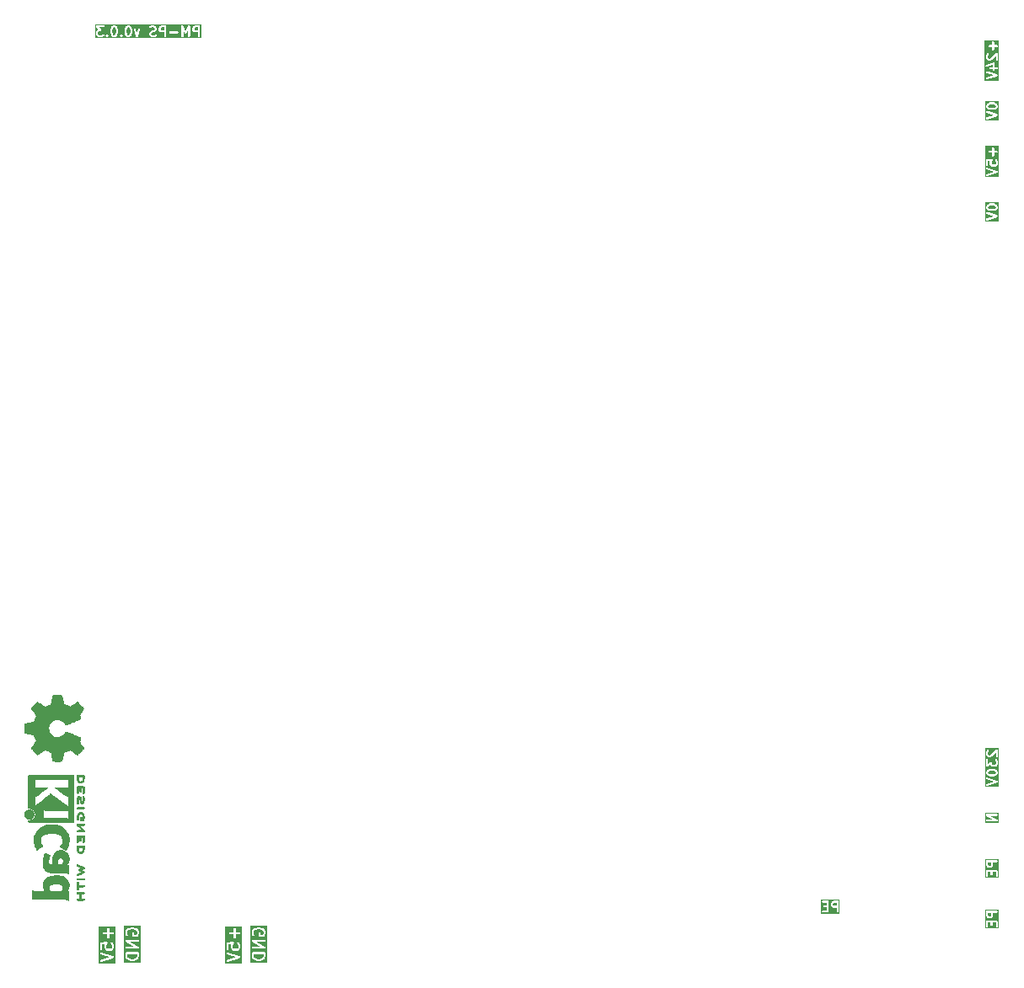
<source format=gbr>
%TF.GenerationSoftware,KiCad,Pcbnew,8.0.6-8.0.6-0~ubuntu24.04.1*%
%TF.CreationDate,2024-12-11T16:39:26+03:00*%
%TF.ProjectId,PM-PS,504d2d50-532e-46b6-9963-61645f706362,rev?*%
%TF.SameCoordinates,Original*%
%TF.FileFunction,Legend,Bot*%
%TF.FilePolarity,Positive*%
%FSLAX46Y46*%
G04 Gerber Fmt 4.6, Leading zero omitted, Abs format (unit mm)*
G04 Created by KiCad (PCBNEW 8.0.6-8.0.6-0~ubuntu24.04.1) date 2024-12-11 16:39:26*
%MOMM*%
%LPD*%
G01*
G04 APERTURE LIST*
%ADD10C,0.200000*%
%ADD11C,0.010000*%
%ADD12C,1.800000*%
%ADD13C,1.950000*%
%ADD14R,3.500000X3.500000*%
%ADD15C,3.500000*%
%ADD16C,1.803400*%
%ADD17C,2.650000*%
%ADD18C,2.350000*%
%ADD19C,2.500000*%
%ADD20R,1.524000X1.524000*%
%ADD21C,1.524000*%
%ADD22O,6.350000X6.350000*%
G04 APERTURE END LIST*
D10*
G36*
X-27161925Y-47666833D02*
G01*
X-28828591Y-47666833D01*
X-28828591Y-46621778D01*
X-28694473Y-46621778D01*
X-28691707Y-46660698D01*
X-28674257Y-46695597D01*
X-28644781Y-46721162D01*
X-28626881Y-46729153D01*
X-27711485Y-47034285D01*
X-28626881Y-47339417D01*
X-28644781Y-47347408D01*
X-28674257Y-47372973D01*
X-28691707Y-47407872D01*
X-28694473Y-47446792D01*
X-28682135Y-47483808D01*
X-28656570Y-47513284D01*
X-28621671Y-47530734D01*
X-28582751Y-47533500D01*
X-28563635Y-47529153D01*
X-27363635Y-47129153D01*
X-27345735Y-47121162D01*
X-27340335Y-47116477D01*
X-27333947Y-47113284D01*
X-27325734Y-47103814D01*
X-27316259Y-47095597D01*
X-27313065Y-47089207D01*
X-27308381Y-47083808D01*
X-27304416Y-47071910D01*
X-27298809Y-47060698D01*
X-27298303Y-47053570D01*
X-27296043Y-47046792D01*
X-27296932Y-47034285D01*
X-27296043Y-47021778D01*
X-27298303Y-47014999D01*
X-27298809Y-47007872D01*
X-27304416Y-46996659D01*
X-27308381Y-46984762D01*
X-27313065Y-46979362D01*
X-27316259Y-46972973D01*
X-27325734Y-46964755D01*
X-27333947Y-46955286D01*
X-27340335Y-46952092D01*
X-27345735Y-46947408D01*
X-27363635Y-46939417D01*
X-28563635Y-46539417D01*
X-28582751Y-46535070D01*
X-28621671Y-46537836D01*
X-28656570Y-46555286D01*
X-28682135Y-46584762D01*
X-28694473Y-46621778D01*
X-28828591Y-46621778D01*
X-28828591Y-45662857D01*
X-28695258Y-45662857D01*
X-28695258Y-46234285D01*
X-28693337Y-46253794D01*
X-28678405Y-46289842D01*
X-28650815Y-46317432D01*
X-28614767Y-46332364D01*
X-28575749Y-46332364D01*
X-28539701Y-46317432D01*
X-28512111Y-46289842D01*
X-28497179Y-46253794D01*
X-28495258Y-46234285D01*
X-28495258Y-45753355D01*
X-28224487Y-45726278D01*
X-28227558Y-45732422D01*
X-28234564Y-45750730D01*
X-28234819Y-45754313D01*
X-28236194Y-45757634D01*
X-28238115Y-45777143D01*
X-28238115Y-46062857D01*
X-28236194Y-46082366D01*
X-28234819Y-46085686D01*
X-28234564Y-46089270D01*
X-28227558Y-46107578D01*
X-28170415Y-46221865D01*
X-28165130Y-46230262D01*
X-28164119Y-46232701D01*
X-28161867Y-46235445D01*
X-28159972Y-46238455D01*
X-28157975Y-46240187D01*
X-28151682Y-46247854D01*
X-28094539Y-46304997D01*
X-28086873Y-46311288D01*
X-28085141Y-46313285D01*
X-28082131Y-46315179D01*
X-28079385Y-46317433D01*
X-28076947Y-46318443D01*
X-28068550Y-46323728D01*
X-27954264Y-46380871D01*
X-27935956Y-46387877D01*
X-27932373Y-46388131D01*
X-27929052Y-46389507D01*
X-27909543Y-46391428D01*
X-27623829Y-46391428D01*
X-27604320Y-46389507D01*
X-27601000Y-46388131D01*
X-27597416Y-46387877D01*
X-27579108Y-46380871D01*
X-27464821Y-46323728D01*
X-27456427Y-46318443D01*
X-27453986Y-46317433D01*
X-27451240Y-46315178D01*
X-27448231Y-46313285D01*
X-27446500Y-46311288D01*
X-27438833Y-46304996D01*
X-27381690Y-46247854D01*
X-27375396Y-46240184D01*
X-27373400Y-46238454D01*
X-27371509Y-46235448D01*
X-27369253Y-46232701D01*
X-27368242Y-46230259D01*
X-27362957Y-46221864D01*
X-27305815Y-46107578D01*
X-27298809Y-46089269D01*
X-27298555Y-46085686D01*
X-27297179Y-46082366D01*
X-27295258Y-46062857D01*
X-27295258Y-45777143D01*
X-27297179Y-45757634D01*
X-27298555Y-45754313D01*
X-27298809Y-45750731D01*
X-27305815Y-45732422D01*
X-27362957Y-45618136D01*
X-27368242Y-45609740D01*
X-27369253Y-45607299D01*
X-27371509Y-45604551D01*
X-27373400Y-45601546D01*
X-27375396Y-45599815D01*
X-27381690Y-45592146D01*
X-27438832Y-45535003D01*
X-27453986Y-45522567D01*
X-27490034Y-45507635D01*
X-27529052Y-45507635D01*
X-27565100Y-45522567D01*
X-27592690Y-45550157D01*
X-27607622Y-45586205D01*
X-27607622Y-45625223D01*
X-27592690Y-45661271D01*
X-27580254Y-45676425D01*
X-27534587Y-45722092D01*
X-27495258Y-45800749D01*
X-27495258Y-46039250D01*
X-27534586Y-46117906D01*
X-27568778Y-46152099D01*
X-27647436Y-46191428D01*
X-27885935Y-46191428D01*
X-27964595Y-46152098D01*
X-27998787Y-46117907D01*
X-28038115Y-46039250D01*
X-28038115Y-45800750D01*
X-27998787Y-45722093D01*
X-27953119Y-45676425D01*
X-27940682Y-45661272D01*
X-27938755Y-45656617D01*
X-27935567Y-45652722D01*
X-27931345Y-45638728D01*
X-27925751Y-45625223D01*
X-27925751Y-45620189D01*
X-27924296Y-45615367D01*
X-27925751Y-45600815D01*
X-27925751Y-45586205D01*
X-27927677Y-45581555D01*
X-27928178Y-45576543D01*
X-27935090Y-45563659D01*
X-27940682Y-45550157D01*
X-27944243Y-45546596D01*
X-27946623Y-45542159D01*
X-27957936Y-45532903D01*
X-27968272Y-45522567D01*
X-27972925Y-45520639D01*
X-27976821Y-45517452D01*
X-27990816Y-45513229D01*
X-28004320Y-45507636D01*
X-28009354Y-45507636D01*
X-28014176Y-45506181D01*
X-28033779Y-45506210D01*
X-28605208Y-45563353D01*
X-28612317Y-45564778D01*
X-28614767Y-45564778D01*
X-28617065Y-45565729D01*
X-28624429Y-45567206D01*
X-28637310Y-45574115D01*
X-28650815Y-45579710D01*
X-28654376Y-45583270D01*
X-28658813Y-45585651D01*
X-28668069Y-45596963D01*
X-28678405Y-45607300D01*
X-28680333Y-45611952D01*
X-28683520Y-45615849D01*
X-28687741Y-45629838D01*
X-28693337Y-45643348D01*
X-28694074Y-45650825D01*
X-28694791Y-45653204D01*
X-28694548Y-45655640D01*
X-28695258Y-45662857D01*
X-28828591Y-45662857D01*
X-28828591Y-44614777D01*
X-28407622Y-44614777D01*
X-28407622Y-44653795D01*
X-28392690Y-44689843D01*
X-28365100Y-44717433D01*
X-28329052Y-44732365D01*
X-28309543Y-44734286D01*
X-27952400Y-44734286D01*
X-27952400Y-45091429D01*
X-27950479Y-45110938D01*
X-27935547Y-45146986D01*
X-27907957Y-45174576D01*
X-27871909Y-45189508D01*
X-27832891Y-45189508D01*
X-27796843Y-45174576D01*
X-27769253Y-45146986D01*
X-27754321Y-45110938D01*
X-27752400Y-45091429D01*
X-27752400Y-44734286D01*
X-27395258Y-44734286D01*
X-27375749Y-44732365D01*
X-27339701Y-44717433D01*
X-27312111Y-44689843D01*
X-27297179Y-44653795D01*
X-27297179Y-44614777D01*
X-27312111Y-44578729D01*
X-27339701Y-44551139D01*
X-27375749Y-44536207D01*
X-27395258Y-44534286D01*
X-27752400Y-44534286D01*
X-27752400Y-44177143D01*
X-27754321Y-44157634D01*
X-27769253Y-44121586D01*
X-27796843Y-44093996D01*
X-27832891Y-44079064D01*
X-27871909Y-44079064D01*
X-27907957Y-44093996D01*
X-27935547Y-44121586D01*
X-27950479Y-44157634D01*
X-27952400Y-44177143D01*
X-27952400Y-44534286D01*
X-28309543Y-44534286D01*
X-28329052Y-44536207D01*
X-28365100Y-44551139D01*
X-28392690Y-44578729D01*
X-28407622Y-44614777D01*
X-28828591Y-44614777D01*
X-28828591Y-43945731D01*
X-27161925Y-43945731D01*
X-27161925Y-47666833D01*
G37*
G36*
X48923086Y-33516825D02*
G01*
X47501352Y-33516825D01*
X47501352Y-32741271D01*
X47612463Y-32741271D01*
X47614140Y-32747419D01*
X47614140Y-32753795D01*
X47619231Y-32766085D01*
X47622730Y-32778914D01*
X47626632Y-32783952D01*
X47629072Y-32789843D01*
X47638477Y-32799248D01*
X47646620Y-32809763D01*
X47654795Y-32815566D01*
X47656662Y-32817433D01*
X47658494Y-32818191D01*
X47662605Y-32821110D01*
X48335663Y-33205714D01*
X47712219Y-33205714D01*
X47692710Y-33207635D01*
X47656662Y-33222567D01*
X47629072Y-33250157D01*
X47614140Y-33286205D01*
X47614140Y-33325223D01*
X47629072Y-33361271D01*
X47656662Y-33388861D01*
X47692710Y-33403793D01*
X47712219Y-33405714D01*
X48712219Y-33405714D01*
X48717236Y-33405219D01*
X48719204Y-33405470D01*
X48721750Y-33404775D01*
X48731728Y-33403793D01*
X48744014Y-33398703D01*
X48756847Y-33395204D01*
X48761888Y-33391299D01*
X48767776Y-33388861D01*
X48777179Y-33379457D01*
X48787696Y-33371313D01*
X48790858Y-33365778D01*
X48795366Y-33361271D01*
X48800454Y-33348985D01*
X48807055Y-33337436D01*
X48807858Y-33331111D01*
X48810298Y-33325223D01*
X48810298Y-33311923D01*
X48811975Y-33298730D01*
X48810298Y-33292580D01*
X48810298Y-33286205D01*
X48805208Y-33273918D01*
X48801709Y-33261086D01*
X48797804Y-33256044D01*
X48795366Y-33250157D01*
X48785962Y-33240753D01*
X48777818Y-33230237D01*
X48769642Y-33224433D01*
X48767776Y-33222567D01*
X48765943Y-33221808D01*
X48761833Y-33218890D01*
X48088775Y-32834286D01*
X48712219Y-32834286D01*
X48731728Y-32832365D01*
X48767776Y-32817433D01*
X48795366Y-32789843D01*
X48810298Y-32753795D01*
X48810298Y-32714777D01*
X48795366Y-32678729D01*
X48767776Y-32651139D01*
X48731728Y-32636207D01*
X48712219Y-32634286D01*
X47712219Y-32634286D01*
X47707201Y-32634780D01*
X47705234Y-32634530D01*
X47702687Y-32635224D01*
X47692710Y-32636207D01*
X47680419Y-32641298D01*
X47667591Y-32644797D01*
X47662552Y-32648699D01*
X47656662Y-32651139D01*
X47647256Y-32660544D01*
X47636742Y-32668687D01*
X47633579Y-32674221D01*
X47629072Y-32678729D01*
X47623983Y-32691014D01*
X47617383Y-32702564D01*
X47616579Y-32708888D01*
X47614140Y-32714777D01*
X47614140Y-32728077D01*
X47612463Y-32741271D01*
X47501352Y-32741271D01*
X47501352Y-32523175D01*
X48923086Y-32523175D01*
X48923086Y-33516825D01*
G37*
G36*
X-39880040Y46417976D02*
G01*
X-39855371Y46393308D01*
X-39819918Y46322401D01*
X-39777947Y46154520D01*
X-39777947Y45941044D01*
X-39819918Y45773163D01*
X-39855371Y45702257D01*
X-39880040Y45677587D01*
X-39939649Y45647781D01*
X-39987673Y45647781D01*
X-40047283Y45677586D01*
X-40071950Y45702254D01*
X-40107405Y45773163D01*
X-40149375Y45941044D01*
X-40149375Y46154519D01*
X-40107405Y46322401D01*
X-40071951Y46393308D01*
X-40047283Y46417977D01*
X-39987673Y46447781D01*
X-39939649Y46447781D01*
X-39880040Y46417976D01*
G37*
G36*
X-38451469Y46417976D02*
G01*
X-38426800Y46393308D01*
X-38391347Y46322401D01*
X-38349376Y46154520D01*
X-38349376Y45941044D01*
X-38391347Y45773163D01*
X-38426800Y45702257D01*
X-38451469Y45677587D01*
X-38511078Y45647781D01*
X-38559102Y45647781D01*
X-38618712Y45677586D01*
X-38643379Y45702254D01*
X-38678834Y45773163D01*
X-38720804Y45941044D01*
X-38720804Y46154519D01*
X-38678834Y46322401D01*
X-38643380Y46393308D01*
X-38618712Y46417977D01*
X-38559102Y46447781D01*
X-38511078Y46447781D01*
X-38451469Y46417976D01*
G37*
G36*
X-34920804Y46123972D02*
G01*
X-35178149Y46123972D01*
X-35237759Y46153777D01*
X-35262427Y46178446D01*
X-35292232Y46238056D01*
X-35292232Y46333698D01*
X-35262427Y46393308D01*
X-35237759Y46417977D01*
X-35178149Y46447781D01*
X-34920804Y46447781D01*
X-34920804Y46123972D01*
G37*
G36*
X-31539852Y46123972D02*
G01*
X-31797197Y46123972D01*
X-31856807Y46153777D01*
X-31881475Y46178446D01*
X-31911280Y46238056D01*
X-31911280Y46333698D01*
X-31881475Y46393308D01*
X-31856807Y46417977D01*
X-31797197Y46447781D01*
X-31539852Y46447781D01*
X-31539852Y46123972D01*
G37*
G36*
X-31228741Y45336670D02*
G01*
X-41889057Y45336670D01*
X-41889057Y45976353D01*
X-41777946Y45976353D01*
X-41777946Y45738258D01*
X-41776025Y45718749D01*
X-41774650Y45715429D01*
X-41774395Y45711845D01*
X-41767389Y45693537D01*
X-41719770Y45598299D01*
X-41714487Y45589907D01*
X-41713475Y45587463D01*
X-41711219Y45584714D01*
X-41709327Y45581709D01*
X-41707333Y45579980D01*
X-41701038Y45572310D01*
X-41653420Y45524690D01*
X-41645752Y45518397D01*
X-41644020Y45516400D01*
X-41641012Y45514507D01*
X-41638266Y45512253D01*
X-41635826Y45511243D01*
X-41627429Y45505957D01*
X-41532192Y45458338D01*
X-41513883Y45451332D01*
X-41510300Y45451078D01*
X-41506979Y45449702D01*
X-41487470Y45447781D01*
X-41201756Y45447781D01*
X-41182247Y45449702D01*
X-41178927Y45451078D01*
X-41175343Y45451332D01*
X-41157035Y45458338D01*
X-41061797Y45505957D01*
X-41053402Y45511242D01*
X-41050960Y45512253D01*
X-41048213Y45514509D01*
X-41045207Y45516400D01*
X-41043477Y45518395D01*
X-41035807Y45524690D01*
X-40988188Y45572310D01*
X-40975751Y45587463D01*
X-40964383Y45614909D01*
X-40823645Y45614909D01*
X-40823645Y45575891D01*
X-40818055Y45562396D01*
X-40808713Y45539842D01*
X-40808709Y45539838D01*
X-40796277Y45524689D01*
X-40748658Y45477071D01*
X-40733505Y45464634D01*
X-40727092Y45461978D01*
X-40697456Y45449702D01*
X-40658438Y45449702D01*
X-40622390Y45464634D01*
X-40607236Y45477070D01*
X-40559618Y45524689D01*
X-40547181Y45539842D01*
X-40540429Y45556144D01*
X-40532250Y45575890D01*
X-40532249Y45614908D01*
X-40547180Y45650957D01*
X-40559617Y45666110D01*
X-40607236Y45713730D01*
X-40622389Y45726167D01*
X-40641978Y45734281D01*
X-40648656Y45737047D01*
X-40658438Y45741099D01*
X-40697456Y45741099D01*
X-40707238Y45737047D01*
X-40733504Y45726168D01*
X-40733505Y45726167D01*
X-40748659Y45713730D01*
X-40796277Y45666110D01*
X-40808714Y45650957D01*
X-40818727Y45626781D01*
X-40823645Y45614909D01*
X-40964383Y45614909D01*
X-40960820Y45623512D01*
X-40960821Y45662530D01*
X-40975752Y45698578D01*
X-41003343Y45726168D01*
X-41039391Y45741099D01*
X-41078409Y45741098D01*
X-41114457Y45726167D01*
X-41129611Y45713730D01*
X-41165754Y45677587D01*
X-41225363Y45647781D01*
X-41463863Y45647781D01*
X-41523473Y45677586D01*
X-41548140Y45702254D01*
X-41577946Y45761866D01*
X-41577946Y45952746D01*
X-41548141Y46012356D01*
X-41523473Y46037025D01*
X-41463863Y46066829D01*
X-41344613Y46066829D01*
X-41334296Y46067845D01*
X-41331671Y46067670D01*
X-41329864Y46068282D01*
X-41325104Y46068750D01*
X-41310101Y46074965D01*
X-41294709Y46080170D01*
X-41292170Y46082393D01*
X-41289056Y46083682D01*
X-41277579Y46095160D01*
X-41265345Y46105864D01*
X-41263850Y46108889D01*
X-41261466Y46111272D01*
X-41255252Y46126274D01*
X-41248049Y46140839D01*
X-41247825Y46144205D01*
X-41246534Y46147320D01*
X-41246534Y46163569D01*
X-41246317Y46166829D01*
X-40349375Y46166829D01*
X-40349375Y45928734D01*
X-40349040Y45925332D01*
X-40349257Y45923873D01*
X-40348178Y45916576D01*
X-40347454Y45909225D01*
X-40346890Y45907862D01*
X-40346389Y45904480D01*
X-40298770Y45714005D01*
X-40298257Y45712568D01*
X-40298205Y45711845D01*
X-40295097Y45703721D01*
X-40292175Y45695544D01*
X-40291745Y45694964D01*
X-40291199Y45693537D01*
X-40243580Y45598299D01*
X-40238297Y45589907D01*
X-40237285Y45587463D01*
X-40235029Y45584714D01*
X-40233137Y45581709D01*
X-40231143Y45579980D01*
X-40224848Y45572310D01*
X-40177230Y45524690D01*
X-40169562Y45518397D01*
X-40167830Y45516400D01*
X-40164822Y45514507D01*
X-40162076Y45512253D01*
X-40159636Y45511243D01*
X-40151239Y45505957D01*
X-40056002Y45458338D01*
X-40037693Y45451332D01*
X-40034110Y45451078D01*
X-40030789Y45449702D01*
X-40011280Y45447781D01*
X-39916042Y45447781D01*
X-39896533Y45449702D01*
X-39893213Y45451078D01*
X-39889629Y45451332D01*
X-39871321Y45458338D01*
X-39776083Y45505957D01*
X-39767688Y45511242D01*
X-39765246Y45512253D01*
X-39762499Y45514509D01*
X-39759493Y45516400D01*
X-39757763Y45518395D01*
X-39750093Y45524690D01*
X-39702474Y45572310D01*
X-39696182Y45579977D01*
X-39694185Y45581708D01*
X-39692292Y45584716D01*
X-39690037Y45587463D01*
X-39689026Y45589905D01*
X-39683742Y45598299D01*
X-39675437Y45614909D01*
X-39395074Y45614909D01*
X-39395074Y45575891D01*
X-39389484Y45562396D01*
X-39380142Y45539842D01*
X-39380138Y45539838D01*
X-39367706Y45524689D01*
X-39320087Y45477071D01*
X-39304934Y45464634D01*
X-39298521Y45461978D01*
X-39268885Y45449702D01*
X-39229867Y45449702D01*
X-39193819Y45464634D01*
X-39178665Y45477070D01*
X-39131047Y45524689D01*
X-39118610Y45539842D01*
X-39111858Y45556144D01*
X-39103679Y45575890D01*
X-39103678Y45614908D01*
X-39118609Y45650957D01*
X-39131046Y45666110D01*
X-39178665Y45713730D01*
X-39193818Y45726167D01*
X-39213407Y45734281D01*
X-39220085Y45737047D01*
X-39229867Y45741099D01*
X-39268885Y45741099D01*
X-39278667Y45737047D01*
X-39304933Y45726168D01*
X-39304934Y45726167D01*
X-39320088Y45713730D01*
X-39367706Y45666110D01*
X-39380143Y45650957D01*
X-39390156Y45626781D01*
X-39395074Y45614909D01*
X-39675437Y45614909D01*
X-39636123Y45693536D01*
X-39635577Y45694965D01*
X-39635147Y45695544D01*
X-39632226Y45703721D01*
X-39629117Y45711845D01*
X-39629066Y45712566D01*
X-39628552Y45714004D01*
X-39580933Y45904480D01*
X-39580433Y45907862D01*
X-39579868Y45909225D01*
X-39579145Y45916576D01*
X-39578065Y45923873D01*
X-39578283Y45925332D01*
X-39577947Y45928734D01*
X-39577947Y46166829D01*
X-38920804Y46166829D01*
X-38920804Y45928734D01*
X-38920469Y45925332D01*
X-38920686Y45923873D01*
X-38919607Y45916576D01*
X-38918883Y45909225D01*
X-38918319Y45907862D01*
X-38917818Y45904480D01*
X-38870199Y45714005D01*
X-38869686Y45712568D01*
X-38869634Y45711845D01*
X-38866526Y45703721D01*
X-38863604Y45695544D01*
X-38863174Y45694964D01*
X-38862628Y45693537D01*
X-38815009Y45598299D01*
X-38809726Y45589907D01*
X-38808714Y45587463D01*
X-38806458Y45584714D01*
X-38804566Y45581709D01*
X-38802572Y45579980D01*
X-38796277Y45572310D01*
X-38748659Y45524690D01*
X-38740991Y45518397D01*
X-38739259Y45516400D01*
X-38736251Y45514507D01*
X-38733505Y45512253D01*
X-38731065Y45511243D01*
X-38722668Y45505957D01*
X-38627431Y45458338D01*
X-38609122Y45451332D01*
X-38605539Y45451078D01*
X-38602218Y45449702D01*
X-38582709Y45447781D01*
X-38487471Y45447781D01*
X-38467962Y45449702D01*
X-38464642Y45451078D01*
X-38461058Y45451332D01*
X-38442750Y45458338D01*
X-38347512Y45505957D01*
X-38339117Y45511242D01*
X-38336675Y45512253D01*
X-38333928Y45514509D01*
X-38330922Y45516400D01*
X-38329192Y45518395D01*
X-38321522Y45524690D01*
X-38273903Y45572310D01*
X-38267611Y45579977D01*
X-38265614Y45581708D01*
X-38263721Y45584716D01*
X-38261466Y45587463D01*
X-38260455Y45589905D01*
X-38255171Y45598299D01*
X-38207552Y45693536D01*
X-38207006Y45694965D01*
X-38206576Y45695544D01*
X-38203655Y45703721D01*
X-38200546Y45711845D01*
X-38200495Y45712566D01*
X-38199981Y45714004D01*
X-38152362Y45904480D01*
X-38151862Y45907862D01*
X-38151297Y45909225D01*
X-38150574Y45916576D01*
X-38149494Y45923873D01*
X-38149712Y45925332D01*
X-38149376Y45928734D01*
X-38149376Y46166829D01*
X-38149712Y46170232D01*
X-38149494Y46171690D01*
X-38150574Y46178988D01*
X-38151297Y46186338D01*
X-38151862Y46187702D01*
X-38152362Y46191083D01*
X-38154550Y46199833D01*
X-38014969Y46199833D01*
X-38010216Y46180814D01*
X-37772121Y45514148D01*
X-37763751Y45496421D01*
X-37760381Y45492699D01*
X-37758233Y45488164D01*
X-37747382Y45478341D01*
X-37737564Y45467496D01*
X-37733032Y45465349D01*
X-37729307Y45461977D01*
X-37715517Y45457053D01*
X-37702302Y45450792D01*
X-37697292Y45450543D01*
X-37692562Y45448854D01*
X-37677941Y45449582D01*
X-37663332Y45448855D01*
X-37658607Y45450543D01*
X-37653592Y45450792D01*
X-37640366Y45457058D01*
X-37626587Y45461978D01*
X-37622867Y45465347D01*
X-37618330Y45467495D01*
X-37608508Y45478346D01*
X-37597661Y45488164D01*
X-37595514Y45492699D01*
X-37592143Y45496421D01*
X-37583773Y45514147D01*
X-37469720Y45833496D01*
X-36444613Y45833496D01*
X-36444613Y45738258D01*
X-36442692Y45718749D01*
X-36441317Y45715429D01*
X-36441062Y45711845D01*
X-36434056Y45693537D01*
X-36386437Y45598299D01*
X-36381154Y45589907D01*
X-36380142Y45587463D01*
X-36377886Y45584714D01*
X-36375994Y45581709D01*
X-36374000Y45579980D01*
X-36367705Y45572310D01*
X-36320087Y45524690D01*
X-36312419Y45518397D01*
X-36310687Y45516400D01*
X-36307679Y45514507D01*
X-36304933Y45512253D01*
X-36302493Y45511243D01*
X-36294096Y45505957D01*
X-36198859Y45458338D01*
X-36180550Y45451332D01*
X-36176967Y45451078D01*
X-36173646Y45449702D01*
X-36154137Y45447781D01*
X-35916042Y45447781D01*
X-35906169Y45448754D01*
X-35903535Y45448566D01*
X-35900072Y45449354D01*
X-35896533Y45449702D01*
X-35894091Y45450714D01*
X-35884419Y45452913D01*
X-35741563Y45500532D01*
X-35723662Y45508523D01*
X-35694186Y45534088D01*
X-35676737Y45568987D01*
X-35673970Y45607907D01*
X-35686309Y45644923D01*
X-35711874Y45674399D01*
X-35746773Y45691849D01*
X-35785693Y45694615D01*
X-35804808Y45690268D01*
X-35932269Y45647781D01*
X-36130530Y45647781D01*
X-36190140Y45677586D01*
X-36214807Y45702254D01*
X-36244613Y45761866D01*
X-36244613Y45809889D01*
X-36214808Y45869499D01*
X-36190140Y45894168D01*
X-36119233Y45929621D01*
X-35939408Y45974577D01*
X-35937971Y45975091D01*
X-35937248Y45975142D01*
X-35929124Y45978251D01*
X-35920947Y45981172D01*
X-35920367Y45981603D01*
X-35918940Y45982148D01*
X-35823702Y46029767D01*
X-35815306Y46035053D01*
X-35812866Y46036063D01*
X-35810120Y46038317D01*
X-35807112Y46040210D01*
X-35805383Y46042205D01*
X-35797712Y46048499D01*
X-35750094Y46096118D01*
X-35743802Y46103785D01*
X-35741804Y46105517D01*
X-35739911Y46108526D01*
X-35737657Y46111271D01*
X-35736647Y46113712D01*
X-35731361Y46122108D01*
X-35683742Y46217345D01*
X-35676736Y46235654D01*
X-35676482Y46239238D01*
X-35675106Y46242558D01*
X-35673185Y46262067D01*
X-35673185Y46357305D01*
X-35492232Y46357305D01*
X-35492232Y46214448D01*
X-35490311Y46194939D01*
X-35488936Y46191619D01*
X-35488681Y46188035D01*
X-35481675Y46169727D01*
X-35434056Y46074489D01*
X-35428771Y46066093D01*
X-35427760Y46063653D01*
X-35425507Y46060907D01*
X-35423613Y46057899D01*
X-35421619Y46056170D01*
X-35415324Y46048499D01*
X-35367705Y46000881D01*
X-35360039Y45994589D01*
X-35358306Y45992591D01*
X-35355298Y45990698D01*
X-35352552Y45988444D01*
X-35350112Y45987434D01*
X-35341715Y45982148D01*
X-35246478Y45934529D01*
X-35228169Y45927523D01*
X-35224586Y45927269D01*
X-35221265Y45925893D01*
X-35201756Y45923972D01*
X-34920804Y45923972D01*
X-34920804Y45547781D01*
X-34918883Y45528272D01*
X-34903951Y45492224D01*
X-34876361Y45464634D01*
X-34840313Y45449702D01*
X-34801295Y45449702D01*
X-34765247Y45464634D01*
X-34737657Y45492224D01*
X-34722725Y45528272D01*
X-34720804Y45547781D01*
X-34720804Y45948243D01*
X-34442692Y45948243D01*
X-34442692Y45909225D01*
X-34427760Y45873177D01*
X-34400170Y45845587D01*
X-34364122Y45830655D01*
X-34344613Y45828734D01*
X-33582709Y45828734D01*
X-33563200Y45830655D01*
X-33527152Y45845587D01*
X-33499562Y45873177D01*
X-33484630Y45909225D01*
X-33484630Y45948243D01*
X-33499562Y45984291D01*
X-33527152Y46011881D01*
X-33563200Y46026813D01*
X-33582709Y46028734D01*
X-34344613Y46028734D01*
X-34364122Y46026813D01*
X-34400170Y46011881D01*
X-34427760Y45984291D01*
X-34442692Y45948243D01*
X-34720804Y45948243D01*
X-34720804Y46547781D01*
X-33206518Y46547781D01*
X-33206518Y45547781D01*
X-33204597Y45528272D01*
X-33189665Y45492224D01*
X-33162075Y45464634D01*
X-33126027Y45449702D01*
X-33087009Y45449702D01*
X-33050961Y45464634D01*
X-33023371Y45492224D01*
X-33008439Y45528272D01*
X-33006518Y45547781D01*
X-33006518Y46097025D01*
X-32863803Y45791207D01*
X-32859571Y45784062D01*
X-32858691Y45781644D01*
X-32857126Y45779935D01*
X-32853812Y45774341D01*
X-32842602Y45764075D01*
X-32832340Y45752869D01*
X-32828315Y45750991D01*
X-32825037Y45747989D01*
X-32810755Y45742796D01*
X-32796982Y45736368D01*
X-32792543Y45736173D01*
X-32788368Y45734655D01*
X-32773185Y45735323D01*
X-32758002Y45734655D01*
X-32753829Y45736173D01*
X-32749387Y45736368D01*
X-32735603Y45742801D01*
X-32721333Y45747990D01*
X-32718060Y45750988D01*
X-32714030Y45752868D01*
X-32703761Y45764083D01*
X-32692558Y45774341D01*
X-32689247Y45779932D01*
X-32687678Y45781644D01*
X-32686798Y45784066D01*
X-32682567Y45791207D01*
X-32539852Y46097026D01*
X-32539852Y45547781D01*
X-32537931Y45528272D01*
X-32522999Y45492224D01*
X-32495409Y45464634D01*
X-32459361Y45449702D01*
X-32420343Y45449702D01*
X-32384295Y45464634D01*
X-32356705Y45492224D01*
X-32341773Y45528272D01*
X-32339852Y45547781D01*
X-32339852Y46357305D01*
X-32111280Y46357305D01*
X-32111280Y46214448D01*
X-32109359Y46194939D01*
X-32107984Y46191619D01*
X-32107729Y46188035D01*
X-32100723Y46169727D01*
X-32053104Y46074489D01*
X-32047819Y46066093D01*
X-32046808Y46063653D01*
X-32044555Y46060907D01*
X-32042661Y46057899D01*
X-32040667Y46056170D01*
X-32034372Y46048499D01*
X-31986753Y46000881D01*
X-31979087Y45994589D01*
X-31977354Y45992591D01*
X-31974346Y45990698D01*
X-31971600Y45988444D01*
X-31969160Y45987434D01*
X-31960763Y45982148D01*
X-31865526Y45934529D01*
X-31847217Y45927523D01*
X-31843634Y45927269D01*
X-31840313Y45925893D01*
X-31820804Y45923972D01*
X-31539852Y45923972D01*
X-31539852Y45547781D01*
X-31537931Y45528272D01*
X-31522999Y45492224D01*
X-31495409Y45464634D01*
X-31459361Y45449702D01*
X-31420343Y45449702D01*
X-31384295Y45464634D01*
X-31356705Y45492224D01*
X-31341773Y45528272D01*
X-31339852Y45547781D01*
X-31339852Y46547781D01*
X-31341773Y46567290D01*
X-31356705Y46603338D01*
X-31384295Y46630928D01*
X-31420343Y46645860D01*
X-31439852Y46647781D01*
X-31820804Y46647781D01*
X-31840313Y46645860D01*
X-31843634Y46644485D01*
X-31847217Y46644230D01*
X-31865526Y46637224D01*
X-31960763Y46589605D01*
X-31969160Y46584320D01*
X-31971600Y46583309D01*
X-31974346Y46581056D01*
X-31977354Y46579162D01*
X-31979087Y46577165D01*
X-31986753Y46570872D01*
X-32034372Y46523254D01*
X-32040667Y46515584D01*
X-32042661Y46513854D01*
X-32044555Y46510847D01*
X-32046808Y46508100D01*
X-32047819Y46505661D01*
X-32053104Y46497264D01*
X-32100723Y46402026D01*
X-32107729Y46383718D01*
X-32107984Y46380135D01*
X-32109359Y46376814D01*
X-32111280Y46357305D01*
X-32339852Y46357305D01*
X-32339852Y46547781D01*
X-32341115Y46560605D01*
X-32341011Y46562964D01*
X-32341472Y46564232D01*
X-32341773Y46567290D01*
X-32348414Y46583321D01*
X-32354345Y46599633D01*
X-32355852Y46601279D01*
X-32356705Y46603338D01*
X-32368967Y46615600D01*
X-32380697Y46628409D01*
X-32382721Y46629354D01*
X-32384295Y46630928D01*
X-32400311Y46637563D01*
X-32416054Y46644909D01*
X-32418284Y46645007D01*
X-32420343Y46645860D01*
X-32437695Y46645860D01*
X-32455035Y46646622D01*
X-32457131Y46645860D01*
X-32459361Y46645860D01*
X-32475392Y46639220D01*
X-32491704Y46633288D01*
X-32493350Y46631782D01*
X-32495409Y46630928D01*
X-32507677Y46618661D01*
X-32520479Y46606936D01*
X-32522046Y46604292D01*
X-32522999Y46603338D01*
X-32523903Y46601157D01*
X-32530470Y46590070D01*
X-32773186Y46069967D01*
X-33015900Y46590070D01*
X-33022468Y46601157D01*
X-33023371Y46603338D01*
X-33024325Y46604292D01*
X-33025891Y46606936D01*
X-33038688Y46618655D01*
X-33050961Y46630928D01*
X-33053023Y46631782D01*
X-33054666Y46633287D01*
X-33070968Y46639216D01*
X-33087009Y46645860D01*
X-33089240Y46645860D01*
X-33091335Y46646622D01*
X-33108675Y46645860D01*
X-33126027Y46645860D01*
X-33128087Y46645007D01*
X-33130315Y46644909D01*
X-33146046Y46637568D01*
X-33162075Y46630928D01*
X-33163652Y46629352D01*
X-33165673Y46628408D01*
X-33177392Y46615612D01*
X-33189665Y46603338D01*
X-33190519Y46601277D01*
X-33192024Y46599633D01*
X-33197953Y46583332D01*
X-33204597Y46567290D01*
X-33204899Y46564232D01*
X-33205359Y46562964D01*
X-33205256Y46560605D01*
X-33206518Y46547781D01*
X-34720804Y46547781D01*
X-34722725Y46567290D01*
X-34737657Y46603338D01*
X-34765247Y46630928D01*
X-34801295Y46645860D01*
X-34820804Y46647781D01*
X-35201756Y46647781D01*
X-35221265Y46645860D01*
X-35224586Y46644485D01*
X-35228169Y46644230D01*
X-35246478Y46637224D01*
X-35341715Y46589605D01*
X-35350112Y46584320D01*
X-35352552Y46583309D01*
X-35355298Y46581056D01*
X-35358306Y46579162D01*
X-35360039Y46577165D01*
X-35367705Y46570872D01*
X-35415324Y46523254D01*
X-35421619Y46515584D01*
X-35423613Y46513854D01*
X-35425507Y46510847D01*
X-35427760Y46508100D01*
X-35428771Y46505661D01*
X-35434056Y46497264D01*
X-35481675Y46402026D01*
X-35488681Y46383718D01*
X-35488936Y46380135D01*
X-35490311Y46376814D01*
X-35492232Y46357305D01*
X-35673185Y46357305D01*
X-35675106Y46376814D01*
X-35676482Y46380135D01*
X-35676736Y46383718D01*
X-35683742Y46402027D01*
X-35731361Y46497264D01*
X-35736647Y46505661D01*
X-35737657Y46508101D01*
X-35739911Y46510847D01*
X-35741804Y46513855D01*
X-35743802Y46515588D01*
X-35750094Y46523254D01*
X-35797712Y46570873D01*
X-35805383Y46577168D01*
X-35807112Y46579162D01*
X-35810120Y46581056D01*
X-35812866Y46583309D01*
X-35815306Y46584320D01*
X-35823702Y46589605D01*
X-35918940Y46637224D01*
X-35937248Y46644230D01*
X-35940832Y46644485D01*
X-35944152Y46645860D01*
X-35963661Y46647781D01*
X-36201756Y46647781D01*
X-36211630Y46646809D01*
X-36214264Y46646996D01*
X-36217728Y46646209D01*
X-36221265Y46645860D01*
X-36223707Y46644849D01*
X-36233379Y46642649D01*
X-36376236Y46595030D01*
X-36394136Y46587039D01*
X-36423612Y46561474D01*
X-36441062Y46526575D01*
X-36443828Y46487655D01*
X-36431490Y46450639D01*
X-36405925Y46421163D01*
X-36371026Y46403713D01*
X-36332106Y46400947D01*
X-36312990Y46405294D01*
X-36185530Y46447781D01*
X-35987268Y46447781D01*
X-35927659Y46417976D01*
X-35902990Y46393308D01*
X-35873185Y46333698D01*
X-35873185Y46285674D01*
X-35902990Y46226065D01*
X-35927659Y46201397D01*
X-35998566Y46165943D01*
X-36178391Y46120986D01*
X-36179830Y46120473D01*
X-36180550Y46120421D01*
X-36188675Y46117313D01*
X-36196851Y46114391D01*
X-36197431Y46113962D01*
X-36198859Y46113415D01*
X-36294096Y46065796D01*
X-36302493Y46060511D01*
X-36304933Y46059500D01*
X-36307679Y46057247D01*
X-36310687Y46055353D01*
X-36312420Y46053356D01*
X-36320086Y46047063D01*
X-36367705Y45999445D01*
X-36374000Y45991775D01*
X-36375994Y45990045D01*
X-36377888Y45987038D01*
X-36380141Y45984291D01*
X-36381152Y45981852D01*
X-36386437Y45973455D01*
X-36434056Y45878217D01*
X-36441062Y45859909D01*
X-36441317Y45856326D01*
X-36442692Y45853005D01*
X-36444613Y45833496D01*
X-37469720Y45833496D01*
X-37345678Y46180814D01*
X-37340925Y46199833D01*
X-37342863Y46238803D01*
X-37359566Y46274065D01*
X-37388492Y46300251D01*
X-37425237Y46313374D01*
X-37464207Y46311437D01*
X-37499469Y46294733D01*
X-37525656Y46265808D01*
X-37534026Y46248081D01*
X-37677947Y45845103D01*
X-37821868Y46248082D01*
X-37830238Y46265808D01*
X-37856425Y46294734D01*
X-37891687Y46311437D01*
X-37930657Y46313375D01*
X-37967402Y46300252D01*
X-37996328Y46274065D01*
X-38013031Y46238803D01*
X-38014969Y46199833D01*
X-38154550Y46199833D01*
X-38199981Y46381559D01*
X-38200495Y46382998D01*
X-38200546Y46383718D01*
X-38203655Y46391843D01*
X-38206576Y46400019D01*
X-38207006Y46400599D01*
X-38207552Y46402027D01*
X-38255171Y46497264D01*
X-38260457Y46505661D01*
X-38261467Y46508101D01*
X-38263721Y46510847D01*
X-38265614Y46513855D01*
X-38267612Y46515588D01*
X-38273904Y46523254D01*
X-38321522Y46570873D01*
X-38329193Y46577168D01*
X-38330922Y46579162D01*
X-38333930Y46581056D01*
X-38336676Y46583309D01*
X-38339116Y46584320D01*
X-38347512Y46589605D01*
X-38442750Y46637224D01*
X-38461058Y46644230D01*
X-38464642Y46644485D01*
X-38467962Y46645860D01*
X-38487471Y46647781D01*
X-38582709Y46647781D01*
X-38602218Y46645860D01*
X-38605539Y46644485D01*
X-38609122Y46644230D01*
X-38627431Y46637224D01*
X-38722668Y46589605D01*
X-38731065Y46584320D01*
X-38733505Y46583309D01*
X-38736251Y46581056D01*
X-38739259Y46579162D01*
X-38740992Y46577165D01*
X-38748658Y46570872D01*
X-38796277Y46523254D01*
X-38802572Y46515584D01*
X-38804566Y46513854D01*
X-38806460Y46510847D01*
X-38808713Y46508100D01*
X-38809724Y46505661D01*
X-38815009Y46497264D01*
X-38862628Y46402026D01*
X-38863174Y46400600D01*
X-38863604Y46400019D01*
X-38866526Y46391843D01*
X-38869634Y46383718D01*
X-38869686Y46382996D01*
X-38870199Y46381558D01*
X-38917818Y46191083D01*
X-38918319Y46187702D01*
X-38918883Y46186338D01*
X-38919607Y46178988D01*
X-38920686Y46171690D01*
X-38920469Y46170232D01*
X-38920804Y46166829D01*
X-39577947Y46166829D01*
X-39578283Y46170232D01*
X-39578065Y46171690D01*
X-39579145Y46178988D01*
X-39579868Y46186338D01*
X-39580433Y46187702D01*
X-39580933Y46191083D01*
X-39628552Y46381559D01*
X-39629066Y46382998D01*
X-39629117Y46383718D01*
X-39632226Y46391843D01*
X-39635147Y46400019D01*
X-39635577Y46400599D01*
X-39636123Y46402027D01*
X-39683742Y46497264D01*
X-39689028Y46505661D01*
X-39690038Y46508101D01*
X-39692292Y46510847D01*
X-39694185Y46513855D01*
X-39696183Y46515588D01*
X-39702475Y46523254D01*
X-39750093Y46570873D01*
X-39757764Y46577168D01*
X-39759493Y46579162D01*
X-39762501Y46581056D01*
X-39765247Y46583309D01*
X-39767687Y46584320D01*
X-39776083Y46589605D01*
X-39871321Y46637224D01*
X-39889629Y46644230D01*
X-39893213Y46644485D01*
X-39896533Y46645860D01*
X-39916042Y46647781D01*
X-40011280Y46647781D01*
X-40030789Y46645860D01*
X-40034110Y46644485D01*
X-40037693Y46644230D01*
X-40056002Y46637224D01*
X-40151239Y46589605D01*
X-40159636Y46584320D01*
X-40162076Y46583309D01*
X-40164822Y46581056D01*
X-40167830Y46579162D01*
X-40169563Y46577165D01*
X-40177229Y46570872D01*
X-40224848Y46523254D01*
X-40231143Y46515584D01*
X-40233137Y46513854D01*
X-40235031Y46510847D01*
X-40237284Y46508100D01*
X-40238295Y46505661D01*
X-40243580Y46497264D01*
X-40291199Y46402026D01*
X-40291745Y46400600D01*
X-40292175Y46400019D01*
X-40295097Y46391843D01*
X-40298205Y46383718D01*
X-40298257Y46382996D01*
X-40298770Y46381558D01*
X-40346389Y46191083D01*
X-40346890Y46187702D01*
X-40347454Y46186338D01*
X-40348178Y46178988D01*
X-40349257Y46171690D01*
X-40349040Y46170232D01*
X-40349375Y46166829D01*
X-41246317Y46166829D01*
X-41245454Y46179771D01*
X-41246534Y46182965D01*
X-41246534Y46186338D01*
X-41252750Y46201344D01*
X-41257954Y46216732D01*
X-41260736Y46220623D01*
X-41261466Y46222386D01*
X-41263326Y46224246D01*
X-41269355Y46232679D01*
X-41457569Y46447781D01*
X-41058899Y46447781D01*
X-41039390Y46449702D01*
X-41003342Y46464634D01*
X-40975752Y46492224D01*
X-40960820Y46528272D01*
X-40960820Y46567290D01*
X-40975752Y46603338D01*
X-41003342Y46630928D01*
X-41039390Y46645860D01*
X-41058899Y46647781D01*
X-41677946Y46647781D01*
X-41688264Y46646766D01*
X-41690888Y46646940D01*
X-41692696Y46646329D01*
X-41697455Y46645860D01*
X-41712461Y46639645D01*
X-41727849Y46634440D01*
X-41730389Y46632219D01*
X-41733503Y46630928D01*
X-41744988Y46619444D01*
X-41757213Y46608746D01*
X-41758709Y46605723D01*
X-41761093Y46603338D01*
X-41767310Y46588332D01*
X-41774510Y46573771D01*
X-41774735Y46570406D01*
X-41776025Y46567290D01*
X-41776025Y46551042D01*
X-41777105Y46534839D01*
X-41776025Y46531646D01*
X-41776025Y46528272D01*
X-41769810Y46513267D01*
X-41764605Y46497878D01*
X-41761824Y46493988D01*
X-41761093Y46492224D01*
X-41759234Y46490365D01*
X-41753204Y46481931D01*
X-41548583Y46248077D01*
X-41627429Y46208653D01*
X-41635826Y46203368D01*
X-41638266Y46202357D01*
X-41641012Y46200104D01*
X-41644020Y46198210D01*
X-41645753Y46196213D01*
X-41653419Y46189920D01*
X-41701038Y46142302D01*
X-41707333Y46134632D01*
X-41709327Y46132902D01*
X-41711221Y46129895D01*
X-41713474Y46127148D01*
X-41714485Y46124709D01*
X-41719770Y46116312D01*
X-41767389Y46021074D01*
X-41774395Y46002766D01*
X-41774650Y45999183D01*
X-41776025Y45995862D01*
X-41777946Y45976353D01*
X-41889057Y45976353D01*
X-41889057Y46758892D01*
X-31228741Y46758892D01*
X-31228741Y45336670D01*
G37*
G36*
X-39861925Y-47666833D02*
G01*
X-41528591Y-47666833D01*
X-41528591Y-46621778D01*
X-41394473Y-46621778D01*
X-41391707Y-46660698D01*
X-41374257Y-46695597D01*
X-41344781Y-46721162D01*
X-41326881Y-46729153D01*
X-40411485Y-47034285D01*
X-41326881Y-47339417D01*
X-41344781Y-47347408D01*
X-41374257Y-47372973D01*
X-41391707Y-47407872D01*
X-41394473Y-47446792D01*
X-41382135Y-47483808D01*
X-41356570Y-47513284D01*
X-41321671Y-47530734D01*
X-41282751Y-47533500D01*
X-41263635Y-47529153D01*
X-40063635Y-47129153D01*
X-40045735Y-47121162D01*
X-40040335Y-47116477D01*
X-40033947Y-47113284D01*
X-40025734Y-47103814D01*
X-40016259Y-47095597D01*
X-40013065Y-47089207D01*
X-40008381Y-47083808D01*
X-40004416Y-47071910D01*
X-39998809Y-47060698D01*
X-39998303Y-47053570D01*
X-39996043Y-47046792D01*
X-39996932Y-47034285D01*
X-39996043Y-47021778D01*
X-39998303Y-47014999D01*
X-39998809Y-47007872D01*
X-40004416Y-46996659D01*
X-40008381Y-46984762D01*
X-40013065Y-46979362D01*
X-40016259Y-46972973D01*
X-40025734Y-46964755D01*
X-40033947Y-46955286D01*
X-40040335Y-46952092D01*
X-40045735Y-46947408D01*
X-40063635Y-46939417D01*
X-41263635Y-46539417D01*
X-41282751Y-46535070D01*
X-41321671Y-46537836D01*
X-41356570Y-46555286D01*
X-41382135Y-46584762D01*
X-41394473Y-46621778D01*
X-41528591Y-46621778D01*
X-41528591Y-45662857D01*
X-41395258Y-45662857D01*
X-41395258Y-46234285D01*
X-41393337Y-46253794D01*
X-41378405Y-46289842D01*
X-41350815Y-46317432D01*
X-41314767Y-46332364D01*
X-41275749Y-46332364D01*
X-41239701Y-46317432D01*
X-41212111Y-46289842D01*
X-41197179Y-46253794D01*
X-41195258Y-46234285D01*
X-41195258Y-45753355D01*
X-40924487Y-45726278D01*
X-40927558Y-45732422D01*
X-40934564Y-45750730D01*
X-40934819Y-45754313D01*
X-40936194Y-45757634D01*
X-40938115Y-45777143D01*
X-40938115Y-46062857D01*
X-40936194Y-46082366D01*
X-40934819Y-46085686D01*
X-40934564Y-46089270D01*
X-40927558Y-46107578D01*
X-40870415Y-46221865D01*
X-40865130Y-46230262D01*
X-40864119Y-46232701D01*
X-40861867Y-46235445D01*
X-40859972Y-46238455D01*
X-40857975Y-46240187D01*
X-40851682Y-46247854D01*
X-40794539Y-46304997D01*
X-40786873Y-46311288D01*
X-40785141Y-46313285D01*
X-40782131Y-46315179D01*
X-40779385Y-46317433D01*
X-40776947Y-46318443D01*
X-40768550Y-46323728D01*
X-40654264Y-46380871D01*
X-40635956Y-46387877D01*
X-40632373Y-46388131D01*
X-40629052Y-46389507D01*
X-40609543Y-46391428D01*
X-40323829Y-46391428D01*
X-40304320Y-46389507D01*
X-40301000Y-46388131D01*
X-40297416Y-46387877D01*
X-40279108Y-46380871D01*
X-40164821Y-46323728D01*
X-40156427Y-46318443D01*
X-40153986Y-46317433D01*
X-40151240Y-46315178D01*
X-40148231Y-46313285D01*
X-40146500Y-46311288D01*
X-40138833Y-46304996D01*
X-40081690Y-46247854D01*
X-40075396Y-46240184D01*
X-40073400Y-46238454D01*
X-40071509Y-46235448D01*
X-40069253Y-46232701D01*
X-40068242Y-46230259D01*
X-40062957Y-46221864D01*
X-40005815Y-46107578D01*
X-39998809Y-46089269D01*
X-39998555Y-46085686D01*
X-39997179Y-46082366D01*
X-39995258Y-46062857D01*
X-39995258Y-45777143D01*
X-39997179Y-45757634D01*
X-39998555Y-45754313D01*
X-39998809Y-45750731D01*
X-40005815Y-45732422D01*
X-40062957Y-45618136D01*
X-40068242Y-45609740D01*
X-40069253Y-45607299D01*
X-40071509Y-45604551D01*
X-40073400Y-45601546D01*
X-40075396Y-45599815D01*
X-40081690Y-45592146D01*
X-40138832Y-45535003D01*
X-40153986Y-45522567D01*
X-40190034Y-45507635D01*
X-40229052Y-45507635D01*
X-40265100Y-45522567D01*
X-40292690Y-45550157D01*
X-40307622Y-45586205D01*
X-40307622Y-45625223D01*
X-40292690Y-45661271D01*
X-40280254Y-45676425D01*
X-40234587Y-45722092D01*
X-40195258Y-45800749D01*
X-40195258Y-46039250D01*
X-40234586Y-46117906D01*
X-40268778Y-46152099D01*
X-40347436Y-46191428D01*
X-40585935Y-46191428D01*
X-40664595Y-46152098D01*
X-40698787Y-46117907D01*
X-40738115Y-46039250D01*
X-40738115Y-45800750D01*
X-40698787Y-45722093D01*
X-40653119Y-45676425D01*
X-40640682Y-45661272D01*
X-40638755Y-45656617D01*
X-40635567Y-45652722D01*
X-40631345Y-45638728D01*
X-40625751Y-45625223D01*
X-40625751Y-45620189D01*
X-40624296Y-45615367D01*
X-40625751Y-45600815D01*
X-40625751Y-45586205D01*
X-40627677Y-45581555D01*
X-40628178Y-45576543D01*
X-40635090Y-45563659D01*
X-40640682Y-45550157D01*
X-40644243Y-45546596D01*
X-40646623Y-45542159D01*
X-40657936Y-45532903D01*
X-40668272Y-45522567D01*
X-40672925Y-45520639D01*
X-40676821Y-45517452D01*
X-40690816Y-45513229D01*
X-40704320Y-45507636D01*
X-40709354Y-45507636D01*
X-40714176Y-45506181D01*
X-40733779Y-45506210D01*
X-41305208Y-45563353D01*
X-41312317Y-45564778D01*
X-41314767Y-45564778D01*
X-41317065Y-45565729D01*
X-41324429Y-45567206D01*
X-41337310Y-45574115D01*
X-41350815Y-45579710D01*
X-41354376Y-45583270D01*
X-41358813Y-45585651D01*
X-41368069Y-45596963D01*
X-41378405Y-45607300D01*
X-41380333Y-45611952D01*
X-41383520Y-45615849D01*
X-41387741Y-45629838D01*
X-41393337Y-45643348D01*
X-41394074Y-45650825D01*
X-41394791Y-45653204D01*
X-41394548Y-45655640D01*
X-41395258Y-45662857D01*
X-41528591Y-45662857D01*
X-41528591Y-44614777D01*
X-41107622Y-44614777D01*
X-41107622Y-44653795D01*
X-41092690Y-44689843D01*
X-41065100Y-44717433D01*
X-41029052Y-44732365D01*
X-41009543Y-44734286D01*
X-40652400Y-44734286D01*
X-40652400Y-45091429D01*
X-40650479Y-45110938D01*
X-40635547Y-45146986D01*
X-40607957Y-45174576D01*
X-40571909Y-45189508D01*
X-40532891Y-45189508D01*
X-40496843Y-45174576D01*
X-40469253Y-45146986D01*
X-40454321Y-45110938D01*
X-40452400Y-45091429D01*
X-40452400Y-44734286D01*
X-40095258Y-44734286D01*
X-40075749Y-44732365D01*
X-40039701Y-44717433D01*
X-40012111Y-44689843D01*
X-39997179Y-44653795D01*
X-39997179Y-44614777D01*
X-40012111Y-44578729D01*
X-40039701Y-44551139D01*
X-40075749Y-44536207D01*
X-40095258Y-44534286D01*
X-40452400Y-44534286D01*
X-40452400Y-44177143D01*
X-40454321Y-44157634D01*
X-40469253Y-44121586D01*
X-40496843Y-44093996D01*
X-40532891Y-44079064D01*
X-40571909Y-44079064D01*
X-40607957Y-44093996D01*
X-40635547Y-44121586D01*
X-40650479Y-44157634D01*
X-40652400Y-44177143D01*
X-40652400Y-44534286D01*
X-41009543Y-44534286D01*
X-41029052Y-44536207D01*
X-41065100Y-44551139D01*
X-41092690Y-44578729D01*
X-41107622Y-44614777D01*
X-41528591Y-44614777D01*
X-41528591Y-43945731D01*
X-39861925Y-43945731D01*
X-39861925Y-47666833D01*
G37*
G36*
X-24955258Y-46903773D02*
G01*
X-24999803Y-47037410D01*
X-25085921Y-47123527D01*
X-25175877Y-47168506D01*
X-25381853Y-47220000D01*
X-25528662Y-47220000D01*
X-25734638Y-47168505D01*
X-25824595Y-47123527D01*
X-25910713Y-47037410D01*
X-25955258Y-46903773D01*
X-25955258Y-46734286D01*
X-24955258Y-46734286D01*
X-24955258Y-46903773D01*
G37*
G36*
X-24621925Y-47553333D02*
G01*
X-26288591Y-47553333D01*
X-26288591Y-46634286D01*
X-26155258Y-46634286D01*
X-26155258Y-46920000D01*
X-26154286Y-46929873D01*
X-26154473Y-46932507D01*
X-26153686Y-46935970D01*
X-26153337Y-46939509D01*
X-26152326Y-46941951D01*
X-26150126Y-46951623D01*
X-26092983Y-47123052D01*
X-26084992Y-47140952D01*
X-26082638Y-47143667D01*
X-26081262Y-47146987D01*
X-26068825Y-47162140D01*
X-25954539Y-47276425D01*
X-25946875Y-47282715D01*
X-25945141Y-47284714D01*
X-25942129Y-47286609D01*
X-25939386Y-47288861D01*
X-25936949Y-47289870D01*
X-25928550Y-47295157D01*
X-25814264Y-47352300D01*
X-25812838Y-47352845D01*
X-25812257Y-47353276D01*
X-25804075Y-47356199D01*
X-25795956Y-47359306D01*
X-25795236Y-47359357D01*
X-25793797Y-47359871D01*
X-25565225Y-47417014D01*
X-25561846Y-47417513D01*
X-25560481Y-47418079D01*
X-25553130Y-47418802D01*
X-25545833Y-47419882D01*
X-25544375Y-47419664D01*
X-25540972Y-47420000D01*
X-25369543Y-47420000D01*
X-25366141Y-47419664D01*
X-25364682Y-47419882D01*
X-25357385Y-47418802D01*
X-25350034Y-47418079D01*
X-25348671Y-47417514D01*
X-25345289Y-47417014D01*
X-25116718Y-47359871D01*
X-25115280Y-47359357D01*
X-25114559Y-47359306D01*
X-25106449Y-47356202D01*
X-25098257Y-47353276D01*
X-25097676Y-47352845D01*
X-25096251Y-47352300D01*
X-24981964Y-47295157D01*
X-24973570Y-47289872D01*
X-24971129Y-47288862D01*
X-24968383Y-47286607D01*
X-24965374Y-47284714D01*
X-24963643Y-47282717D01*
X-24955976Y-47276425D01*
X-24841690Y-47162140D01*
X-24829253Y-47146987D01*
X-24827878Y-47143667D01*
X-24825523Y-47140952D01*
X-24817532Y-47123051D01*
X-24760389Y-46951622D01*
X-24758190Y-46941949D01*
X-24757179Y-46939509D01*
X-24756831Y-46935971D01*
X-24756043Y-46932507D01*
X-24756231Y-46929873D01*
X-24755258Y-46920000D01*
X-24755258Y-46634286D01*
X-24757179Y-46614777D01*
X-24772111Y-46578729D01*
X-24799701Y-46551139D01*
X-24835749Y-46536207D01*
X-24855258Y-46534286D01*
X-26055258Y-46534286D01*
X-26074767Y-46536207D01*
X-26110815Y-46551139D01*
X-26138405Y-46578729D01*
X-26153337Y-46614777D01*
X-26155258Y-46634286D01*
X-26288591Y-46634286D01*
X-26288591Y-45384128D01*
X-26155014Y-45384128D01*
X-26153337Y-45390276D01*
X-26153337Y-45396652D01*
X-26148246Y-45408942D01*
X-26144747Y-45421771D01*
X-26140845Y-45426809D01*
X-26138405Y-45432700D01*
X-26129000Y-45442105D01*
X-26120857Y-45452620D01*
X-26112682Y-45458423D01*
X-26110815Y-45460290D01*
X-26108983Y-45461048D01*
X-26104872Y-45463967D01*
X-25231814Y-45962857D01*
X-26055258Y-45962857D01*
X-26074767Y-45964778D01*
X-26110815Y-45979710D01*
X-26138405Y-46007300D01*
X-26153337Y-46043348D01*
X-26153337Y-46082366D01*
X-26138405Y-46118414D01*
X-26110815Y-46146004D01*
X-26074767Y-46160936D01*
X-26055258Y-46162857D01*
X-24855258Y-46162857D01*
X-24850241Y-46162362D01*
X-24848274Y-46162613D01*
X-24845729Y-46161918D01*
X-24835749Y-46160936D01*
X-24823458Y-46155844D01*
X-24810630Y-46152346D01*
X-24805592Y-46148443D01*
X-24799701Y-46146004D01*
X-24790296Y-46136598D01*
X-24779781Y-46128456D01*
X-24776619Y-46122921D01*
X-24772111Y-46118414D01*
X-24767021Y-46106124D01*
X-24760423Y-46094579D01*
X-24759620Y-46088257D01*
X-24757179Y-46082366D01*
X-24757179Y-46069062D01*
X-24755502Y-46055872D01*
X-24757179Y-46049723D01*
X-24757179Y-46043348D01*
X-24762271Y-46031057D01*
X-24765769Y-46018229D01*
X-24769672Y-46013190D01*
X-24772111Y-46007300D01*
X-24781517Y-45997894D01*
X-24789659Y-45987380D01*
X-24797835Y-45981576D01*
X-24799701Y-45979710D01*
X-24801534Y-45978951D01*
X-24805644Y-45976033D01*
X-25678702Y-45477143D01*
X-24855258Y-45477143D01*
X-24835749Y-45475222D01*
X-24799701Y-45460290D01*
X-24772111Y-45432700D01*
X-24757179Y-45396652D01*
X-24757179Y-45357634D01*
X-24772111Y-45321586D01*
X-24799701Y-45293996D01*
X-24835749Y-45279064D01*
X-24855258Y-45277143D01*
X-26055258Y-45277143D01*
X-26060276Y-45277637D01*
X-26062243Y-45277387D01*
X-26064790Y-45278081D01*
X-26074767Y-45279064D01*
X-26087058Y-45284155D01*
X-26099886Y-45287654D01*
X-26104925Y-45291556D01*
X-26110815Y-45293996D01*
X-26120221Y-45303401D01*
X-26130735Y-45311544D01*
X-26133898Y-45317078D01*
X-26138405Y-45321586D01*
X-26143494Y-45333871D01*
X-26150094Y-45345421D01*
X-26150898Y-45351745D01*
X-26153337Y-45357634D01*
X-26153337Y-45370934D01*
X-26155014Y-45384128D01*
X-26288591Y-45384128D01*
X-26288591Y-44520000D01*
X-26155258Y-44520000D01*
X-26155258Y-44691429D01*
X-26153337Y-44710938D01*
X-26151962Y-44714258D01*
X-26151707Y-44717842D01*
X-26144701Y-44736151D01*
X-26087557Y-44850436D01*
X-26077115Y-44867026D01*
X-26047638Y-44892591D01*
X-26010622Y-44904929D01*
X-25971702Y-44902163D01*
X-25936803Y-44884714D01*
X-25911239Y-44855237D01*
X-25898900Y-44818221D01*
X-25901666Y-44779301D01*
X-25908672Y-44760993D01*
X-25955258Y-44667821D01*
X-25955258Y-44536227D01*
X-25910713Y-44402589D01*
X-25824595Y-44316472D01*
X-25734638Y-44271494D01*
X-25528662Y-44220000D01*
X-25381853Y-44220000D01*
X-25175877Y-44271494D01*
X-25085921Y-44316472D01*
X-24999803Y-44402589D01*
X-24955258Y-44536226D01*
X-24955258Y-44618059D01*
X-24999803Y-44751695D01*
X-25010964Y-44762857D01*
X-25269543Y-44762857D01*
X-25269543Y-44634286D01*
X-25271464Y-44614777D01*
X-25286396Y-44578729D01*
X-25313986Y-44551139D01*
X-25350034Y-44536207D01*
X-25389052Y-44536207D01*
X-25425100Y-44551139D01*
X-25452690Y-44578729D01*
X-25467622Y-44614777D01*
X-25469543Y-44634286D01*
X-25469543Y-44862857D01*
X-25467622Y-44882366D01*
X-25452690Y-44918414D01*
X-25425100Y-44946004D01*
X-25389052Y-44960936D01*
X-25369543Y-44962857D01*
X-24969543Y-44962857D01*
X-24950034Y-44960936D01*
X-24913986Y-44946004D01*
X-24898832Y-44933568D01*
X-24841690Y-44876425D01*
X-24829253Y-44861272D01*
X-24827879Y-44857952D01*
X-24825523Y-44855237D01*
X-24817532Y-44837336D01*
X-24760389Y-44665908D01*
X-24758190Y-44656235D01*
X-24757179Y-44653795D01*
X-24756831Y-44650257D01*
X-24756043Y-44646793D01*
X-24756231Y-44644159D01*
X-24755258Y-44634286D01*
X-24755258Y-44520000D01*
X-24756231Y-44510126D01*
X-24756043Y-44507493D01*
X-24756831Y-44504028D01*
X-24757179Y-44500491D01*
X-24758190Y-44498050D01*
X-24760389Y-44488378D01*
X-24817532Y-44316949D01*
X-24825523Y-44299048D01*
X-24827878Y-44296332D01*
X-24829253Y-44293013D01*
X-24841690Y-44277860D01*
X-24955976Y-44163575D01*
X-24963643Y-44157282D01*
X-24965374Y-44155286D01*
X-24968383Y-44153392D01*
X-24971129Y-44151138D01*
X-24973570Y-44150127D01*
X-24981964Y-44144843D01*
X-25096251Y-44087700D01*
X-25097676Y-44087154D01*
X-25098257Y-44086724D01*
X-25106449Y-44083797D01*
X-25114559Y-44080694D01*
X-25115280Y-44080642D01*
X-25116718Y-44080129D01*
X-25345289Y-44022986D01*
X-25348671Y-44022485D01*
X-25350034Y-44021921D01*
X-25357385Y-44021197D01*
X-25364682Y-44020118D01*
X-25366141Y-44020335D01*
X-25369543Y-44020000D01*
X-25540972Y-44020000D01*
X-25544375Y-44020335D01*
X-25545833Y-44020118D01*
X-25553130Y-44021197D01*
X-25560481Y-44021921D01*
X-25561846Y-44022486D01*
X-25565225Y-44022986D01*
X-25793797Y-44080129D01*
X-25795236Y-44080642D01*
X-25795956Y-44080694D01*
X-25804075Y-44083800D01*
X-25812257Y-44086724D01*
X-25812838Y-44087154D01*
X-25814264Y-44087700D01*
X-25928550Y-44144843D01*
X-25936949Y-44150129D01*
X-25939386Y-44151139D01*
X-25942129Y-44153390D01*
X-25945141Y-44155286D01*
X-25946875Y-44157284D01*
X-25954539Y-44163575D01*
X-26068825Y-44277860D01*
X-26081262Y-44293013D01*
X-26082638Y-44296332D01*
X-26084992Y-44299048D01*
X-26092983Y-44316948D01*
X-26150126Y-44488377D01*
X-26152326Y-44498048D01*
X-26153337Y-44500491D01*
X-26153686Y-44504029D01*
X-26154473Y-44507493D01*
X-26154286Y-44510126D01*
X-26155258Y-44520000D01*
X-26288591Y-44520000D01*
X-26288591Y-43886667D01*
X-24621925Y-43886667D01*
X-24621925Y-47553333D01*
G37*
G36*
X32614285Y-41876028D02*
G01*
X32356940Y-41876028D01*
X32297330Y-41846223D01*
X32272662Y-41821554D01*
X32242857Y-41761944D01*
X32242857Y-41666302D01*
X32272662Y-41606692D01*
X32297330Y-41582023D01*
X32356940Y-41552219D01*
X32614285Y-41552219D01*
X32614285Y-41876028D01*
G37*
G36*
X32925396Y-42663330D02*
G01*
X31028905Y-42663330D01*
X31028905Y-41432710D01*
X31140016Y-41432710D01*
X31140016Y-41471728D01*
X31154948Y-41507776D01*
X31182538Y-41535366D01*
X31218586Y-41550298D01*
X31238095Y-41552219D01*
X31614285Y-41552219D01*
X31614285Y-41828409D01*
X31380952Y-41828409D01*
X31361443Y-41830330D01*
X31325395Y-41845262D01*
X31297805Y-41872852D01*
X31282873Y-41908900D01*
X31282873Y-41947918D01*
X31297805Y-41983966D01*
X31325395Y-42011556D01*
X31361443Y-42026488D01*
X31380952Y-42028409D01*
X31614285Y-42028409D01*
X31614285Y-42352219D01*
X31238095Y-42352219D01*
X31218586Y-42354140D01*
X31182538Y-42369072D01*
X31154948Y-42396662D01*
X31140016Y-42432710D01*
X31140016Y-42471728D01*
X31154948Y-42507776D01*
X31182538Y-42535366D01*
X31218586Y-42550298D01*
X31238095Y-42552219D01*
X31714285Y-42552219D01*
X31733794Y-42550298D01*
X31769842Y-42535366D01*
X31797432Y-42507776D01*
X31812364Y-42471728D01*
X31814285Y-42452219D01*
X31814285Y-41642695D01*
X32042857Y-41642695D01*
X32042857Y-41785552D01*
X32044778Y-41805061D01*
X32046153Y-41808381D01*
X32046408Y-41811965D01*
X32053414Y-41830273D01*
X32101033Y-41925511D01*
X32106318Y-41933907D01*
X32107329Y-41936347D01*
X32109582Y-41939093D01*
X32111476Y-41942101D01*
X32113470Y-41943830D01*
X32119765Y-41951501D01*
X32167384Y-41999119D01*
X32175050Y-42005411D01*
X32176783Y-42007409D01*
X32179791Y-42009302D01*
X32182537Y-42011556D01*
X32184977Y-42012566D01*
X32193374Y-42017852D01*
X32288611Y-42065471D01*
X32306920Y-42072477D01*
X32310503Y-42072731D01*
X32313824Y-42074107D01*
X32333333Y-42076028D01*
X32614285Y-42076028D01*
X32614285Y-42452219D01*
X32616206Y-42471728D01*
X32631138Y-42507776D01*
X32658728Y-42535366D01*
X32694776Y-42550298D01*
X32733794Y-42550298D01*
X32769842Y-42535366D01*
X32797432Y-42507776D01*
X32812364Y-42471728D01*
X32814285Y-42452219D01*
X32814285Y-41452219D01*
X32812364Y-41432710D01*
X32797432Y-41396662D01*
X32769842Y-41369072D01*
X32733794Y-41354140D01*
X32714285Y-41352219D01*
X32333333Y-41352219D01*
X32313824Y-41354140D01*
X32310503Y-41355515D01*
X32306920Y-41355770D01*
X32288611Y-41362776D01*
X32193374Y-41410395D01*
X32184977Y-41415680D01*
X32182537Y-41416691D01*
X32179791Y-41418944D01*
X32176783Y-41420838D01*
X32175050Y-41422835D01*
X32167384Y-41429128D01*
X32119765Y-41476746D01*
X32113470Y-41484416D01*
X32111476Y-41486146D01*
X32109582Y-41489153D01*
X32107329Y-41491900D01*
X32106318Y-41494339D01*
X32101033Y-41502736D01*
X32053414Y-41597974D01*
X32046408Y-41616282D01*
X32046153Y-41619865D01*
X32044778Y-41623186D01*
X32042857Y-41642695D01*
X31814285Y-41642695D01*
X31814285Y-41452219D01*
X31812364Y-41432710D01*
X31797432Y-41396662D01*
X31769842Y-41369072D01*
X31733794Y-41354140D01*
X31714285Y-41352219D01*
X31238095Y-41352219D01*
X31218586Y-41354140D01*
X31182538Y-41369072D01*
X31154948Y-41396662D01*
X31140016Y-41432710D01*
X31028905Y-41432710D01*
X31028905Y-41241108D01*
X32925396Y-41241108D01*
X32925396Y-42663330D01*
G37*
G36*
X48486837Y28512316D02*
G01*
X48557746Y28476861D01*
X48582414Y28452194D01*
X48612219Y28392584D01*
X48612219Y28344560D01*
X48582414Y28284951D01*
X48557746Y28260284D01*
X48486837Y28224829D01*
X48318956Y28182858D01*
X48105480Y28182858D01*
X47937599Y28224829D01*
X47866692Y28260282D01*
X47842024Y28284951D01*
X47812219Y28344561D01*
X47812219Y28392584D01*
X47842024Y28452194D01*
X47866692Y28476863D01*
X47937599Y28512316D01*
X48105480Y28554286D01*
X48318956Y28554286D01*
X48486837Y28512316D01*
G37*
G36*
X48923330Y26920151D02*
G01*
X47501108Y26920151D01*
X47501108Y27809650D01*
X47613004Y27809650D01*
X47615770Y27770730D01*
X47633220Y27735831D01*
X47662696Y27710266D01*
X47680596Y27702275D01*
X48395991Y27463810D01*
X47680596Y27225345D01*
X47662696Y27217354D01*
X47633220Y27191789D01*
X47615770Y27156890D01*
X47613004Y27117970D01*
X47625342Y27080954D01*
X47650907Y27051478D01*
X47685806Y27034028D01*
X47724726Y27031262D01*
X47743842Y27035609D01*
X48743841Y27368942D01*
X48761742Y27376933D01*
X48767143Y27381618D01*
X48773530Y27384811D01*
X48781742Y27394280D01*
X48791218Y27402498D01*
X48794413Y27408890D01*
X48799095Y27414287D01*
X48803061Y27426185D01*
X48808667Y27437397D01*
X48809173Y27444522D01*
X48811434Y27451303D01*
X48810544Y27463810D01*
X48811434Y27476317D01*
X48809173Y27483099D01*
X48808667Y27490223D01*
X48803061Y27501436D01*
X48799095Y27513333D01*
X48794413Y27518731D01*
X48791218Y27525122D01*
X48781742Y27533341D01*
X48773530Y27542809D01*
X48767143Y27546003D01*
X48761742Y27550687D01*
X48743841Y27558678D01*
X47743842Y27892011D01*
X47724726Y27896358D01*
X47685806Y27893592D01*
X47650907Y27876142D01*
X47625342Y27846666D01*
X47613004Y27809650D01*
X47501108Y27809650D01*
X47501108Y28416191D01*
X47612219Y28416191D01*
X47612219Y28320953D01*
X47614140Y28301444D01*
X47615515Y28298124D01*
X47615770Y28294540D01*
X47622776Y28276232D01*
X47670395Y28180994D01*
X47675680Y28172598D01*
X47676691Y28170158D01*
X47678944Y28167412D01*
X47680838Y28164404D01*
X47682832Y28162675D01*
X47689127Y28155004D01*
X47736746Y28107386D01*
X47744412Y28101094D01*
X47746145Y28099096D01*
X47749153Y28097203D01*
X47751899Y28094949D01*
X47754339Y28093939D01*
X47762736Y28088653D01*
X47857973Y28041034D01*
X47859401Y28040488D01*
X47859981Y28040058D01*
X47868157Y28037137D01*
X47876282Y28034028D01*
X47877002Y28033977D01*
X47878441Y28033463D01*
X48068917Y27985844D01*
X48072298Y27985344D01*
X48073662Y27984779D01*
X48081012Y27984056D01*
X48088310Y27982976D01*
X48089768Y27983194D01*
X48093171Y27982858D01*
X48331266Y27982858D01*
X48334668Y27983194D01*
X48336127Y27982976D01*
X48343424Y27984056D01*
X48350775Y27984779D01*
X48352138Y27985344D01*
X48355520Y27985844D01*
X48545995Y28033463D01*
X48547432Y28033977D01*
X48548155Y28034028D01*
X48556279Y28037137D01*
X48564456Y28040058D01*
X48565036Y28040489D01*
X48566463Y28041034D01*
X48661701Y28088653D01*
X48670093Y28093937D01*
X48672537Y28094948D01*
X48675286Y28097205D01*
X48678291Y28099096D01*
X48680020Y28101091D01*
X48687690Y28107385D01*
X48735310Y28155003D01*
X48741603Y28162672D01*
X48743600Y28164403D01*
X48745493Y28167412D01*
X48747747Y28170157D01*
X48748757Y28172598D01*
X48754043Y28180994D01*
X48801662Y28276231D01*
X48808668Y28294540D01*
X48808922Y28298124D01*
X48810298Y28301444D01*
X48812219Y28320953D01*
X48812219Y28416191D01*
X48810298Y28435700D01*
X48808922Y28439021D01*
X48808668Y28442604D01*
X48801662Y28460913D01*
X48754043Y28556150D01*
X48748757Y28564547D01*
X48747747Y28566987D01*
X48745493Y28569733D01*
X48743600Y28572741D01*
X48741603Y28574473D01*
X48735310Y28582141D01*
X48687690Y28629759D01*
X48680020Y28636054D01*
X48678291Y28638048D01*
X48675286Y28639940D01*
X48672537Y28642196D01*
X48670093Y28643208D01*
X48661701Y28648491D01*
X48566463Y28696110D01*
X48565036Y28696656D01*
X48564456Y28697086D01*
X48556279Y28700008D01*
X48548155Y28703116D01*
X48547432Y28703168D01*
X48545995Y28703681D01*
X48355520Y28751300D01*
X48352138Y28751801D01*
X48350775Y28752365D01*
X48343424Y28753089D01*
X48336127Y28754168D01*
X48334668Y28753951D01*
X48331266Y28754286D01*
X48093171Y28754286D01*
X48089768Y28753951D01*
X48088310Y28754168D01*
X48081012Y28753089D01*
X48073662Y28752365D01*
X48072298Y28751801D01*
X48068917Y28751300D01*
X47878441Y28703681D01*
X47877002Y28703168D01*
X47876282Y28703116D01*
X47868157Y28700008D01*
X47859981Y28697086D01*
X47859401Y28696657D01*
X47857973Y28696110D01*
X47762736Y28648491D01*
X47754339Y28643206D01*
X47751899Y28642195D01*
X47749153Y28639942D01*
X47746145Y28638048D01*
X47744412Y28636051D01*
X47736746Y28629758D01*
X47689127Y28582140D01*
X47682832Y28574470D01*
X47680838Y28572740D01*
X47678944Y28569733D01*
X47676691Y28566986D01*
X47675680Y28564547D01*
X47670395Y28556150D01*
X47622776Y28460912D01*
X47615770Y28442604D01*
X47615515Y28439021D01*
X47614140Y28435700D01*
X47612219Y28416191D01*
X47501108Y28416191D01*
X47501108Y28865397D01*
X48923330Y28865397D01*
X48923330Y26920151D01*
G37*
G36*
X48923330Y41064913D02*
G01*
X47454274Y41064913D01*
X47454274Y41954412D01*
X47613004Y41954412D01*
X47615770Y41915492D01*
X47633220Y41880593D01*
X47662696Y41855028D01*
X47680596Y41847037D01*
X48395991Y41608572D01*
X47680596Y41370107D01*
X47662696Y41362116D01*
X47633220Y41336551D01*
X47615770Y41301652D01*
X47613004Y41262732D01*
X47625342Y41225716D01*
X47650907Y41196240D01*
X47685806Y41178790D01*
X47724726Y41176024D01*
X47743842Y41180371D01*
X48743841Y41513704D01*
X48761742Y41521695D01*
X48767143Y41526380D01*
X48773530Y41529573D01*
X48781742Y41539042D01*
X48791218Y41547260D01*
X48794413Y41553652D01*
X48799095Y41559049D01*
X48803061Y41570947D01*
X48808667Y41582159D01*
X48809173Y41589284D01*
X48811434Y41596065D01*
X48810544Y41608572D01*
X48811434Y41621079D01*
X48809173Y41627861D01*
X48808667Y41634985D01*
X48803061Y41646198D01*
X48799095Y41658095D01*
X48794413Y41663493D01*
X48791218Y41669884D01*
X48781742Y41678103D01*
X48773530Y41687571D01*
X48767143Y41690765D01*
X48761742Y41695449D01*
X48743841Y41703440D01*
X47743842Y42036773D01*
X47724726Y42041120D01*
X47685806Y42038354D01*
X47650907Y42020904D01*
X47625342Y41991428D01*
X47613004Y41954412D01*
X47454274Y41954412D01*
X47454274Y42548446D01*
X47565385Y42548446D01*
X47577723Y42511430D01*
X47603288Y42481954D01*
X47638187Y42464504D01*
X47677107Y42461738D01*
X47696223Y42466085D01*
X48278885Y42660306D01*
X48278885Y42422858D01*
X48045552Y42422858D01*
X48026043Y42420937D01*
X47989995Y42406005D01*
X47962405Y42378415D01*
X47947473Y42342367D01*
X47947473Y42303349D01*
X47962405Y42267301D01*
X47989995Y42239711D01*
X48026043Y42224779D01*
X48045552Y42222858D01*
X48278885Y42222858D01*
X48278885Y42180001D01*
X48280806Y42160492D01*
X48295738Y42124444D01*
X48323328Y42096854D01*
X48359376Y42081922D01*
X48398394Y42081922D01*
X48434442Y42096854D01*
X48462032Y42124444D01*
X48476964Y42160492D01*
X48478885Y42180001D01*
X48478885Y42222858D01*
X48712219Y42222858D01*
X48731728Y42224779D01*
X48767776Y42239711D01*
X48795366Y42267301D01*
X48810298Y42303349D01*
X48810298Y42342367D01*
X48795366Y42378415D01*
X48767776Y42406005D01*
X48731728Y42420937D01*
X48712219Y42422858D01*
X48478885Y42422858D01*
X48478885Y42799048D01*
X48477912Y42808922D01*
X48478100Y42811555D01*
X48477466Y42813457D01*
X48476964Y42818557D01*
X48470828Y42833370D01*
X48465761Y42848571D01*
X48463407Y42851285D01*
X48462032Y42854605D01*
X48450693Y42865944D01*
X48440196Y42878047D01*
X48436983Y42879654D01*
X48434442Y42882195D01*
X48419627Y42888332D01*
X48405297Y42895497D01*
X48401714Y42895752D01*
X48398394Y42897127D01*
X48382361Y42897127D01*
X48366377Y42898263D01*
X48361382Y42897127D01*
X48359376Y42897127D01*
X48356934Y42896116D01*
X48347262Y42893916D01*
X47632977Y42655821D01*
X47615077Y42647830D01*
X47585601Y42622265D01*
X47568151Y42587366D01*
X47565385Y42548446D01*
X47454274Y42548446D01*
X47454274Y43608572D01*
X47612219Y43608572D01*
X47612219Y43370477D01*
X47614140Y43350968D01*
X47615515Y43347648D01*
X47615770Y43344064D01*
X47622776Y43325756D01*
X47670395Y43230518D01*
X47675680Y43222122D01*
X47676691Y43219682D01*
X47678944Y43216936D01*
X47680838Y43213928D01*
X47682832Y43212199D01*
X47689127Y43204528D01*
X47736746Y43156910D01*
X47744412Y43150618D01*
X47746145Y43148620D01*
X47749153Y43146727D01*
X47751899Y43144473D01*
X47754339Y43143463D01*
X47762736Y43138177D01*
X47857973Y43090558D01*
X47876282Y43083552D01*
X47879865Y43083298D01*
X47883186Y43081922D01*
X47902695Y43080001D01*
X47997933Y43080001D01*
X48007806Y43080974D01*
X48010440Y43080786D01*
X48013903Y43081574D01*
X48017442Y43081922D01*
X48019884Y43082934D01*
X48029556Y43085133D01*
X48172412Y43132752D01*
X48190313Y43140743D01*
X48193028Y43143099D01*
X48196347Y43144473D01*
X48211501Y43156909D01*
X48612219Y43557627D01*
X48612219Y43180001D01*
X48614140Y43160492D01*
X48629072Y43124444D01*
X48656662Y43096854D01*
X48692710Y43081922D01*
X48731728Y43081922D01*
X48767776Y43096854D01*
X48795366Y43124444D01*
X48810298Y43160492D01*
X48812219Y43180001D01*
X48812219Y43799048D01*
X48810298Y43818557D01*
X48795366Y43854605D01*
X48767776Y43882195D01*
X48731728Y43897127D01*
X48692710Y43897127D01*
X48656662Y43882195D01*
X48641508Y43869759D01*
X48086770Y43315023D01*
X47981706Y43280001D01*
X47926302Y43280001D01*
X47866692Y43309806D01*
X47842024Y43334475D01*
X47812219Y43394085D01*
X47812219Y43584965D01*
X47842024Y43644575D01*
X47878167Y43680718D01*
X47890604Y43695871D01*
X47905535Y43731920D01*
X47905535Y43770938D01*
X47890604Y43806986D01*
X47863014Y43834576D01*
X47826966Y43849507D01*
X47787948Y43849507D01*
X47751899Y43834576D01*
X47736746Y43822139D01*
X47689127Y43774521D01*
X47682832Y43766851D01*
X47680838Y43765121D01*
X47678944Y43762114D01*
X47676691Y43759367D01*
X47675680Y43756928D01*
X47670395Y43748531D01*
X47622776Y43653293D01*
X47615770Y43634985D01*
X47615515Y43631402D01*
X47614140Y43628081D01*
X47612219Y43608572D01*
X47454274Y43608572D01*
X47454274Y44580462D01*
X47852235Y44580462D01*
X47852235Y44541444D01*
X47867167Y44505396D01*
X47894757Y44477806D01*
X47930805Y44462874D01*
X47950314Y44460953D01*
X48231266Y44460953D01*
X48231266Y44180000D01*
X48233187Y44160491D01*
X48248119Y44124443D01*
X48275709Y44096853D01*
X48311757Y44081921D01*
X48350775Y44081921D01*
X48386823Y44096853D01*
X48414413Y44124443D01*
X48429345Y44160491D01*
X48431266Y44180000D01*
X48431266Y44460953D01*
X48712219Y44460953D01*
X48731728Y44462874D01*
X48767776Y44477806D01*
X48795366Y44505396D01*
X48810298Y44541444D01*
X48810298Y44580462D01*
X48795366Y44616510D01*
X48767776Y44644100D01*
X48731728Y44659032D01*
X48712219Y44660953D01*
X48431266Y44660953D01*
X48431266Y44941905D01*
X48429345Y44961414D01*
X48414413Y44997462D01*
X48386823Y45025052D01*
X48350775Y45039984D01*
X48311757Y45039984D01*
X48275709Y45025052D01*
X48248119Y44997462D01*
X48233187Y44961414D01*
X48231266Y44941905D01*
X48231266Y44660953D01*
X47950314Y44660953D01*
X47930805Y44659032D01*
X47894757Y44644100D01*
X47867167Y44616510D01*
X47852235Y44580462D01*
X47454274Y44580462D01*
X47454274Y45151095D01*
X48923330Y45151095D01*
X48923330Y41064913D01*
G37*
G36*
X48136028Y-37743059D02*
G01*
X48106223Y-37802668D01*
X48081554Y-37827336D01*
X48021945Y-37857142D01*
X47926302Y-37857142D01*
X47866692Y-37827337D01*
X47842024Y-37802668D01*
X47812219Y-37743058D01*
X47812219Y-37485714D01*
X48136028Y-37485714D01*
X48136028Y-37743059D01*
G37*
G36*
X48923330Y-39071094D02*
G01*
X47501108Y-39071094D01*
X47501108Y-38385714D01*
X47612219Y-38385714D01*
X47612219Y-38861904D01*
X47614140Y-38881413D01*
X47629072Y-38917461D01*
X47656662Y-38945051D01*
X47692710Y-38959983D01*
X47731728Y-38959983D01*
X47767776Y-38945051D01*
X47795366Y-38917461D01*
X47810298Y-38881413D01*
X47812219Y-38861904D01*
X47812219Y-38485714D01*
X48088409Y-38485714D01*
X48088409Y-38719047D01*
X48090330Y-38738556D01*
X48105262Y-38774604D01*
X48132852Y-38802194D01*
X48168900Y-38817126D01*
X48207918Y-38817126D01*
X48243966Y-38802194D01*
X48271556Y-38774604D01*
X48286488Y-38738556D01*
X48288409Y-38719047D01*
X48288409Y-38485714D01*
X48612219Y-38485714D01*
X48612219Y-38861904D01*
X48614140Y-38881413D01*
X48629072Y-38917461D01*
X48656662Y-38945051D01*
X48692710Y-38959983D01*
X48731728Y-38959983D01*
X48767776Y-38945051D01*
X48795366Y-38917461D01*
X48810298Y-38881413D01*
X48812219Y-38861904D01*
X48812219Y-38385714D01*
X48810298Y-38366205D01*
X48795366Y-38330157D01*
X48767776Y-38302567D01*
X48731728Y-38287635D01*
X48712219Y-38285714D01*
X47712219Y-38285714D01*
X47692710Y-38287635D01*
X47656662Y-38302567D01*
X47629072Y-38330157D01*
X47614140Y-38366205D01*
X47612219Y-38385714D01*
X47501108Y-38385714D01*
X47501108Y-37385714D01*
X47612219Y-37385714D01*
X47612219Y-37766666D01*
X47614140Y-37786175D01*
X47615515Y-37789495D01*
X47615770Y-37793079D01*
X47622776Y-37811387D01*
X47670395Y-37906625D01*
X47675680Y-37915021D01*
X47676691Y-37917461D01*
X47678944Y-37920207D01*
X47680838Y-37923215D01*
X47682832Y-37924944D01*
X47689127Y-37932615D01*
X47736746Y-37980233D01*
X47744412Y-37986525D01*
X47746145Y-37988523D01*
X47749153Y-37990416D01*
X47751899Y-37992670D01*
X47754339Y-37993680D01*
X47762736Y-37998966D01*
X47857973Y-38046585D01*
X47876282Y-38053591D01*
X47879865Y-38053845D01*
X47883186Y-38055221D01*
X47902695Y-38057142D01*
X48045552Y-38057142D01*
X48065061Y-38055221D01*
X48068381Y-38053845D01*
X48071965Y-38053591D01*
X48090273Y-38046585D01*
X48185511Y-37998966D01*
X48193907Y-37993680D01*
X48196347Y-37992670D01*
X48199093Y-37990416D01*
X48202101Y-37988523D01*
X48203830Y-37986528D01*
X48211501Y-37980234D01*
X48259119Y-37932615D01*
X48265411Y-37924948D01*
X48267409Y-37923216D01*
X48269302Y-37920207D01*
X48271556Y-37917462D01*
X48272566Y-37915021D01*
X48277852Y-37906625D01*
X48325471Y-37811388D01*
X48332477Y-37793079D01*
X48332731Y-37789495D01*
X48334107Y-37786175D01*
X48336028Y-37766666D01*
X48336028Y-37485714D01*
X48712219Y-37485714D01*
X48731728Y-37483793D01*
X48767776Y-37468861D01*
X48795366Y-37441271D01*
X48810298Y-37405223D01*
X48810298Y-37366205D01*
X48795366Y-37330157D01*
X48767776Y-37302567D01*
X48731728Y-37287635D01*
X48712219Y-37285714D01*
X47712219Y-37285714D01*
X47692710Y-37287635D01*
X47656662Y-37302567D01*
X47629072Y-37330157D01*
X47614140Y-37366205D01*
X47612219Y-37385714D01*
X47501108Y-37385714D01*
X47501108Y-37174603D01*
X48923330Y-37174603D01*
X48923330Y-39071094D01*
G37*
G36*
X48486837Y38672316D02*
G01*
X48557746Y38636861D01*
X48582414Y38612194D01*
X48612219Y38552584D01*
X48612219Y38504560D01*
X48582414Y38444951D01*
X48557746Y38420284D01*
X48486837Y38384829D01*
X48318956Y38342858D01*
X48105480Y38342858D01*
X47937599Y38384829D01*
X47866692Y38420282D01*
X47842024Y38444951D01*
X47812219Y38504561D01*
X47812219Y38552584D01*
X47842024Y38612194D01*
X47866692Y38636863D01*
X47937599Y38672316D01*
X48105480Y38714286D01*
X48318956Y38714286D01*
X48486837Y38672316D01*
G37*
G36*
X48923330Y37080151D02*
G01*
X47501108Y37080151D01*
X47501108Y37969650D01*
X47613004Y37969650D01*
X47615770Y37930730D01*
X47633220Y37895831D01*
X47662696Y37870266D01*
X47680596Y37862275D01*
X48395991Y37623810D01*
X47680596Y37385345D01*
X47662696Y37377354D01*
X47633220Y37351789D01*
X47615770Y37316890D01*
X47613004Y37277970D01*
X47625342Y37240954D01*
X47650907Y37211478D01*
X47685806Y37194028D01*
X47724726Y37191262D01*
X47743842Y37195609D01*
X48743841Y37528942D01*
X48761742Y37536933D01*
X48767143Y37541618D01*
X48773530Y37544811D01*
X48781742Y37554280D01*
X48791218Y37562498D01*
X48794413Y37568890D01*
X48799095Y37574287D01*
X48803061Y37586185D01*
X48808667Y37597397D01*
X48809173Y37604522D01*
X48811434Y37611303D01*
X48810544Y37623810D01*
X48811434Y37636317D01*
X48809173Y37643099D01*
X48808667Y37650223D01*
X48803061Y37661436D01*
X48799095Y37673333D01*
X48794413Y37678731D01*
X48791218Y37685122D01*
X48781742Y37693341D01*
X48773530Y37702809D01*
X48767143Y37706003D01*
X48761742Y37710687D01*
X48743841Y37718678D01*
X47743842Y38052011D01*
X47724726Y38056358D01*
X47685806Y38053592D01*
X47650907Y38036142D01*
X47625342Y38006666D01*
X47613004Y37969650D01*
X47501108Y37969650D01*
X47501108Y38576191D01*
X47612219Y38576191D01*
X47612219Y38480953D01*
X47614140Y38461444D01*
X47615515Y38458124D01*
X47615770Y38454540D01*
X47622776Y38436232D01*
X47670395Y38340994D01*
X47675680Y38332598D01*
X47676691Y38330158D01*
X47678944Y38327412D01*
X47680838Y38324404D01*
X47682832Y38322675D01*
X47689127Y38315004D01*
X47736746Y38267386D01*
X47744412Y38261094D01*
X47746145Y38259096D01*
X47749153Y38257203D01*
X47751899Y38254949D01*
X47754339Y38253939D01*
X47762736Y38248653D01*
X47857973Y38201034D01*
X47859401Y38200488D01*
X47859981Y38200058D01*
X47868157Y38197137D01*
X47876282Y38194028D01*
X47877002Y38193977D01*
X47878441Y38193463D01*
X48068917Y38145844D01*
X48072298Y38145344D01*
X48073662Y38144779D01*
X48081012Y38144056D01*
X48088310Y38142976D01*
X48089768Y38143194D01*
X48093171Y38142858D01*
X48331266Y38142858D01*
X48334668Y38143194D01*
X48336127Y38142976D01*
X48343424Y38144056D01*
X48350775Y38144779D01*
X48352138Y38145344D01*
X48355520Y38145844D01*
X48545995Y38193463D01*
X48547432Y38193977D01*
X48548155Y38194028D01*
X48556279Y38197137D01*
X48564456Y38200058D01*
X48565036Y38200489D01*
X48566463Y38201034D01*
X48661701Y38248653D01*
X48670093Y38253937D01*
X48672537Y38254948D01*
X48675286Y38257205D01*
X48678291Y38259096D01*
X48680020Y38261091D01*
X48687690Y38267385D01*
X48735310Y38315003D01*
X48741603Y38322672D01*
X48743600Y38324403D01*
X48745493Y38327412D01*
X48747747Y38330157D01*
X48748757Y38332598D01*
X48754043Y38340994D01*
X48801662Y38436231D01*
X48808668Y38454540D01*
X48808922Y38458124D01*
X48810298Y38461444D01*
X48812219Y38480953D01*
X48812219Y38576191D01*
X48810298Y38595700D01*
X48808922Y38599021D01*
X48808668Y38602604D01*
X48801662Y38620913D01*
X48754043Y38716150D01*
X48748757Y38724547D01*
X48747747Y38726987D01*
X48745493Y38729733D01*
X48743600Y38732741D01*
X48741603Y38734473D01*
X48735310Y38742141D01*
X48687690Y38789759D01*
X48680020Y38796054D01*
X48678291Y38798048D01*
X48675286Y38799940D01*
X48672537Y38802196D01*
X48670093Y38803208D01*
X48661701Y38808491D01*
X48566463Y38856110D01*
X48565036Y38856656D01*
X48564456Y38857086D01*
X48556279Y38860008D01*
X48548155Y38863116D01*
X48547432Y38863168D01*
X48545995Y38863681D01*
X48355520Y38911300D01*
X48352138Y38911801D01*
X48350775Y38912365D01*
X48343424Y38913089D01*
X48336127Y38914168D01*
X48334668Y38913951D01*
X48331266Y38914286D01*
X48093171Y38914286D01*
X48089768Y38913951D01*
X48088310Y38914168D01*
X48081012Y38913089D01*
X48073662Y38912365D01*
X48072298Y38911801D01*
X48068917Y38911300D01*
X47878441Y38863681D01*
X47877002Y38863168D01*
X47876282Y38863116D01*
X47868157Y38860008D01*
X47859981Y38857086D01*
X47859401Y38856657D01*
X47857973Y38856110D01*
X47762736Y38808491D01*
X47754339Y38803206D01*
X47751899Y38802195D01*
X47749153Y38799942D01*
X47746145Y38798048D01*
X47744412Y38796051D01*
X47736746Y38789758D01*
X47689127Y38742140D01*
X47682832Y38734470D01*
X47680838Y38732740D01*
X47678944Y38729733D01*
X47676691Y38726986D01*
X47675680Y38724547D01*
X47670395Y38716150D01*
X47622776Y38620912D01*
X47615770Y38602604D01*
X47615515Y38599021D01*
X47614140Y38595700D01*
X47612219Y38576191D01*
X47501108Y38576191D01*
X47501108Y39025397D01*
X48923330Y39025397D01*
X48923330Y37080151D01*
G37*
G36*
X48923330Y31381103D02*
G01*
X47501108Y31381103D01*
X47501108Y32270602D01*
X47613004Y32270602D01*
X47615770Y32231682D01*
X47633220Y32196783D01*
X47662696Y32171218D01*
X47680596Y32163227D01*
X48395991Y31924762D01*
X47680596Y31686297D01*
X47662696Y31678306D01*
X47633220Y31652741D01*
X47615770Y31617842D01*
X47613004Y31578922D01*
X47625342Y31541906D01*
X47650907Y31512430D01*
X47685806Y31494980D01*
X47724726Y31492214D01*
X47743842Y31496561D01*
X48743841Y31829894D01*
X48761742Y31837885D01*
X48767143Y31842570D01*
X48773530Y31845763D01*
X48781742Y31855232D01*
X48791218Y31863450D01*
X48794413Y31869842D01*
X48799095Y31875239D01*
X48803061Y31887137D01*
X48808667Y31898349D01*
X48809173Y31905474D01*
X48811434Y31912255D01*
X48810544Y31924762D01*
X48811434Y31937269D01*
X48809173Y31944051D01*
X48808667Y31951175D01*
X48803061Y31962388D01*
X48799095Y31974285D01*
X48794413Y31979683D01*
X48791218Y31986074D01*
X48781742Y31994293D01*
X48773530Y32003761D01*
X48767143Y32006955D01*
X48761742Y32011639D01*
X48743841Y32019630D01*
X47743842Y32352963D01*
X47724726Y32357310D01*
X47685806Y32354544D01*
X47650907Y32337094D01*
X47625342Y32307618D01*
X47613004Y32270602D01*
X47501108Y32270602D01*
X47501108Y33067619D01*
X47612219Y33067619D01*
X47612219Y32591429D01*
X47614140Y32571920D01*
X47629072Y32535872D01*
X47656662Y32508282D01*
X47692710Y32493350D01*
X47731728Y32493350D01*
X47767776Y32508282D01*
X47795366Y32535872D01*
X47810298Y32571920D01*
X47812219Y32591429D01*
X47812219Y32977120D01*
X47996491Y32995548D01*
X47996467Y32995211D01*
X47995092Y32991890D01*
X47993171Y32972381D01*
X47993171Y32734286D01*
X47995092Y32714777D01*
X47996467Y32711457D01*
X47996722Y32707873D01*
X48003728Y32689565D01*
X48051347Y32594327D01*
X48056632Y32585931D01*
X48057643Y32583491D01*
X48059896Y32580745D01*
X48061790Y32577737D01*
X48063784Y32576008D01*
X48070079Y32568337D01*
X48117698Y32520719D01*
X48125364Y32514427D01*
X48127097Y32512429D01*
X48130105Y32510536D01*
X48132851Y32508282D01*
X48135291Y32507272D01*
X48143688Y32501986D01*
X48238925Y32454367D01*
X48257234Y32447361D01*
X48260817Y32447107D01*
X48264138Y32445731D01*
X48283647Y32443810D01*
X48521742Y32443810D01*
X48541251Y32445731D01*
X48544571Y32447107D01*
X48548155Y32447361D01*
X48566463Y32454367D01*
X48661701Y32501986D01*
X48670093Y32507270D01*
X48672537Y32508281D01*
X48675286Y32510538D01*
X48678291Y32512429D01*
X48680020Y32514424D01*
X48687690Y32520718D01*
X48735310Y32568336D01*
X48741603Y32576005D01*
X48743600Y32577736D01*
X48745493Y32580745D01*
X48747747Y32583490D01*
X48748757Y32585931D01*
X48754043Y32594327D01*
X48801662Y32689564D01*
X48808668Y32707873D01*
X48808922Y32711457D01*
X48810298Y32714777D01*
X48812219Y32734286D01*
X48812219Y32972381D01*
X48810298Y32991890D01*
X48808922Y32995211D01*
X48808668Y32998794D01*
X48801662Y33017103D01*
X48754043Y33112340D01*
X48748757Y33120737D01*
X48747747Y33123177D01*
X48745493Y33125923D01*
X48743600Y33128931D01*
X48741603Y33130663D01*
X48735310Y33138331D01*
X48687690Y33185949D01*
X48672537Y33198386D01*
X48636488Y33213317D01*
X48597470Y33213316D01*
X48561422Y33198385D01*
X48533832Y33170795D01*
X48518901Y33134746D01*
X48518902Y33095728D01*
X48533833Y33059680D01*
X48546270Y33044527D01*
X48582414Y33008384D01*
X48612219Y32948774D01*
X48612219Y32757893D01*
X48582414Y32698284D01*
X48557746Y32673617D01*
X48498135Y32643810D01*
X48307254Y32643810D01*
X48247644Y32673615D01*
X48222976Y32698284D01*
X48193171Y32757894D01*
X48193171Y32948774D01*
X48222976Y33008384D01*
X48259119Y33044527D01*
X48271556Y33059680D01*
X48273483Y33064335D01*
X48276671Y33068230D01*
X48280893Y33082224D01*
X48286487Y33095729D01*
X48286487Y33100763D01*
X48287942Y33105585D01*
X48286487Y33120137D01*
X48286487Y33134747D01*
X48284561Y33139397D01*
X48284060Y33144409D01*
X48277148Y33157293D01*
X48271556Y33170795D01*
X48267995Y33174356D01*
X48265615Y33178793D01*
X48254302Y33188049D01*
X48243966Y33198385D01*
X48239313Y33200313D01*
X48235417Y33203500D01*
X48221422Y33207723D01*
X48207918Y33213316D01*
X48202884Y33213316D01*
X48198062Y33214771D01*
X48178459Y33214742D01*
X47702269Y33167123D01*
X47695160Y33165698D01*
X47692710Y33165698D01*
X47690412Y33164747D01*
X47683048Y33163270D01*
X47670167Y33156361D01*
X47656662Y33150766D01*
X47653101Y33147206D01*
X47648664Y33144825D01*
X47639408Y33133513D01*
X47629072Y33123176D01*
X47627144Y33118524D01*
X47623957Y33114627D01*
X47619736Y33100638D01*
X47614140Y33087128D01*
X47613403Y33079651D01*
X47612686Y33077272D01*
X47612929Y33074836D01*
X47612219Y33067619D01*
X47501108Y33067619D01*
X47501108Y33944271D01*
X47852235Y33944271D01*
X47852235Y33905253D01*
X47867167Y33869205D01*
X47894757Y33841615D01*
X47930805Y33826683D01*
X47950314Y33824762D01*
X48231266Y33824762D01*
X48231266Y33543809D01*
X48233187Y33524300D01*
X48248119Y33488252D01*
X48275709Y33460662D01*
X48311757Y33445730D01*
X48350775Y33445730D01*
X48386823Y33460662D01*
X48414413Y33488252D01*
X48429345Y33524300D01*
X48431266Y33543809D01*
X48431266Y33824762D01*
X48712219Y33824762D01*
X48731728Y33826683D01*
X48767776Y33841615D01*
X48795366Y33869205D01*
X48810298Y33905253D01*
X48810298Y33944271D01*
X48795366Y33980319D01*
X48767776Y34007909D01*
X48731728Y34022841D01*
X48712219Y34024762D01*
X48431266Y34024762D01*
X48431266Y34305714D01*
X48429345Y34325223D01*
X48414413Y34361271D01*
X48386823Y34388861D01*
X48350775Y34403793D01*
X48311757Y34403793D01*
X48275709Y34388861D01*
X48248119Y34361271D01*
X48233187Y34325223D01*
X48231266Y34305714D01*
X48231266Y34024762D01*
X47950314Y34024762D01*
X47930805Y34022841D01*
X47894757Y34007909D01*
X47867167Y33980319D01*
X47852235Y33944271D01*
X47501108Y33944271D01*
X47501108Y34514904D01*
X48923330Y34514904D01*
X48923330Y31381103D01*
G37*
G36*
X-37655258Y-46903773D02*
G01*
X-37699803Y-47037410D01*
X-37785921Y-47123527D01*
X-37875877Y-47168506D01*
X-38081853Y-47220000D01*
X-38228662Y-47220000D01*
X-38434638Y-47168505D01*
X-38524595Y-47123527D01*
X-38610713Y-47037410D01*
X-38655258Y-46903773D01*
X-38655258Y-46734286D01*
X-37655258Y-46734286D01*
X-37655258Y-46903773D01*
G37*
G36*
X-37321925Y-47553333D02*
G01*
X-38988591Y-47553333D01*
X-38988591Y-46634286D01*
X-38855258Y-46634286D01*
X-38855258Y-46920000D01*
X-38854286Y-46929873D01*
X-38854473Y-46932507D01*
X-38853686Y-46935970D01*
X-38853337Y-46939509D01*
X-38852326Y-46941951D01*
X-38850126Y-46951623D01*
X-38792983Y-47123052D01*
X-38784992Y-47140952D01*
X-38782638Y-47143667D01*
X-38781262Y-47146987D01*
X-38768825Y-47162140D01*
X-38654539Y-47276425D01*
X-38646875Y-47282715D01*
X-38645141Y-47284714D01*
X-38642129Y-47286609D01*
X-38639386Y-47288861D01*
X-38636949Y-47289870D01*
X-38628550Y-47295157D01*
X-38514264Y-47352300D01*
X-38512838Y-47352845D01*
X-38512257Y-47353276D01*
X-38504075Y-47356199D01*
X-38495956Y-47359306D01*
X-38495236Y-47359357D01*
X-38493797Y-47359871D01*
X-38265225Y-47417014D01*
X-38261846Y-47417513D01*
X-38260481Y-47418079D01*
X-38253130Y-47418802D01*
X-38245833Y-47419882D01*
X-38244375Y-47419664D01*
X-38240972Y-47420000D01*
X-38069543Y-47420000D01*
X-38066141Y-47419664D01*
X-38064682Y-47419882D01*
X-38057385Y-47418802D01*
X-38050034Y-47418079D01*
X-38048671Y-47417514D01*
X-38045289Y-47417014D01*
X-37816718Y-47359871D01*
X-37815280Y-47359357D01*
X-37814559Y-47359306D01*
X-37806449Y-47356202D01*
X-37798257Y-47353276D01*
X-37797676Y-47352845D01*
X-37796251Y-47352300D01*
X-37681964Y-47295157D01*
X-37673570Y-47289872D01*
X-37671129Y-47288862D01*
X-37668383Y-47286607D01*
X-37665374Y-47284714D01*
X-37663643Y-47282717D01*
X-37655976Y-47276425D01*
X-37541690Y-47162140D01*
X-37529253Y-47146987D01*
X-37527878Y-47143667D01*
X-37525523Y-47140952D01*
X-37517532Y-47123051D01*
X-37460389Y-46951622D01*
X-37458190Y-46941949D01*
X-37457179Y-46939509D01*
X-37456831Y-46935971D01*
X-37456043Y-46932507D01*
X-37456231Y-46929873D01*
X-37455258Y-46920000D01*
X-37455258Y-46634286D01*
X-37457179Y-46614777D01*
X-37472111Y-46578729D01*
X-37499701Y-46551139D01*
X-37535749Y-46536207D01*
X-37555258Y-46534286D01*
X-38755258Y-46534286D01*
X-38774767Y-46536207D01*
X-38810815Y-46551139D01*
X-38838405Y-46578729D01*
X-38853337Y-46614777D01*
X-38855258Y-46634286D01*
X-38988591Y-46634286D01*
X-38988591Y-45384128D01*
X-38855014Y-45384128D01*
X-38853337Y-45390276D01*
X-38853337Y-45396652D01*
X-38848246Y-45408942D01*
X-38844747Y-45421771D01*
X-38840845Y-45426809D01*
X-38838405Y-45432700D01*
X-38829000Y-45442105D01*
X-38820857Y-45452620D01*
X-38812682Y-45458423D01*
X-38810815Y-45460290D01*
X-38808983Y-45461048D01*
X-38804872Y-45463967D01*
X-37931814Y-45962857D01*
X-38755258Y-45962857D01*
X-38774767Y-45964778D01*
X-38810815Y-45979710D01*
X-38838405Y-46007300D01*
X-38853337Y-46043348D01*
X-38853337Y-46082366D01*
X-38838405Y-46118414D01*
X-38810815Y-46146004D01*
X-38774767Y-46160936D01*
X-38755258Y-46162857D01*
X-37555258Y-46162857D01*
X-37550241Y-46162362D01*
X-37548274Y-46162613D01*
X-37545729Y-46161918D01*
X-37535749Y-46160936D01*
X-37523458Y-46155844D01*
X-37510630Y-46152346D01*
X-37505592Y-46148443D01*
X-37499701Y-46146004D01*
X-37490296Y-46136598D01*
X-37479781Y-46128456D01*
X-37476619Y-46122921D01*
X-37472111Y-46118414D01*
X-37467021Y-46106124D01*
X-37460423Y-46094579D01*
X-37459620Y-46088257D01*
X-37457179Y-46082366D01*
X-37457179Y-46069062D01*
X-37455502Y-46055872D01*
X-37457179Y-46049723D01*
X-37457179Y-46043348D01*
X-37462271Y-46031057D01*
X-37465769Y-46018229D01*
X-37469672Y-46013190D01*
X-37472111Y-46007300D01*
X-37481517Y-45997894D01*
X-37489659Y-45987380D01*
X-37497835Y-45981576D01*
X-37499701Y-45979710D01*
X-37501534Y-45978951D01*
X-37505644Y-45976033D01*
X-38378702Y-45477143D01*
X-37555258Y-45477143D01*
X-37535749Y-45475222D01*
X-37499701Y-45460290D01*
X-37472111Y-45432700D01*
X-37457179Y-45396652D01*
X-37457179Y-45357634D01*
X-37472111Y-45321586D01*
X-37499701Y-45293996D01*
X-37535749Y-45279064D01*
X-37555258Y-45277143D01*
X-38755258Y-45277143D01*
X-38760276Y-45277637D01*
X-38762243Y-45277387D01*
X-38764790Y-45278081D01*
X-38774767Y-45279064D01*
X-38787058Y-45284155D01*
X-38799886Y-45287654D01*
X-38804925Y-45291556D01*
X-38810815Y-45293996D01*
X-38820221Y-45303401D01*
X-38830735Y-45311544D01*
X-38833898Y-45317078D01*
X-38838405Y-45321586D01*
X-38843494Y-45333871D01*
X-38850094Y-45345421D01*
X-38850898Y-45351745D01*
X-38853337Y-45357634D01*
X-38853337Y-45370934D01*
X-38855014Y-45384128D01*
X-38988591Y-45384128D01*
X-38988591Y-44520000D01*
X-38855258Y-44520000D01*
X-38855258Y-44691429D01*
X-38853337Y-44710938D01*
X-38851962Y-44714258D01*
X-38851707Y-44717842D01*
X-38844701Y-44736151D01*
X-38787557Y-44850436D01*
X-38777115Y-44867026D01*
X-38747638Y-44892591D01*
X-38710622Y-44904929D01*
X-38671702Y-44902163D01*
X-38636803Y-44884714D01*
X-38611239Y-44855237D01*
X-38598900Y-44818221D01*
X-38601666Y-44779301D01*
X-38608672Y-44760993D01*
X-38655258Y-44667821D01*
X-38655258Y-44536227D01*
X-38610713Y-44402589D01*
X-38524595Y-44316472D01*
X-38434638Y-44271494D01*
X-38228662Y-44220000D01*
X-38081853Y-44220000D01*
X-37875877Y-44271494D01*
X-37785921Y-44316472D01*
X-37699803Y-44402589D01*
X-37655258Y-44536226D01*
X-37655258Y-44618059D01*
X-37699803Y-44751695D01*
X-37710964Y-44762857D01*
X-37969543Y-44762857D01*
X-37969543Y-44634286D01*
X-37971464Y-44614777D01*
X-37986396Y-44578729D01*
X-38013986Y-44551139D01*
X-38050034Y-44536207D01*
X-38089052Y-44536207D01*
X-38125100Y-44551139D01*
X-38152690Y-44578729D01*
X-38167622Y-44614777D01*
X-38169543Y-44634286D01*
X-38169543Y-44862857D01*
X-38167622Y-44882366D01*
X-38152690Y-44918414D01*
X-38125100Y-44946004D01*
X-38089052Y-44960936D01*
X-38069543Y-44962857D01*
X-37669543Y-44962857D01*
X-37650034Y-44960936D01*
X-37613986Y-44946004D01*
X-37598832Y-44933568D01*
X-37541690Y-44876425D01*
X-37529253Y-44861272D01*
X-37527879Y-44857952D01*
X-37525523Y-44855237D01*
X-37517532Y-44837336D01*
X-37460389Y-44665908D01*
X-37458190Y-44656235D01*
X-37457179Y-44653795D01*
X-37456831Y-44650257D01*
X-37456043Y-44646793D01*
X-37456231Y-44644159D01*
X-37455258Y-44634286D01*
X-37455258Y-44520000D01*
X-37456231Y-44510126D01*
X-37456043Y-44507493D01*
X-37456831Y-44504028D01*
X-37457179Y-44500491D01*
X-37458190Y-44498050D01*
X-37460389Y-44488378D01*
X-37517532Y-44316949D01*
X-37525523Y-44299048D01*
X-37527878Y-44296332D01*
X-37529253Y-44293013D01*
X-37541690Y-44277860D01*
X-37655976Y-44163575D01*
X-37663643Y-44157282D01*
X-37665374Y-44155286D01*
X-37668383Y-44153392D01*
X-37671129Y-44151138D01*
X-37673570Y-44150127D01*
X-37681964Y-44144843D01*
X-37796251Y-44087700D01*
X-37797676Y-44087154D01*
X-37798257Y-44086724D01*
X-37806449Y-44083797D01*
X-37814559Y-44080694D01*
X-37815280Y-44080642D01*
X-37816718Y-44080129D01*
X-38045289Y-44022986D01*
X-38048671Y-44022485D01*
X-38050034Y-44021921D01*
X-38057385Y-44021197D01*
X-38064682Y-44020118D01*
X-38066141Y-44020335D01*
X-38069543Y-44020000D01*
X-38240972Y-44020000D01*
X-38244375Y-44020335D01*
X-38245833Y-44020118D01*
X-38253130Y-44021197D01*
X-38260481Y-44021921D01*
X-38261846Y-44022486D01*
X-38265225Y-44022986D01*
X-38493797Y-44080129D01*
X-38495236Y-44080642D01*
X-38495956Y-44080694D01*
X-38504075Y-44083800D01*
X-38512257Y-44086724D01*
X-38512838Y-44087154D01*
X-38514264Y-44087700D01*
X-38628550Y-44144843D01*
X-38636949Y-44150129D01*
X-38639386Y-44151139D01*
X-38642129Y-44153390D01*
X-38645141Y-44155286D01*
X-38646875Y-44157284D01*
X-38654539Y-44163575D01*
X-38768825Y-44277860D01*
X-38781262Y-44293013D01*
X-38782638Y-44296332D01*
X-38784992Y-44299048D01*
X-38792983Y-44316948D01*
X-38850126Y-44488377D01*
X-38852326Y-44498048D01*
X-38853337Y-44500491D01*
X-38853686Y-44504029D01*
X-38854473Y-44507493D01*
X-38854286Y-44510126D01*
X-38855258Y-44520000D01*
X-38988591Y-44520000D01*
X-38988591Y-43886667D01*
X-37321925Y-43886667D01*
X-37321925Y-47553333D01*
G37*
G36*
X48136028Y-42823059D02*
G01*
X48106223Y-42882668D01*
X48081554Y-42907336D01*
X48021945Y-42937142D01*
X47926302Y-42937142D01*
X47866692Y-42907337D01*
X47842024Y-42882668D01*
X47812219Y-42823058D01*
X47812219Y-42565714D01*
X48136028Y-42565714D01*
X48136028Y-42823059D01*
G37*
G36*
X48923330Y-44151094D02*
G01*
X47501108Y-44151094D01*
X47501108Y-43465714D01*
X47612219Y-43465714D01*
X47612219Y-43941904D01*
X47614140Y-43961413D01*
X47629072Y-43997461D01*
X47656662Y-44025051D01*
X47692710Y-44039983D01*
X47731728Y-44039983D01*
X47767776Y-44025051D01*
X47795366Y-43997461D01*
X47810298Y-43961413D01*
X47812219Y-43941904D01*
X47812219Y-43565714D01*
X48088409Y-43565714D01*
X48088409Y-43799047D01*
X48090330Y-43818556D01*
X48105262Y-43854604D01*
X48132852Y-43882194D01*
X48168900Y-43897126D01*
X48207918Y-43897126D01*
X48243966Y-43882194D01*
X48271556Y-43854604D01*
X48286488Y-43818556D01*
X48288409Y-43799047D01*
X48288409Y-43565714D01*
X48612219Y-43565714D01*
X48612219Y-43941904D01*
X48614140Y-43961413D01*
X48629072Y-43997461D01*
X48656662Y-44025051D01*
X48692710Y-44039983D01*
X48731728Y-44039983D01*
X48767776Y-44025051D01*
X48795366Y-43997461D01*
X48810298Y-43961413D01*
X48812219Y-43941904D01*
X48812219Y-43465714D01*
X48810298Y-43446205D01*
X48795366Y-43410157D01*
X48767776Y-43382567D01*
X48731728Y-43367635D01*
X48712219Y-43365714D01*
X47712219Y-43365714D01*
X47692710Y-43367635D01*
X47656662Y-43382567D01*
X47629072Y-43410157D01*
X47614140Y-43446205D01*
X47612219Y-43465714D01*
X47501108Y-43465714D01*
X47501108Y-42465714D01*
X47612219Y-42465714D01*
X47612219Y-42846666D01*
X47614140Y-42866175D01*
X47615515Y-42869495D01*
X47615770Y-42873079D01*
X47622776Y-42891387D01*
X47670395Y-42986625D01*
X47675680Y-42995021D01*
X47676691Y-42997461D01*
X47678944Y-43000207D01*
X47680838Y-43003215D01*
X47682832Y-43004944D01*
X47689127Y-43012615D01*
X47736746Y-43060233D01*
X47744412Y-43066525D01*
X47746145Y-43068523D01*
X47749153Y-43070416D01*
X47751899Y-43072670D01*
X47754339Y-43073680D01*
X47762736Y-43078966D01*
X47857973Y-43126585D01*
X47876282Y-43133591D01*
X47879865Y-43133845D01*
X47883186Y-43135221D01*
X47902695Y-43137142D01*
X48045552Y-43137142D01*
X48065061Y-43135221D01*
X48068381Y-43133845D01*
X48071965Y-43133591D01*
X48090273Y-43126585D01*
X48185511Y-43078966D01*
X48193907Y-43073680D01*
X48196347Y-43072670D01*
X48199093Y-43070416D01*
X48202101Y-43068523D01*
X48203830Y-43066528D01*
X48211501Y-43060234D01*
X48259119Y-43012615D01*
X48265411Y-43004948D01*
X48267409Y-43003216D01*
X48269302Y-43000207D01*
X48271556Y-42997462D01*
X48272566Y-42995021D01*
X48277852Y-42986625D01*
X48325471Y-42891388D01*
X48332477Y-42873079D01*
X48332731Y-42869495D01*
X48334107Y-42866175D01*
X48336028Y-42846666D01*
X48336028Y-42565714D01*
X48712219Y-42565714D01*
X48731728Y-42563793D01*
X48767776Y-42548861D01*
X48795366Y-42521271D01*
X48810298Y-42485223D01*
X48810298Y-42446205D01*
X48795366Y-42410157D01*
X48767776Y-42382567D01*
X48731728Y-42367635D01*
X48712219Y-42365714D01*
X47712219Y-42365714D01*
X47692710Y-42367635D01*
X47656662Y-42382567D01*
X47629072Y-42410157D01*
X47614140Y-42446205D01*
X47612219Y-42465714D01*
X47501108Y-42465714D01*
X47501108Y-42254603D01*
X48923330Y-42254603D01*
X48923330Y-44151094D01*
G37*
G36*
X48486837Y-28320065D02*
G01*
X48557746Y-28355520D01*
X48582414Y-28380187D01*
X48612219Y-28439797D01*
X48612219Y-28487821D01*
X48582414Y-28547430D01*
X48557746Y-28572097D01*
X48486837Y-28607552D01*
X48318956Y-28649523D01*
X48105480Y-28649523D01*
X47937599Y-28607552D01*
X47866692Y-28572099D01*
X47842024Y-28547430D01*
X47812219Y-28487820D01*
X47812219Y-28439797D01*
X47842024Y-28380187D01*
X47866692Y-28355518D01*
X47937599Y-28320065D01*
X48105480Y-28278095D01*
X48318956Y-28278095D01*
X48486837Y-28320065D01*
G37*
G36*
X48923330Y-29912230D02*
G01*
X47501108Y-29912230D01*
X47501108Y-29022731D01*
X47613004Y-29022731D01*
X47615770Y-29061651D01*
X47633220Y-29096550D01*
X47662696Y-29122115D01*
X47680596Y-29130106D01*
X48395991Y-29368571D01*
X47680596Y-29607036D01*
X47662696Y-29615027D01*
X47633220Y-29640592D01*
X47615770Y-29675491D01*
X47613004Y-29714411D01*
X47625342Y-29751427D01*
X47650907Y-29780903D01*
X47685806Y-29798353D01*
X47724726Y-29801119D01*
X47743842Y-29796772D01*
X48743841Y-29463439D01*
X48761742Y-29455448D01*
X48767143Y-29450763D01*
X48773530Y-29447570D01*
X48781742Y-29438101D01*
X48791218Y-29429883D01*
X48794413Y-29423491D01*
X48799095Y-29418094D01*
X48803061Y-29406196D01*
X48808667Y-29394984D01*
X48809173Y-29387859D01*
X48811434Y-29381078D01*
X48810544Y-29368571D01*
X48811434Y-29356064D01*
X48809173Y-29349282D01*
X48808667Y-29342158D01*
X48803061Y-29330945D01*
X48799095Y-29319048D01*
X48794413Y-29313650D01*
X48791218Y-29307259D01*
X48781742Y-29299040D01*
X48773530Y-29289572D01*
X48767143Y-29286378D01*
X48761742Y-29281694D01*
X48743841Y-29273703D01*
X47743842Y-28940370D01*
X47724726Y-28936023D01*
X47685806Y-28938789D01*
X47650907Y-28956239D01*
X47625342Y-28985715D01*
X47613004Y-29022731D01*
X47501108Y-29022731D01*
X47501108Y-28416190D01*
X47612219Y-28416190D01*
X47612219Y-28511428D01*
X47614140Y-28530937D01*
X47615515Y-28534257D01*
X47615770Y-28537841D01*
X47622776Y-28556149D01*
X47670395Y-28651387D01*
X47675680Y-28659783D01*
X47676691Y-28662223D01*
X47678944Y-28664969D01*
X47680838Y-28667977D01*
X47682832Y-28669706D01*
X47689127Y-28677377D01*
X47736746Y-28724995D01*
X47744412Y-28731287D01*
X47746145Y-28733285D01*
X47749153Y-28735178D01*
X47751899Y-28737432D01*
X47754339Y-28738442D01*
X47762736Y-28743728D01*
X47857973Y-28791347D01*
X47859401Y-28791893D01*
X47859981Y-28792323D01*
X47868157Y-28795244D01*
X47876282Y-28798353D01*
X47877002Y-28798404D01*
X47878441Y-28798918D01*
X48068917Y-28846537D01*
X48072298Y-28847037D01*
X48073662Y-28847602D01*
X48081012Y-28848325D01*
X48088310Y-28849405D01*
X48089768Y-28849187D01*
X48093171Y-28849523D01*
X48331266Y-28849523D01*
X48334668Y-28849187D01*
X48336127Y-28849405D01*
X48343424Y-28848325D01*
X48350775Y-28847602D01*
X48352138Y-28847037D01*
X48355520Y-28846537D01*
X48545995Y-28798918D01*
X48547432Y-28798404D01*
X48548155Y-28798353D01*
X48556279Y-28795244D01*
X48564456Y-28792323D01*
X48565036Y-28791892D01*
X48566463Y-28791347D01*
X48661701Y-28743728D01*
X48670093Y-28738444D01*
X48672537Y-28737433D01*
X48675286Y-28735176D01*
X48678291Y-28733285D01*
X48680020Y-28731290D01*
X48687690Y-28724996D01*
X48735310Y-28677378D01*
X48741603Y-28669709D01*
X48743600Y-28667978D01*
X48745493Y-28664969D01*
X48747747Y-28662224D01*
X48748757Y-28659783D01*
X48754043Y-28651387D01*
X48801662Y-28556150D01*
X48808668Y-28537841D01*
X48808922Y-28534257D01*
X48810298Y-28530937D01*
X48812219Y-28511428D01*
X48812219Y-28416190D01*
X48810298Y-28396681D01*
X48808922Y-28393360D01*
X48808668Y-28389777D01*
X48801662Y-28371468D01*
X48754043Y-28276231D01*
X48748757Y-28267834D01*
X48747747Y-28265394D01*
X48745493Y-28262648D01*
X48743600Y-28259640D01*
X48741603Y-28257908D01*
X48735310Y-28250240D01*
X48687690Y-28202622D01*
X48680020Y-28196327D01*
X48678291Y-28194333D01*
X48675286Y-28192441D01*
X48672537Y-28190185D01*
X48670093Y-28189173D01*
X48661701Y-28183890D01*
X48566463Y-28136271D01*
X48565036Y-28135725D01*
X48564456Y-28135295D01*
X48556279Y-28132373D01*
X48548155Y-28129265D01*
X48547432Y-28129213D01*
X48545995Y-28128700D01*
X48355520Y-28081081D01*
X48352138Y-28080580D01*
X48350775Y-28080016D01*
X48343424Y-28079292D01*
X48336127Y-28078213D01*
X48334668Y-28078430D01*
X48331266Y-28078095D01*
X48093171Y-28078095D01*
X48089768Y-28078430D01*
X48088310Y-28078213D01*
X48081012Y-28079292D01*
X48073662Y-28080016D01*
X48072298Y-28080580D01*
X48068917Y-28081081D01*
X47878441Y-28128700D01*
X47877002Y-28129213D01*
X47876282Y-28129265D01*
X47868157Y-28132373D01*
X47859981Y-28135295D01*
X47859401Y-28135724D01*
X47857973Y-28136271D01*
X47762736Y-28183890D01*
X47754339Y-28189175D01*
X47751899Y-28190186D01*
X47749153Y-28192439D01*
X47746145Y-28194333D01*
X47744412Y-28196330D01*
X47736746Y-28202623D01*
X47689127Y-28250241D01*
X47682832Y-28257911D01*
X47680838Y-28259641D01*
X47678944Y-28262648D01*
X47676691Y-28265395D01*
X47675680Y-28267834D01*
X47670395Y-28276231D01*
X47622776Y-28371469D01*
X47615770Y-28389777D01*
X47615515Y-28393360D01*
X47614140Y-28396681D01*
X47612219Y-28416190D01*
X47501108Y-28416190D01*
X47501108Y-27178095D01*
X47612219Y-27178095D01*
X47612219Y-27797142D01*
X47613234Y-27807459D01*
X47613060Y-27810084D01*
X47613671Y-27811891D01*
X47614140Y-27816651D01*
X47620355Y-27831656D01*
X47625560Y-27847045D01*
X47627781Y-27849584D01*
X47629072Y-27852699D01*
X47640556Y-27864183D01*
X47651254Y-27876409D01*
X47654277Y-27877904D01*
X47656662Y-27880289D01*
X47671668Y-27886505D01*
X47686229Y-27893706D01*
X47689594Y-27893930D01*
X47692710Y-27895221D01*
X47708958Y-27895221D01*
X47725161Y-27896301D01*
X47728354Y-27895221D01*
X47731728Y-27895221D01*
X47746733Y-27889005D01*
X47762122Y-27883801D01*
X47766012Y-27881019D01*
X47767776Y-27880289D01*
X47769635Y-27878429D01*
X47778069Y-27872400D01*
X48011923Y-27667777D01*
X48051347Y-27746625D01*
X48056632Y-27755021D01*
X48057643Y-27757461D01*
X48059896Y-27760207D01*
X48061790Y-27763215D01*
X48063784Y-27764944D01*
X48070079Y-27772615D01*
X48117698Y-27820233D01*
X48125364Y-27826525D01*
X48127097Y-27828523D01*
X48130105Y-27830416D01*
X48132851Y-27832670D01*
X48135291Y-27833680D01*
X48143688Y-27838966D01*
X48238925Y-27886585D01*
X48257234Y-27893591D01*
X48260817Y-27893845D01*
X48264138Y-27895221D01*
X48283647Y-27897142D01*
X48521742Y-27897142D01*
X48541251Y-27895221D01*
X48544571Y-27893845D01*
X48548155Y-27893591D01*
X48566463Y-27886585D01*
X48661701Y-27838966D01*
X48670093Y-27833682D01*
X48672537Y-27832671D01*
X48675286Y-27830414D01*
X48678291Y-27828523D01*
X48680020Y-27826528D01*
X48687690Y-27820234D01*
X48735310Y-27772616D01*
X48741603Y-27764947D01*
X48743600Y-27763216D01*
X48745493Y-27760207D01*
X48747747Y-27757462D01*
X48748757Y-27755021D01*
X48754043Y-27746625D01*
X48801662Y-27651388D01*
X48808668Y-27633079D01*
X48808922Y-27629495D01*
X48810298Y-27626175D01*
X48812219Y-27606666D01*
X48812219Y-27320952D01*
X48810298Y-27301443D01*
X48808922Y-27298122D01*
X48808668Y-27294539D01*
X48801662Y-27276230D01*
X48754043Y-27180993D01*
X48748757Y-27172596D01*
X48747747Y-27170156D01*
X48745493Y-27167410D01*
X48743600Y-27164402D01*
X48741603Y-27162670D01*
X48735310Y-27155002D01*
X48687690Y-27107384D01*
X48672537Y-27094947D01*
X48636488Y-27080016D01*
X48597470Y-27080017D01*
X48561422Y-27094948D01*
X48533832Y-27122538D01*
X48518901Y-27158587D01*
X48518902Y-27197605D01*
X48533833Y-27233653D01*
X48546270Y-27248806D01*
X48582414Y-27284949D01*
X48612219Y-27344559D01*
X48612219Y-27583059D01*
X48582414Y-27642668D01*
X48557746Y-27667335D01*
X48498135Y-27697142D01*
X48307254Y-27697142D01*
X48247644Y-27667337D01*
X48222976Y-27642668D01*
X48193171Y-27583058D01*
X48193171Y-27463809D01*
X48192155Y-27453491D01*
X48192330Y-27450867D01*
X48191718Y-27449059D01*
X48191250Y-27444300D01*
X48185035Y-27429296D01*
X48179830Y-27413905D01*
X48177607Y-27411365D01*
X48176318Y-27408252D01*
X48164840Y-27396774D01*
X48154136Y-27384541D01*
X48151111Y-27383045D01*
X48148728Y-27380662D01*
X48133726Y-27374447D01*
X48119161Y-27367245D01*
X48115795Y-27367020D01*
X48112680Y-27365730D01*
X48096432Y-27365730D01*
X48080229Y-27364650D01*
X48077036Y-27365730D01*
X48073662Y-27365730D01*
X48058656Y-27371945D01*
X48043268Y-27377150D01*
X48039377Y-27379931D01*
X48037614Y-27380662D01*
X48035754Y-27382521D01*
X48027321Y-27388551D01*
X47812219Y-27576765D01*
X47812219Y-27178095D01*
X47810298Y-27158586D01*
X47795366Y-27122538D01*
X47767776Y-27094948D01*
X47731728Y-27080016D01*
X47692710Y-27080016D01*
X47656662Y-27094948D01*
X47629072Y-27122538D01*
X47614140Y-27158586D01*
X47612219Y-27178095D01*
X47501108Y-27178095D01*
X47501108Y-26416190D01*
X47612219Y-26416190D01*
X47612219Y-26654285D01*
X47614140Y-26673794D01*
X47615515Y-26677114D01*
X47615770Y-26680698D01*
X47622776Y-26699006D01*
X47670395Y-26794244D01*
X47675680Y-26802640D01*
X47676691Y-26805080D01*
X47678944Y-26807826D01*
X47680838Y-26810834D01*
X47682832Y-26812563D01*
X47689127Y-26820234D01*
X47736746Y-26867852D01*
X47744412Y-26874144D01*
X47746145Y-26876142D01*
X47749153Y-26878035D01*
X47751899Y-26880289D01*
X47754339Y-26881299D01*
X47762736Y-26886585D01*
X47857973Y-26934204D01*
X47876282Y-26941210D01*
X47879865Y-26941464D01*
X47883186Y-26942840D01*
X47902695Y-26944761D01*
X47997933Y-26944761D01*
X48007806Y-26943788D01*
X48010440Y-26943976D01*
X48013903Y-26943188D01*
X48017442Y-26942840D01*
X48019884Y-26941828D01*
X48029556Y-26939629D01*
X48172412Y-26892010D01*
X48190313Y-26884019D01*
X48193028Y-26881663D01*
X48196347Y-26880289D01*
X48211501Y-26867853D01*
X48612219Y-26467135D01*
X48612219Y-26844761D01*
X48614140Y-26864270D01*
X48629072Y-26900318D01*
X48656662Y-26927908D01*
X48692710Y-26942840D01*
X48731728Y-26942840D01*
X48767776Y-26927908D01*
X48795366Y-26900318D01*
X48810298Y-26864270D01*
X48812219Y-26844761D01*
X48812219Y-26225714D01*
X48810298Y-26206205D01*
X48795366Y-26170157D01*
X48767776Y-26142567D01*
X48731728Y-26127635D01*
X48692710Y-26127635D01*
X48656662Y-26142567D01*
X48641508Y-26155003D01*
X48086770Y-26709739D01*
X47981706Y-26744761D01*
X47926302Y-26744761D01*
X47866692Y-26714956D01*
X47842024Y-26690287D01*
X47812219Y-26630677D01*
X47812219Y-26439797D01*
X47842024Y-26380187D01*
X47878167Y-26344044D01*
X47890604Y-26328891D01*
X47905535Y-26292842D01*
X47905535Y-26253824D01*
X47890604Y-26217776D01*
X47863014Y-26190186D01*
X47826966Y-26175255D01*
X47787948Y-26175255D01*
X47751899Y-26190186D01*
X47736746Y-26202623D01*
X47689127Y-26250241D01*
X47682832Y-26257911D01*
X47680838Y-26259641D01*
X47678944Y-26262648D01*
X47676691Y-26265395D01*
X47675680Y-26267834D01*
X47670395Y-26276231D01*
X47622776Y-26371469D01*
X47615770Y-26389777D01*
X47615515Y-26393360D01*
X47614140Y-26396681D01*
X47612219Y-26416190D01*
X47501108Y-26416190D01*
X47501108Y-26016524D01*
X48923330Y-26016524D01*
X48923330Y-29912230D01*
G37*
D11*
%TO.C,kicad_logo*%
X-43018736Y-39118873D02*
X-43001261Y-39150233D01*
X-43000425Y-39186034D01*
X-43020918Y-39217472D01*
X-43025584Y-39221348D01*
X-43035051Y-39226814D01*
X-43048733Y-39231021D01*
X-43069252Y-39234133D01*
X-43099232Y-39236313D01*
X-43141296Y-39237724D01*
X-43198068Y-39238529D01*
X-43272170Y-39238893D01*
X-43366227Y-39238978D01*
X-43687773Y-39238978D01*
X-43709353Y-39212327D01*
X-43724123Y-39188614D01*
X-43730933Y-39165600D01*
X-43725051Y-39144594D01*
X-43709353Y-39118873D01*
X-43687773Y-39092222D01*
X-43040316Y-39092222D01*
X-43018736Y-39118873D01*
G36*
X-43018736Y-39118873D02*
G01*
X-43001261Y-39150233D01*
X-43000425Y-39186034D01*
X-43020918Y-39217472D01*
X-43025584Y-39221348D01*
X-43035051Y-39226814D01*
X-43048733Y-39231021D01*
X-43069252Y-39234133D01*
X-43099232Y-39236313D01*
X-43141296Y-39237724D01*
X-43198068Y-39238529D01*
X-43272170Y-39238893D01*
X-43366227Y-39238978D01*
X-43687773Y-39238978D01*
X-43709353Y-39212327D01*
X-43724123Y-39188614D01*
X-43730933Y-39165600D01*
X-43725051Y-39144594D01*
X-43709353Y-39118873D01*
X-43687773Y-39092222D01*
X-43040316Y-39092222D01*
X-43018736Y-39118873D01*
G37*
X-43278433Y-31952041D02*
X-43204211Y-31952299D01*
X-43147459Y-31952970D01*
X-43105488Y-31954248D01*
X-43075611Y-31956327D01*
X-43055139Y-31959401D01*
X-43041386Y-31963666D01*
X-43031663Y-31969316D01*
X-43023283Y-31976545D01*
X-43001819Y-32008009D01*
X-43000053Y-32043174D01*
X-43019733Y-32076178D01*
X-43025602Y-32081484D01*
X-43034686Y-32086934D01*
X-43048027Y-32091100D01*
X-43068243Y-32094154D01*
X-43097951Y-32096268D01*
X-43139768Y-32097614D01*
X-43196311Y-32098362D01*
X-43270198Y-32098686D01*
X-43364044Y-32098755D01*
X-43439706Y-32098716D01*
X-43517615Y-32098461D01*
X-43577625Y-32097817D01*
X-43622352Y-32096613D01*
X-43654415Y-32094676D01*
X-43676429Y-32091836D01*
X-43691013Y-32087921D01*
X-43700782Y-32082758D01*
X-43708355Y-32076178D01*
X-43727377Y-32046994D01*
X-43726537Y-32013863D01*
X-43703224Y-31979709D01*
X-43675515Y-31952000D01*
X-43362463Y-31952000D01*
X-43278433Y-31952041D01*
G36*
X-43278433Y-31952041D02*
G01*
X-43204211Y-31952299D01*
X-43147459Y-31952970D01*
X-43105488Y-31954248D01*
X-43075611Y-31956327D01*
X-43055139Y-31959401D01*
X-43041386Y-31963666D01*
X-43031663Y-31969316D01*
X-43023283Y-31976545D01*
X-43001819Y-32008009D01*
X-43000053Y-32043174D01*
X-43019733Y-32076178D01*
X-43025602Y-32081484D01*
X-43034686Y-32086934D01*
X-43048027Y-32091100D01*
X-43068243Y-32094154D01*
X-43097951Y-32096268D01*
X-43139768Y-32097614D01*
X-43196311Y-32098362D01*
X-43270198Y-32098686D01*
X-43364044Y-32098755D01*
X-43439706Y-32098716D01*
X-43517615Y-32098461D01*
X-43577625Y-32097817D01*
X-43622352Y-32096613D01*
X-43654415Y-32094676D01*
X-43676429Y-32091836D01*
X-43691013Y-32087921D01*
X-43700782Y-32082758D01*
X-43708355Y-32076178D01*
X-43727377Y-32046994D01*
X-43726537Y-32013863D01*
X-43703224Y-31979709D01*
X-43675515Y-31952000D01*
X-43362463Y-31952000D01*
X-43278433Y-31952041D01*
G37*
X-48465693Y-32195331D02*
X-48424550Y-32197540D01*
X-48392418Y-32203106D01*
X-48361878Y-32213414D01*
X-48325511Y-32229852D01*
X-48298272Y-32243800D01*
X-48212571Y-32302335D01*
X-48143383Y-32374381D01*
X-48092259Y-32458053D01*
X-48060750Y-32551469D01*
X-48053775Y-32584566D01*
X-48046906Y-32625040D01*
X-48045081Y-32658001D01*
X-48048053Y-32692302D01*
X-48055574Y-32736800D01*
X-48067998Y-32788066D01*
X-48105888Y-32878566D01*
X-48160164Y-32957655D01*
X-48228230Y-33023472D01*
X-48307489Y-33074160D01*
X-48395346Y-33107860D01*
X-48489205Y-33122714D01*
X-48586470Y-33116864D01*
X-48682780Y-33090601D01*
X-48771506Y-33045582D01*
X-48846581Y-32984627D01*
X-48906359Y-32909816D01*
X-48949191Y-32823232D01*
X-48973429Y-32726957D01*
X-48977424Y-32623072D01*
X-48967150Y-32545438D01*
X-48939947Y-32462687D01*
X-48894516Y-32387594D01*
X-48828698Y-32315702D01*
X-48784433Y-32277154D01*
X-48726039Y-32237744D01*
X-48665414Y-32212554D01*
X-48596135Y-32199139D01*
X-48511778Y-32195052D01*
X-48465693Y-32195331D01*
G36*
X-48465693Y-32195331D02*
G01*
X-48424550Y-32197540D01*
X-48392418Y-32203106D01*
X-48361878Y-32213414D01*
X-48325511Y-32229852D01*
X-48298272Y-32243800D01*
X-48212571Y-32302335D01*
X-48143383Y-32374381D01*
X-48092259Y-32458053D01*
X-48060750Y-32551469D01*
X-48053775Y-32584566D01*
X-48046906Y-32625040D01*
X-48045081Y-32658001D01*
X-48048053Y-32692302D01*
X-48055574Y-32736800D01*
X-48067998Y-32788066D01*
X-48105888Y-32878566D01*
X-48160164Y-32957655D01*
X-48228230Y-33023472D01*
X-48307489Y-33074160D01*
X-48395346Y-33107860D01*
X-48489205Y-33122714D01*
X-48586470Y-33116864D01*
X-48682780Y-33090601D01*
X-48771506Y-33045582D01*
X-48846581Y-32984627D01*
X-48906359Y-32909816D01*
X-48949191Y-32823232D01*
X-48973429Y-32726957D01*
X-48977424Y-32623072D01*
X-48967150Y-32545438D01*
X-48939947Y-32462687D01*
X-48894516Y-32387594D01*
X-48828698Y-32315702D01*
X-48784433Y-32277154D01*
X-48726039Y-32237744D01*
X-48665414Y-32212554D01*
X-48596135Y-32199139D01*
X-48511778Y-32195052D01*
X-48465693Y-32195331D01*
G37*
X-43604822Y-39489083D02*
X-43603369Y-39490443D01*
X-43595008Y-39501646D01*
X-43589453Y-39518748D01*
X-43586160Y-39545918D01*
X-43584582Y-39587322D01*
X-43584178Y-39647127D01*
X-43584178Y-39786489D01*
X-43320411Y-39786489D01*
X-43244583Y-39786564D01*
X-43177917Y-39786972D01*
X-43128133Y-39787954D01*
X-43092216Y-39789750D01*
X-43067150Y-39792601D01*
X-43049919Y-39796747D01*
X-43037508Y-39802429D01*
X-43026900Y-39809886D01*
X-43024094Y-39812176D01*
X-43001452Y-39843354D01*
X-42999888Y-39877734D01*
X-43019733Y-39910666D01*
X-43027809Y-39917645D01*
X-43038407Y-39923117D01*
X-43054251Y-39927137D01*
X-43078227Y-39929928D01*
X-43113226Y-39931712D01*
X-43162136Y-39932711D01*
X-43227846Y-39933148D01*
X-43313244Y-39933244D01*
X-43584178Y-39933244D01*
X-43584178Y-40079180D01*
X-43584179Y-40090280D01*
X-43584404Y-40146798D01*
X-43585543Y-40185642D01*
X-43588343Y-40211035D01*
X-43593550Y-40227196D01*
X-43601911Y-40238348D01*
X-43614174Y-40248711D01*
X-43644862Y-40264559D01*
X-43678642Y-40261457D01*
X-43711178Y-40235813D01*
X-43714895Y-40230871D01*
X-43719731Y-40220662D01*
X-43723494Y-40205236D01*
X-43726317Y-40182114D01*
X-43728330Y-40148817D01*
X-43729667Y-40102863D01*
X-43730458Y-40041772D01*
X-43730837Y-39963065D01*
X-43730933Y-39864260D01*
X-43730932Y-39844233D01*
X-43730842Y-39750110D01*
X-43730502Y-39675595D01*
X-43729761Y-39618189D01*
X-43728465Y-39575389D01*
X-43726463Y-39544696D01*
X-43723604Y-39523609D01*
X-43719734Y-39509627D01*
X-43714702Y-39500250D01*
X-43708355Y-39492978D01*
X-43675638Y-39474172D01*
X-43638061Y-39472725D01*
X-43604822Y-39489083D01*
G36*
X-43604822Y-39489083D02*
G01*
X-43603369Y-39490443D01*
X-43595008Y-39501646D01*
X-43589453Y-39518748D01*
X-43586160Y-39545918D01*
X-43584582Y-39587322D01*
X-43584178Y-39647127D01*
X-43584178Y-39786489D01*
X-43320411Y-39786489D01*
X-43244583Y-39786564D01*
X-43177917Y-39786972D01*
X-43128133Y-39787954D01*
X-43092216Y-39789750D01*
X-43067150Y-39792601D01*
X-43049919Y-39796747D01*
X-43037508Y-39802429D01*
X-43026900Y-39809886D01*
X-43024094Y-39812176D01*
X-43001452Y-39843354D01*
X-42999888Y-39877734D01*
X-43019733Y-39910666D01*
X-43027809Y-39917645D01*
X-43038407Y-39923117D01*
X-43054251Y-39927137D01*
X-43078227Y-39929928D01*
X-43113226Y-39931712D01*
X-43162136Y-39932711D01*
X-43227846Y-39933148D01*
X-43313244Y-39933244D01*
X-43584178Y-39933244D01*
X-43584178Y-40079180D01*
X-43584179Y-40090280D01*
X-43584404Y-40146798D01*
X-43585543Y-40185642D01*
X-43588343Y-40211035D01*
X-43593550Y-40227196D01*
X-43601911Y-40238348D01*
X-43614174Y-40248711D01*
X-43644862Y-40264559D01*
X-43678642Y-40261457D01*
X-43711178Y-40235813D01*
X-43714895Y-40230871D01*
X-43719731Y-40220662D01*
X-43723494Y-40205236D01*
X-43726317Y-40182114D01*
X-43728330Y-40148817D01*
X-43729667Y-40102863D01*
X-43730458Y-40041772D01*
X-43730837Y-39963065D01*
X-43730933Y-39864260D01*
X-43730932Y-39844233D01*
X-43730842Y-39750110D01*
X-43730502Y-39675595D01*
X-43729761Y-39618189D01*
X-43728465Y-39575389D01*
X-43726463Y-39544696D01*
X-43723604Y-39523609D01*
X-43719734Y-39509627D01*
X-43714702Y-39500250D01*
X-43708355Y-39492978D01*
X-43675638Y-39474172D01*
X-43638061Y-39472725D01*
X-43604822Y-39489083D01*
G37*
X-43322369Y-40496891D02*
X-43206000Y-40497375D01*
X-43191825Y-40497443D01*
X-43130063Y-40498029D01*
X-43086380Y-40499352D01*
X-43056999Y-40501897D01*
X-43038145Y-40506152D01*
X-43026041Y-40512604D01*
X-43016911Y-40521738D01*
X-42999494Y-40555196D01*
X-43002396Y-40590144D01*
X-43026900Y-40621047D01*
X-43040103Y-40630056D01*
X-43058639Y-40637508D01*
X-43084667Y-40641876D01*
X-43123213Y-40643931D01*
X-43179300Y-40644444D01*
X-43301955Y-40644444D01*
X-43301955Y-41141155D01*
X-43167129Y-41141155D01*
X-43131338Y-41141228D01*
X-43085008Y-41141991D01*
X-43054474Y-41144167D01*
X-43035443Y-41148464D01*
X-43023626Y-41155588D01*
X-43014729Y-41166245D01*
X-42999659Y-41198496D01*
X-43002327Y-41233783D01*
X-43026900Y-41264514D01*
X-43033155Y-41269169D01*
X-43043679Y-41275105D01*
X-43057609Y-41279636D01*
X-43077683Y-41282952D01*
X-43106640Y-41285241D01*
X-43147220Y-41286692D01*
X-43202160Y-41287495D01*
X-43274201Y-41287838D01*
X-43366080Y-41287911D01*
X-43675515Y-41287911D01*
X-43703224Y-41260202D01*
X-43725467Y-41228823D01*
X-43728156Y-41195594D01*
X-43708355Y-41163733D01*
X-43698585Y-41155447D01*
X-43682693Y-41148035D01*
X-43658725Y-41143698D01*
X-43621852Y-41141662D01*
X-43567244Y-41141155D01*
X-43448711Y-41141155D01*
X-43448711Y-40644444D01*
X-43564224Y-40644444D01*
X-43615922Y-40644006D01*
X-43650446Y-40642042D01*
X-43673022Y-40637526D01*
X-43688874Y-40629433D01*
X-43703224Y-40616735D01*
X-43725467Y-40585357D01*
X-43728156Y-40552128D01*
X-43708355Y-40520266D01*
X-43702165Y-40514634D01*
X-43693959Y-40509544D01*
X-43682183Y-40505457D01*
X-43664724Y-40502279D01*
X-43639470Y-40499913D01*
X-43604310Y-40498262D01*
X-43557131Y-40497231D01*
X-43495823Y-40496723D01*
X-43418273Y-40496641D01*
X-43322369Y-40496891D01*
G36*
X-43322369Y-40496891D02*
G01*
X-43206000Y-40497375D01*
X-43191825Y-40497443D01*
X-43130063Y-40498029D01*
X-43086380Y-40499352D01*
X-43056999Y-40501897D01*
X-43038145Y-40506152D01*
X-43026041Y-40512604D01*
X-43016911Y-40521738D01*
X-42999494Y-40555196D01*
X-43002396Y-40590144D01*
X-43026900Y-40621047D01*
X-43040103Y-40630056D01*
X-43058639Y-40637508D01*
X-43084667Y-40641876D01*
X-43123213Y-40643931D01*
X-43179300Y-40644444D01*
X-43301955Y-40644444D01*
X-43301955Y-41141155D01*
X-43167129Y-41141155D01*
X-43131338Y-41141228D01*
X-43085008Y-41141991D01*
X-43054474Y-41144167D01*
X-43035443Y-41148464D01*
X-43023626Y-41155588D01*
X-43014729Y-41166245D01*
X-42999659Y-41198496D01*
X-43002327Y-41233783D01*
X-43026900Y-41264514D01*
X-43033155Y-41269169D01*
X-43043679Y-41275105D01*
X-43057609Y-41279636D01*
X-43077683Y-41282952D01*
X-43106640Y-41285241D01*
X-43147220Y-41286692D01*
X-43202160Y-41287495D01*
X-43274201Y-41287838D01*
X-43366080Y-41287911D01*
X-43675515Y-41287911D01*
X-43703224Y-41260202D01*
X-43725467Y-41228823D01*
X-43728156Y-41195594D01*
X-43708355Y-41163733D01*
X-43698585Y-41155447D01*
X-43682693Y-41148035D01*
X-43658725Y-41143698D01*
X-43621852Y-41141662D01*
X-43567244Y-41141155D01*
X-43448711Y-41141155D01*
X-43448711Y-40644444D01*
X-43564224Y-40644444D01*
X-43615922Y-40644006D01*
X-43650446Y-40642042D01*
X-43673022Y-40637526D01*
X-43688874Y-40629433D01*
X-43703224Y-40616735D01*
X-43725467Y-40585357D01*
X-43728156Y-40552128D01*
X-43708355Y-40520266D01*
X-43702165Y-40514634D01*
X-43693959Y-40509544D01*
X-43682183Y-40505457D01*
X-43664724Y-40502279D01*
X-43639470Y-40499913D01*
X-43604310Y-40498262D01*
X-43557131Y-40497231D01*
X-43495823Y-40496723D01*
X-43418273Y-40496641D01*
X-43322369Y-40496891D01*
G37*
X-43304474Y-35812825D02*
X-43225689Y-35813050D01*
X-43164979Y-35813668D01*
X-43143911Y-35814225D01*
X-43119604Y-35814867D01*
X-43086825Y-35816837D01*
X-43063905Y-35819765D01*
X-43048103Y-35823842D01*
X-43036681Y-35829257D01*
X-43026900Y-35836197D01*
X-42997155Y-35859594D01*
X-42997749Y-36025286D01*
X-42998047Y-36060082D01*
X-43001478Y-36158565D01*
X-43009161Y-36239527D01*
X-43021718Y-36306621D01*
X-43039773Y-36363504D01*
X-43063948Y-36413831D01*
X-43065865Y-36417190D01*
X-43102583Y-36475002D01*
X-43139549Y-36517356D01*
X-43183034Y-36550172D01*
X-43239311Y-36579372D01*
X-43248927Y-36583654D01*
X-43312113Y-36606231D01*
X-43367491Y-36613203D01*
X-43422517Y-36604601D01*
X-43484649Y-36580459D01*
X-43486342Y-36579663D01*
X-43555764Y-36539212D01*
X-43612362Y-36488527D01*
X-43656930Y-36425802D01*
X-43690259Y-36349226D01*
X-43713139Y-36256991D01*
X-43726364Y-36147288D01*
X-43730725Y-36018309D01*
X-43730730Y-36014737D01*
X-43730628Y-35970844D01*
X-43584178Y-35970844D01*
X-43583730Y-36058333D01*
X-43581254Y-36125253D01*
X-43570002Y-36217651D01*
X-43550463Y-36296966D01*
X-43523489Y-36358940D01*
X-43502760Y-36389880D01*
X-43472994Y-36418000D01*
X-43430566Y-36441340D01*
X-43414600Y-36448467D01*
X-43382098Y-36460291D01*
X-43357667Y-36462721D01*
X-43332939Y-36457108D01*
X-43317061Y-36451382D01*
X-43257153Y-36418452D01*
X-43211400Y-36371114D01*
X-43178264Y-36307348D01*
X-43156210Y-36225139D01*
X-43155708Y-36222345D01*
X-43149745Y-36176060D01*
X-43145517Y-36119664D01*
X-43143911Y-36064726D01*
X-43143911Y-35970844D01*
X-43584178Y-35970844D01*
X-43730628Y-35970844D01*
X-43730590Y-35954717D01*
X-43729554Y-35912786D01*
X-43726960Y-35884672D01*
X-43722147Y-35866103D01*
X-43714456Y-35852806D01*
X-43703224Y-35840509D01*
X-43675515Y-35812800D01*
X-43366080Y-35812800D01*
X-43304474Y-35812825D01*
G36*
X-43304474Y-35812825D02*
G01*
X-43225689Y-35813050D01*
X-43164979Y-35813668D01*
X-43143911Y-35814225D01*
X-43119604Y-35814867D01*
X-43086825Y-35816837D01*
X-43063905Y-35819765D01*
X-43048103Y-35823842D01*
X-43036681Y-35829257D01*
X-43026900Y-35836197D01*
X-42997155Y-35859594D01*
X-42997749Y-36025286D01*
X-42998047Y-36060082D01*
X-43001478Y-36158565D01*
X-43009161Y-36239527D01*
X-43021718Y-36306621D01*
X-43039773Y-36363504D01*
X-43063948Y-36413831D01*
X-43065865Y-36417190D01*
X-43102583Y-36475002D01*
X-43139549Y-36517356D01*
X-43183034Y-36550172D01*
X-43239311Y-36579372D01*
X-43248927Y-36583654D01*
X-43312113Y-36606231D01*
X-43367491Y-36613203D01*
X-43422517Y-36604601D01*
X-43484649Y-36580459D01*
X-43486342Y-36579663D01*
X-43555764Y-36539212D01*
X-43612362Y-36488527D01*
X-43656930Y-36425802D01*
X-43690259Y-36349226D01*
X-43713139Y-36256991D01*
X-43726364Y-36147288D01*
X-43730725Y-36018309D01*
X-43730730Y-36014737D01*
X-43730628Y-35970844D01*
X-43584178Y-35970844D01*
X-43583730Y-36058333D01*
X-43581254Y-36125253D01*
X-43570002Y-36217651D01*
X-43550463Y-36296966D01*
X-43523489Y-36358940D01*
X-43502760Y-36389880D01*
X-43472994Y-36418000D01*
X-43430566Y-36441340D01*
X-43414600Y-36448467D01*
X-43382098Y-36460291D01*
X-43357667Y-36462721D01*
X-43332939Y-36457108D01*
X-43317061Y-36451382D01*
X-43257153Y-36418452D01*
X-43211400Y-36371114D01*
X-43178264Y-36307348D01*
X-43156210Y-36225139D01*
X-43155708Y-36222345D01*
X-43149745Y-36176060D01*
X-43145517Y-36119664D01*
X-43143911Y-36064726D01*
X-43143911Y-35970844D01*
X-43584178Y-35970844D01*
X-43730628Y-35970844D01*
X-43730590Y-35954717D01*
X-43729554Y-35912786D01*
X-43726960Y-35884672D01*
X-43722147Y-35866103D01*
X-43714456Y-35852806D01*
X-43703224Y-35840509D01*
X-43675515Y-35812800D01*
X-43366080Y-35812800D01*
X-43304474Y-35812825D01*
G37*
X-43364044Y-28723378D02*
X-43288383Y-28723417D01*
X-43210474Y-28723672D01*
X-43150464Y-28724316D01*
X-43105736Y-28725520D01*
X-43073674Y-28727457D01*
X-43051660Y-28730297D01*
X-43037076Y-28734212D01*
X-43027306Y-28739374D01*
X-43019733Y-28745955D01*
X-43013499Y-28752923D01*
X-43006199Y-28765921D01*
X-43001446Y-28785069D01*
X-42998708Y-28814472D01*
X-42997455Y-28858238D01*
X-42997155Y-28920472D01*
X-42997531Y-28969418D01*
X-43001959Y-29076278D01*
X-43012047Y-29165506D01*
X-43028635Y-29240304D01*
X-43052565Y-29303875D01*
X-43084679Y-29359421D01*
X-43125818Y-29410146D01*
X-43131670Y-29416134D01*
X-43180179Y-29453001D01*
X-43240987Y-29484101D01*
X-43305231Y-29505583D01*
X-43364044Y-29513600D01*
X-43385261Y-29512321D01*
X-43442677Y-29500009D01*
X-43502587Y-29477480D01*
X-43556637Y-29448250D01*
X-43596468Y-29415833D01*
X-43613490Y-29396292D01*
X-43652678Y-29341580D01*
X-43682807Y-29281277D01*
X-43704768Y-29212081D01*
X-43719450Y-29130689D01*
X-43727741Y-29033800D01*
X-43729852Y-28946333D01*
X-43584192Y-28946333D01*
X-43584183Y-28949361D01*
X-43582218Y-29000481D01*
X-43577493Y-29060584D01*
X-43570965Y-29117292D01*
X-43561669Y-29167250D01*
X-43535400Y-29242002D01*
X-43496101Y-29299511D01*
X-43443067Y-29341012D01*
X-43391800Y-29362229D01*
X-43343974Y-29363647D01*
X-43293039Y-29345365D01*
X-43247122Y-29315695D01*
X-43204713Y-29268998D01*
X-43174910Y-29207608D01*
X-43155774Y-29128462D01*
X-43155536Y-29126972D01*
X-43149744Y-29078001D01*
X-43145604Y-29019307D01*
X-43143996Y-28963266D01*
X-43143911Y-28870133D01*
X-43584178Y-28870133D01*
X-43584192Y-28946333D01*
X-43729852Y-28946333D01*
X-43730533Y-28918111D01*
X-43730934Y-28878629D01*
X-43731347Y-28832918D01*
X-43729543Y-28797117D01*
X-43723261Y-28770026D01*
X-43710241Y-28750444D01*
X-43688222Y-28737170D01*
X-43654945Y-28729002D01*
X-43608149Y-28724740D01*
X-43584178Y-28724143D01*
X-43545573Y-28723183D01*
X-43464959Y-28723130D01*
X-43364044Y-28723378D01*
G36*
X-43364044Y-28723378D02*
G01*
X-43288383Y-28723417D01*
X-43210474Y-28723672D01*
X-43150464Y-28724316D01*
X-43105736Y-28725520D01*
X-43073674Y-28727457D01*
X-43051660Y-28730297D01*
X-43037076Y-28734212D01*
X-43027306Y-28739374D01*
X-43019733Y-28745955D01*
X-43013499Y-28752923D01*
X-43006199Y-28765921D01*
X-43001446Y-28785069D01*
X-42998708Y-28814472D01*
X-42997455Y-28858238D01*
X-42997155Y-28920472D01*
X-42997531Y-28969418D01*
X-43001959Y-29076278D01*
X-43012047Y-29165506D01*
X-43028635Y-29240304D01*
X-43052565Y-29303875D01*
X-43084679Y-29359421D01*
X-43125818Y-29410146D01*
X-43131670Y-29416134D01*
X-43180179Y-29453001D01*
X-43240987Y-29484101D01*
X-43305231Y-29505583D01*
X-43364044Y-29513600D01*
X-43385261Y-29512321D01*
X-43442677Y-29500009D01*
X-43502587Y-29477480D01*
X-43556637Y-29448250D01*
X-43596468Y-29415833D01*
X-43613490Y-29396292D01*
X-43652678Y-29341580D01*
X-43682807Y-29281277D01*
X-43704768Y-29212081D01*
X-43719450Y-29130689D01*
X-43727741Y-29033800D01*
X-43729852Y-28946333D01*
X-43584192Y-28946333D01*
X-43584183Y-28949361D01*
X-43582218Y-29000481D01*
X-43577493Y-29060584D01*
X-43570965Y-29117292D01*
X-43561669Y-29167250D01*
X-43535400Y-29242002D01*
X-43496101Y-29299511D01*
X-43443067Y-29341012D01*
X-43391800Y-29362229D01*
X-43343974Y-29363647D01*
X-43293039Y-29345365D01*
X-43247122Y-29315695D01*
X-43204713Y-29268998D01*
X-43174910Y-29207608D01*
X-43155774Y-29128462D01*
X-43155536Y-29126972D01*
X-43149744Y-29078001D01*
X-43145604Y-29019307D01*
X-43143996Y-28963266D01*
X-43143911Y-28870133D01*
X-43584178Y-28870133D01*
X-43584192Y-28946333D01*
X-43729852Y-28946333D01*
X-43730533Y-28918111D01*
X-43730934Y-28878629D01*
X-43731347Y-28832918D01*
X-43729543Y-28797117D01*
X-43723261Y-28770026D01*
X-43710241Y-28750444D01*
X-43688222Y-28737170D01*
X-43654945Y-28729002D01*
X-43608149Y-28724740D01*
X-43584178Y-28724143D01*
X-43545573Y-28723183D01*
X-43464959Y-28723130D01*
X-43364044Y-28723378D01*
G37*
X-43305514Y-33611489D02*
X-43226427Y-33611708D01*
X-43165484Y-33612317D01*
X-43119938Y-33613508D01*
X-43087037Y-33615471D01*
X-43064032Y-33618397D01*
X-43048174Y-33622477D01*
X-43036714Y-33627903D01*
X-43026900Y-33634864D01*
X-43002507Y-33665292D01*
X-42999628Y-33700235D01*
X-43018718Y-33737216D01*
X-43022193Y-33741400D01*
X-43030721Y-33749576D01*
X-43042272Y-33755636D01*
X-43060104Y-33760019D01*
X-43087476Y-33763161D01*
X-43127646Y-33765498D01*
X-43183872Y-33767469D01*
X-43259411Y-33769511D01*
X-43478542Y-33775155D01*
X-43237901Y-34040444D01*
X-43171125Y-34114278D01*
X-43113009Y-34179458D01*
X-43068051Y-34231652D01*
X-43035129Y-34272727D01*
X-43013121Y-34304545D01*
X-43000906Y-34328974D01*
X-42997361Y-34347876D01*
X-43001364Y-34363117D01*
X-43011793Y-34376561D01*
X-43027526Y-34390073D01*
X-43036009Y-34396318D01*
X-43046587Y-34401950D01*
X-43060745Y-34406161D01*
X-43081197Y-34409113D01*
X-43110658Y-34410968D01*
X-43151839Y-34411887D01*
X-43207456Y-34412032D01*
X-43280221Y-34411565D01*
X-43372849Y-34410648D01*
X-43687801Y-34407333D01*
X-43709367Y-34380682D01*
X-43725559Y-34354617D01*
X-43728330Y-34321759D01*
X-43709377Y-34287228D01*
X-43705792Y-34282916D01*
X-43697263Y-34274784D01*
X-43685671Y-34268755D01*
X-43667765Y-34264394D01*
X-43640294Y-34261266D01*
X-43600006Y-34258937D01*
X-43543649Y-34256971D01*
X-43467971Y-34254933D01*
X-43248122Y-34249289D01*
X-43411916Y-34068666D01*
X-43490549Y-33981928D01*
X-43558942Y-33906157D01*
X-43614292Y-33844020D01*
X-43657662Y-33793922D01*
X-43690119Y-33754265D01*
X-43712727Y-33723452D01*
X-43726552Y-33699886D01*
X-43732657Y-33681970D01*
X-43732108Y-33668107D01*
X-43725971Y-33656699D01*
X-43715309Y-33646150D01*
X-43701189Y-33634864D01*
X-43695228Y-33630411D01*
X-43684732Y-33624412D01*
X-43670907Y-33619833D01*
X-43651002Y-33616481D01*
X-43622268Y-33614167D01*
X-43581955Y-33612699D01*
X-43527313Y-33611887D01*
X-43455593Y-33611540D01*
X-43364044Y-33611466D01*
X-43305514Y-33611489D01*
G36*
X-43305514Y-33611489D02*
G01*
X-43226427Y-33611708D01*
X-43165484Y-33612317D01*
X-43119938Y-33613508D01*
X-43087037Y-33615471D01*
X-43064032Y-33618397D01*
X-43048174Y-33622477D01*
X-43036714Y-33627903D01*
X-43026900Y-33634864D01*
X-43002507Y-33665292D01*
X-42999628Y-33700235D01*
X-43018718Y-33737216D01*
X-43022193Y-33741400D01*
X-43030721Y-33749576D01*
X-43042272Y-33755636D01*
X-43060104Y-33760019D01*
X-43087476Y-33763161D01*
X-43127646Y-33765498D01*
X-43183872Y-33767469D01*
X-43259411Y-33769511D01*
X-43478542Y-33775155D01*
X-43237901Y-34040444D01*
X-43171125Y-34114278D01*
X-43113009Y-34179458D01*
X-43068051Y-34231652D01*
X-43035129Y-34272727D01*
X-43013121Y-34304545D01*
X-43000906Y-34328974D01*
X-42997361Y-34347876D01*
X-43001364Y-34363117D01*
X-43011793Y-34376561D01*
X-43027526Y-34390073D01*
X-43036009Y-34396318D01*
X-43046587Y-34401950D01*
X-43060745Y-34406161D01*
X-43081197Y-34409113D01*
X-43110658Y-34410968D01*
X-43151839Y-34411887D01*
X-43207456Y-34412032D01*
X-43280221Y-34411565D01*
X-43372849Y-34410648D01*
X-43687801Y-34407333D01*
X-43709367Y-34380682D01*
X-43725559Y-34354617D01*
X-43728330Y-34321759D01*
X-43709377Y-34287228D01*
X-43705792Y-34282916D01*
X-43697263Y-34274784D01*
X-43685671Y-34268755D01*
X-43667765Y-34264394D01*
X-43640294Y-34261266D01*
X-43600006Y-34258937D01*
X-43543649Y-34256971D01*
X-43467971Y-34254933D01*
X-43248122Y-34249289D01*
X-43411916Y-34068666D01*
X-43490549Y-33981928D01*
X-43558942Y-33906157D01*
X-43614292Y-33844020D01*
X-43657662Y-33793922D01*
X-43690119Y-33754265D01*
X-43712727Y-33723452D01*
X-43726552Y-33699886D01*
X-43732657Y-33681970D01*
X-43732108Y-33668107D01*
X-43725971Y-33656699D01*
X-43715309Y-33646150D01*
X-43701189Y-33634864D01*
X-43695228Y-33630411D01*
X-43684732Y-33624412D01*
X-43670907Y-33619833D01*
X-43651002Y-33616481D01*
X-43622268Y-33614167D01*
X-43581955Y-33612699D01*
X-43527313Y-33611887D01*
X-43455593Y-33611540D01*
X-43364044Y-33611466D01*
X-43305514Y-33611489D01*
G37*
X-43345741Y-32427702D02*
X-43294408Y-32440643D01*
X-43237882Y-32463806D01*
X-43183965Y-32493698D01*
X-43140461Y-32526827D01*
X-43130113Y-32537023D01*
X-43078338Y-32604108D01*
X-43038446Y-32684234D01*
X-43014044Y-32770444D01*
X-43005932Y-32825408D01*
X-42999327Y-32918861D01*
X-43001414Y-33008642D01*
X-43011660Y-33091131D01*
X-43029530Y-33162714D01*
X-43054492Y-33219772D01*
X-43086012Y-33258689D01*
X-43087988Y-33260064D01*
X-43113214Y-33267152D01*
X-43160465Y-33271391D01*
X-43229929Y-33272800D01*
X-43292162Y-33271940D01*
X-43339544Y-33267220D01*
X-43371647Y-33255530D01*
X-43391200Y-33233761D01*
X-43400930Y-33198802D01*
X-43403567Y-33147544D01*
X-43401839Y-33076877D01*
X-43398827Y-33028257D01*
X-43390634Y-32978061D01*
X-43376581Y-32945567D01*
X-43355346Y-32928108D01*
X-43325606Y-32923017D01*
X-43321064Y-32923123D01*
X-43286270Y-32931825D01*
X-43262853Y-32955835D01*
X-43249653Y-32997100D01*
X-43245511Y-33057569D01*
X-43245511Y-33126044D01*
X-43207159Y-33126044D01*
X-43198024Y-33125994D01*
X-43180773Y-33123773D01*
X-43170479Y-33114506D01*
X-43163541Y-33093125D01*
X-43156359Y-33054564D01*
X-43155425Y-33049090D01*
X-43145522Y-32952140D01*
X-43148441Y-32862148D01*
X-43163171Y-32781240D01*
X-43188701Y-32711541D01*
X-43224022Y-32655176D01*
X-43268121Y-32614271D01*
X-43319988Y-32590949D01*
X-43378612Y-32587337D01*
X-43407506Y-32592855D01*
X-43463396Y-32619539D01*
X-43509055Y-32665727D01*
X-43543892Y-32730709D01*
X-43567310Y-32813771D01*
X-43571759Y-32838445D01*
X-43582258Y-32927774D01*
X-43581029Y-33007581D01*
X-43568094Y-33085674D01*
X-43561304Y-33120817D01*
X-43560287Y-33166255D01*
X-43572818Y-33197570D01*
X-43599605Y-33217723D01*
X-43627852Y-33224107D01*
X-43659076Y-33214621D01*
X-43672501Y-33205292D01*
X-43696033Y-33171057D01*
X-43713905Y-33118435D01*
X-43725401Y-33049919D01*
X-43729808Y-32968000D01*
X-43725821Y-32870850D01*
X-43709506Y-32764843D01*
X-43681455Y-32671031D01*
X-43642548Y-32592235D01*
X-43593666Y-32531281D01*
X-43560805Y-32505211D01*
X-43511606Y-32475703D01*
X-43457748Y-32450432D01*
X-43406581Y-32432782D01*
X-43365456Y-32426142D01*
X-43345741Y-32427702D01*
G36*
X-43345741Y-32427702D02*
G01*
X-43294408Y-32440643D01*
X-43237882Y-32463806D01*
X-43183965Y-32493698D01*
X-43140461Y-32526827D01*
X-43130113Y-32537023D01*
X-43078338Y-32604108D01*
X-43038446Y-32684234D01*
X-43014044Y-32770444D01*
X-43005932Y-32825408D01*
X-42999327Y-32918861D01*
X-43001414Y-33008642D01*
X-43011660Y-33091131D01*
X-43029530Y-33162714D01*
X-43054492Y-33219772D01*
X-43086012Y-33258689D01*
X-43087988Y-33260064D01*
X-43113214Y-33267152D01*
X-43160465Y-33271391D01*
X-43229929Y-33272800D01*
X-43292162Y-33271940D01*
X-43339544Y-33267220D01*
X-43371647Y-33255530D01*
X-43391200Y-33233761D01*
X-43400930Y-33198802D01*
X-43403567Y-33147544D01*
X-43401839Y-33076877D01*
X-43398827Y-33028257D01*
X-43390634Y-32978061D01*
X-43376581Y-32945567D01*
X-43355346Y-32928108D01*
X-43325606Y-32923017D01*
X-43321064Y-32923123D01*
X-43286270Y-32931825D01*
X-43262853Y-32955835D01*
X-43249653Y-32997100D01*
X-43245511Y-33057569D01*
X-43245511Y-33126044D01*
X-43207159Y-33126044D01*
X-43198024Y-33125994D01*
X-43180773Y-33123773D01*
X-43170479Y-33114506D01*
X-43163541Y-33093125D01*
X-43156359Y-33054564D01*
X-43155425Y-33049090D01*
X-43145522Y-32952140D01*
X-43148441Y-32862148D01*
X-43163171Y-32781240D01*
X-43188701Y-32711541D01*
X-43224022Y-32655176D01*
X-43268121Y-32614271D01*
X-43319988Y-32590949D01*
X-43378612Y-32587337D01*
X-43407506Y-32592855D01*
X-43463396Y-32619539D01*
X-43509055Y-32665727D01*
X-43543892Y-32730709D01*
X-43567310Y-32813771D01*
X-43571759Y-32838445D01*
X-43582258Y-32927774D01*
X-43581029Y-33007581D01*
X-43568094Y-33085674D01*
X-43561304Y-33120817D01*
X-43560287Y-33166255D01*
X-43572818Y-33197570D01*
X-43599605Y-33217723D01*
X-43627852Y-33224107D01*
X-43659076Y-33214621D01*
X-43672501Y-33205292D01*
X-43696033Y-33171057D01*
X-43713905Y-33118435D01*
X-43725401Y-33049919D01*
X-43729808Y-32968000D01*
X-43725821Y-32870850D01*
X-43709506Y-32764843D01*
X-43681455Y-32671031D01*
X-43642548Y-32592235D01*
X-43593666Y-32531281D01*
X-43560805Y-32505211D01*
X-43511606Y-32475703D01*
X-43457748Y-32450432D01*
X-43406581Y-32432782D01*
X-43365456Y-32426142D01*
X-43345741Y-32427702D01*
G37*
X-43293089Y-34796829D02*
X-43214772Y-34797061D01*
X-43154504Y-34797681D01*
X-43109607Y-34798874D01*
X-43077398Y-34800821D01*
X-43055200Y-34803706D01*
X-43040331Y-34807712D01*
X-43030111Y-34813021D01*
X-43021862Y-34819817D01*
X-43017205Y-34824332D01*
X-43010718Y-34832562D01*
X-43005806Y-34843922D01*
X-43002251Y-34861190D01*
X-42999833Y-34887145D01*
X-42998333Y-34924564D01*
X-42997533Y-34976227D01*
X-42997213Y-35044911D01*
X-42997155Y-35133394D01*
X-42997162Y-35153069D01*
X-42997428Y-35240094D01*
X-42998194Y-35307746D01*
X-42999608Y-35358701D01*
X-43001820Y-35395633D01*
X-43004978Y-35421217D01*
X-43009231Y-35438129D01*
X-43014729Y-35449043D01*
X-43024715Y-35459536D01*
X-43055832Y-35472797D01*
X-43091720Y-35471614D01*
X-43123267Y-35455450D01*
X-43125543Y-35453261D01*
X-43131811Y-35444573D01*
X-43136477Y-35431231D01*
X-43139773Y-35410248D01*
X-43141932Y-35378637D01*
X-43143186Y-35333410D01*
X-43143769Y-35271580D01*
X-43143911Y-35190161D01*
X-43143911Y-34943555D01*
X-43301955Y-34943555D01*
X-43301955Y-35105994D01*
X-43302036Y-35141662D01*
X-43302833Y-35197432D01*
X-43304838Y-35236570D01*
X-43308479Y-35263024D01*
X-43314188Y-35280741D01*
X-43322393Y-35293671D01*
X-43325577Y-35297314D01*
X-43356552Y-35315722D01*
X-43392888Y-35316356D01*
X-43426507Y-35298817D01*
X-43426576Y-35298755D01*
X-43435202Y-35289084D01*
X-43441258Y-35275791D01*
X-43445189Y-35255083D01*
X-43447444Y-35223172D01*
X-43448469Y-35176266D01*
X-43448711Y-35110576D01*
X-43448711Y-34942429D01*
X-43513622Y-34945814D01*
X-43578533Y-34949200D01*
X-43581586Y-35191277D01*
X-43581914Y-35216293D01*
X-43583394Y-35297913D01*
X-43585778Y-35360232D01*
X-43589773Y-35405846D01*
X-43596087Y-35437348D01*
X-43605426Y-35457333D01*
X-43618497Y-35468396D01*
X-43636008Y-35473131D01*
X-43658665Y-35474133D01*
X-43661030Y-35474127D01*
X-43681061Y-35472973D01*
X-43696854Y-35468176D01*
X-43708910Y-35457368D01*
X-43717733Y-35438183D01*
X-43723825Y-35408255D01*
X-43727689Y-35365217D01*
X-43729826Y-35306701D01*
X-43730740Y-35230343D01*
X-43730933Y-35133774D01*
X-43730933Y-34843594D01*
X-43701189Y-34820197D01*
X-43694505Y-34815248D01*
X-43683934Y-34809404D01*
X-43669847Y-34804943D01*
X-43649522Y-34801679D01*
X-43620235Y-34799426D01*
X-43579263Y-34797998D01*
X-43523883Y-34797208D01*
X-43451372Y-34796871D01*
X-43359006Y-34796800D01*
X-43293089Y-34796829D01*
G36*
X-43293089Y-34796829D02*
G01*
X-43214772Y-34797061D01*
X-43154504Y-34797681D01*
X-43109607Y-34798874D01*
X-43077398Y-34800821D01*
X-43055200Y-34803706D01*
X-43040331Y-34807712D01*
X-43030111Y-34813021D01*
X-43021862Y-34819817D01*
X-43017205Y-34824332D01*
X-43010718Y-34832562D01*
X-43005806Y-34843922D01*
X-43002251Y-34861190D01*
X-42999833Y-34887145D01*
X-42998333Y-34924564D01*
X-42997533Y-34976227D01*
X-42997213Y-35044911D01*
X-42997155Y-35133394D01*
X-42997162Y-35153069D01*
X-42997428Y-35240094D01*
X-42998194Y-35307746D01*
X-42999608Y-35358701D01*
X-43001820Y-35395633D01*
X-43004978Y-35421217D01*
X-43009231Y-35438129D01*
X-43014729Y-35449043D01*
X-43024715Y-35459536D01*
X-43055832Y-35472797D01*
X-43091720Y-35471614D01*
X-43123267Y-35455450D01*
X-43125543Y-35453261D01*
X-43131811Y-35444573D01*
X-43136477Y-35431231D01*
X-43139773Y-35410248D01*
X-43141932Y-35378637D01*
X-43143186Y-35333410D01*
X-43143769Y-35271580D01*
X-43143911Y-35190161D01*
X-43143911Y-34943555D01*
X-43301955Y-34943555D01*
X-43301955Y-35105994D01*
X-43302036Y-35141662D01*
X-43302833Y-35197432D01*
X-43304838Y-35236570D01*
X-43308479Y-35263024D01*
X-43314188Y-35280741D01*
X-43322393Y-35293671D01*
X-43325577Y-35297314D01*
X-43356552Y-35315722D01*
X-43392888Y-35316356D01*
X-43426507Y-35298817D01*
X-43426576Y-35298755D01*
X-43435202Y-35289084D01*
X-43441258Y-35275791D01*
X-43445189Y-35255083D01*
X-43447444Y-35223172D01*
X-43448469Y-35176266D01*
X-43448711Y-35110576D01*
X-43448711Y-34942429D01*
X-43513622Y-34945814D01*
X-43578533Y-34949200D01*
X-43581586Y-35191277D01*
X-43581914Y-35216293D01*
X-43583394Y-35297913D01*
X-43585778Y-35360232D01*
X-43589773Y-35405846D01*
X-43596087Y-35437348D01*
X-43605426Y-35457333D01*
X-43618497Y-35468396D01*
X-43636008Y-35473131D01*
X-43658665Y-35474133D01*
X-43661030Y-35474127D01*
X-43681061Y-35472973D01*
X-43696854Y-35468176D01*
X-43708910Y-35457368D01*
X-43717733Y-35438183D01*
X-43723825Y-35408255D01*
X-43727689Y-35365217D01*
X-43729826Y-35306701D01*
X-43730740Y-35230343D01*
X-43730933Y-35133774D01*
X-43730933Y-34843594D01*
X-43701189Y-34820197D01*
X-43694505Y-34815248D01*
X-43683934Y-34809404D01*
X-43669847Y-34804943D01*
X-43649522Y-34801679D01*
X-43620235Y-34799426D01*
X-43579263Y-34797998D01*
X-43523883Y-34797208D01*
X-43451372Y-34796871D01*
X-43359006Y-34796800D01*
X-43293089Y-34796829D01*
G37*
X-43289287Y-29852303D02*
X-43211111Y-29852552D01*
X-43150897Y-29853188D01*
X-43106018Y-29854385D01*
X-43073848Y-29856316D01*
X-43051761Y-29859154D01*
X-43037130Y-29863073D01*
X-43027330Y-29868245D01*
X-43019733Y-29874844D01*
X-43016556Y-29878178D01*
X-43010446Y-29886700D01*
X-43005771Y-29898702D01*
X-43002341Y-29916913D01*
X-42999964Y-29944060D01*
X-42998448Y-29982871D01*
X-42997602Y-30036076D01*
X-42997235Y-30106402D01*
X-42997155Y-30196578D01*
X-42997167Y-30238686D01*
X-42997349Y-30319833D01*
X-42997902Y-30382325D01*
X-42999018Y-30428891D01*
X-43000887Y-30462259D01*
X-43003702Y-30485156D01*
X-43007654Y-30500312D01*
X-43012934Y-30510454D01*
X-43019733Y-30518311D01*
X-43041333Y-30533037D01*
X-43070533Y-30540889D01*
X-43094440Y-30535390D01*
X-43121333Y-30518311D01*
X-43125941Y-30513332D01*
X-43132228Y-30503557D01*
X-43136854Y-30489441D01*
X-43140070Y-30467946D01*
X-43142130Y-30436032D01*
X-43143288Y-30390658D01*
X-43143798Y-30328787D01*
X-43143911Y-30247378D01*
X-43143911Y-29999022D01*
X-43301955Y-29999022D01*
X-43301955Y-30160199D01*
X-43302101Y-30196017D01*
X-43303824Y-30261641D01*
X-43308259Y-30308882D01*
X-43316363Y-30340617D01*
X-43329094Y-30359723D01*
X-43347408Y-30369077D01*
X-43372262Y-30371555D01*
X-43392518Y-30370758D01*
X-43414344Y-30365506D01*
X-43429696Y-30352712D01*
X-43439691Y-30329372D01*
X-43445447Y-30292483D01*
X-43448081Y-30239041D01*
X-43448711Y-30166042D01*
X-43448711Y-29997895D01*
X-43513622Y-30001281D01*
X-43578533Y-30004666D01*
X-43581582Y-30252383D01*
X-43582461Y-30314974D01*
X-43583905Y-30383435D01*
X-43585836Y-30434339D01*
X-43588486Y-30470592D01*
X-43592090Y-30495099D01*
X-43596879Y-30510765D01*
X-43603087Y-30520494D01*
X-43609490Y-30526509D01*
X-43641172Y-30539518D01*
X-43676858Y-30535957D01*
X-43707916Y-30516182D01*
X-43710839Y-30512931D01*
X-43717190Y-30503951D01*
X-43722043Y-30491847D01*
X-43725597Y-30473841D01*
X-43728054Y-30447153D01*
X-43729615Y-30409003D01*
X-43730482Y-30356614D01*
X-43730854Y-30287206D01*
X-43730933Y-30197999D01*
X-43730917Y-30143266D01*
X-43730725Y-30066169D01*
X-43730140Y-30007223D01*
X-43728949Y-29963636D01*
X-43726936Y-29932617D01*
X-43723888Y-29911375D01*
X-43719591Y-29897118D01*
X-43713828Y-29887055D01*
X-43706388Y-29878394D01*
X-43704707Y-29876609D01*
X-43697168Y-29869365D01*
X-43688150Y-29863723D01*
X-43675016Y-29859483D01*
X-43655128Y-29856444D01*
X-43625849Y-29854406D01*
X-43584542Y-29853170D01*
X-43528569Y-29852535D01*
X-43455293Y-29852300D01*
X-43362077Y-29852266D01*
X-43289287Y-29852303D01*
G36*
X-43289287Y-29852303D02*
G01*
X-43211111Y-29852552D01*
X-43150897Y-29853188D01*
X-43106018Y-29854385D01*
X-43073848Y-29856316D01*
X-43051761Y-29859154D01*
X-43037130Y-29863073D01*
X-43027330Y-29868245D01*
X-43019733Y-29874844D01*
X-43016556Y-29878178D01*
X-43010446Y-29886700D01*
X-43005771Y-29898702D01*
X-43002341Y-29916913D01*
X-42999964Y-29944060D01*
X-42998448Y-29982871D01*
X-42997602Y-30036076D01*
X-42997235Y-30106402D01*
X-42997155Y-30196578D01*
X-42997167Y-30238686D01*
X-42997349Y-30319833D01*
X-42997902Y-30382325D01*
X-42999018Y-30428891D01*
X-43000887Y-30462259D01*
X-43003702Y-30485156D01*
X-43007654Y-30500312D01*
X-43012934Y-30510454D01*
X-43019733Y-30518311D01*
X-43041333Y-30533037D01*
X-43070533Y-30540889D01*
X-43094440Y-30535390D01*
X-43121333Y-30518311D01*
X-43125941Y-30513332D01*
X-43132228Y-30503557D01*
X-43136854Y-30489441D01*
X-43140070Y-30467946D01*
X-43142130Y-30436032D01*
X-43143288Y-30390658D01*
X-43143798Y-30328787D01*
X-43143911Y-30247378D01*
X-43143911Y-29999022D01*
X-43301955Y-29999022D01*
X-43301955Y-30160199D01*
X-43302101Y-30196017D01*
X-43303824Y-30261641D01*
X-43308259Y-30308882D01*
X-43316363Y-30340617D01*
X-43329094Y-30359723D01*
X-43347408Y-30369077D01*
X-43372262Y-30371555D01*
X-43392518Y-30370758D01*
X-43414344Y-30365506D01*
X-43429696Y-30352712D01*
X-43439691Y-30329372D01*
X-43445447Y-30292483D01*
X-43448081Y-30239041D01*
X-43448711Y-30166042D01*
X-43448711Y-29997895D01*
X-43513622Y-30001281D01*
X-43578533Y-30004666D01*
X-43581582Y-30252383D01*
X-43582461Y-30314974D01*
X-43583905Y-30383435D01*
X-43585836Y-30434339D01*
X-43588486Y-30470592D01*
X-43592090Y-30495099D01*
X-43596879Y-30510765D01*
X-43603087Y-30520494D01*
X-43609490Y-30526509D01*
X-43641172Y-30539518D01*
X-43676858Y-30535957D01*
X-43707916Y-30516182D01*
X-43710839Y-30512931D01*
X-43717190Y-30503951D01*
X-43722043Y-30491847D01*
X-43725597Y-30473841D01*
X-43728054Y-30447153D01*
X-43729615Y-30409003D01*
X-43730482Y-30356614D01*
X-43730854Y-30287206D01*
X-43730933Y-30197999D01*
X-43730917Y-30143266D01*
X-43730725Y-30066169D01*
X-43730140Y-30007223D01*
X-43728949Y-29963636D01*
X-43726936Y-29932617D01*
X-43723888Y-29911375D01*
X-43719591Y-29897118D01*
X-43713828Y-29887055D01*
X-43706388Y-29878394D01*
X-43704707Y-29876609D01*
X-43697168Y-29869365D01*
X-43688150Y-29863723D01*
X-43675016Y-29859483D01*
X-43655128Y-29856444D01*
X-43625849Y-29854406D01*
X-43584542Y-29853170D01*
X-43528569Y-29852535D01*
X-43455293Y-29852300D01*
X-43362077Y-29852266D01*
X-43289287Y-29852303D01*
G37*
X-43648085Y-37704772D02*
X-43613519Y-37717636D01*
X-43565174Y-37737395D01*
X-43506175Y-37762619D01*
X-43439645Y-37791881D01*
X-43368709Y-37823750D01*
X-43296493Y-37856799D01*
X-43226120Y-37889599D01*
X-43160715Y-37920720D01*
X-43103403Y-37948735D01*
X-43057308Y-37972214D01*
X-43025554Y-37989728D01*
X-43011267Y-37999849D01*
X-42997898Y-38034257D01*
X-43004259Y-38075954D01*
X-43008956Y-38081319D01*
X-43031107Y-38097148D01*
X-43067868Y-38119350D01*
X-43115585Y-38145767D01*
X-43170607Y-38174240D01*
X-43329850Y-38254014D01*
X-43183258Y-38327201D01*
X-43163968Y-38336897D01*
X-43111620Y-38363875D01*
X-43066830Y-38387904D01*
X-43033846Y-38406668D01*
X-43016911Y-38417854D01*
X-43015668Y-38419000D01*
X-43000381Y-38447121D01*
X-42998698Y-38482183D01*
X-43011267Y-38513224D01*
X-43014116Y-38515650D01*
X-43034741Y-38527910D01*
X-43072292Y-38547648D01*
X-43124120Y-38573552D01*
X-43187577Y-38604315D01*
X-43260015Y-38638625D01*
X-43338784Y-38675175D01*
X-43382907Y-38695415D01*
X-43463635Y-38732188D01*
X-43527313Y-38760645D01*
X-43576248Y-38781669D01*
X-43612743Y-38796146D01*
X-43639105Y-38804961D01*
X-43657639Y-38808996D01*
X-43670648Y-38809138D01*
X-43680439Y-38806270D01*
X-43701322Y-38791613D01*
X-43721623Y-38765010D01*
X-43721965Y-38764255D01*
X-43728966Y-38744665D01*
X-43729496Y-38727210D01*
X-43721522Y-38710298D01*
X-43703011Y-38692337D01*
X-43671929Y-38671737D01*
X-43626244Y-38646905D01*
X-43563922Y-38616250D01*
X-43482929Y-38578180D01*
X-43451546Y-38563546D01*
X-43388362Y-38533797D01*
X-43333756Y-38507703D01*
X-43290710Y-38486708D01*
X-43262207Y-38472261D01*
X-43251230Y-38465809D01*
X-43251811Y-38464450D01*
X-43265758Y-38454458D01*
X-43295296Y-38437167D01*
X-43336913Y-38414570D01*
X-43387097Y-38388662D01*
X-43418586Y-38372689D01*
X-43473939Y-38343739D01*
X-43512956Y-38321251D01*
X-43538434Y-38303035D01*
X-43553169Y-38286904D01*
X-43559958Y-38270670D01*
X-43561600Y-38252143D01*
X-43561125Y-38241640D01*
X-43556918Y-38225524D01*
X-43546054Y-38210210D01*
X-43525781Y-38193612D01*
X-43493346Y-38173643D01*
X-43445996Y-38148217D01*
X-43380978Y-38115248D01*
X-43361723Y-38105515D01*
X-43315054Y-38081057D01*
X-43278891Y-38060822D01*
X-43256503Y-38046689D01*
X-43251155Y-38040540D01*
X-43254427Y-38039173D01*
X-43275336Y-38029798D01*
X-43312275Y-38012938D01*
X-43362126Y-37990021D01*
X-43421774Y-37962480D01*
X-43488102Y-37931745D01*
X-43545323Y-37905030D01*
X-43607312Y-37875407D01*
X-43653051Y-37852336D01*
X-43685092Y-37834357D01*
X-43705986Y-37820010D01*
X-43718282Y-37807834D01*
X-43724534Y-37796368D01*
X-43727426Y-37786958D01*
X-43727575Y-37761853D01*
X-43712232Y-37734710D01*
X-43711247Y-37733410D01*
X-43688612Y-37711326D01*
X-43666387Y-37700277D01*
X-43665747Y-37700231D01*
X-43648085Y-37704772D01*
G36*
X-43648085Y-37704772D02*
G01*
X-43613519Y-37717636D01*
X-43565174Y-37737395D01*
X-43506175Y-37762619D01*
X-43439645Y-37791881D01*
X-43368709Y-37823750D01*
X-43296493Y-37856799D01*
X-43226120Y-37889599D01*
X-43160715Y-37920720D01*
X-43103403Y-37948735D01*
X-43057308Y-37972214D01*
X-43025554Y-37989728D01*
X-43011267Y-37999849D01*
X-42997898Y-38034257D01*
X-43004259Y-38075954D01*
X-43008956Y-38081319D01*
X-43031107Y-38097148D01*
X-43067868Y-38119350D01*
X-43115585Y-38145767D01*
X-43170607Y-38174240D01*
X-43329850Y-38254014D01*
X-43183258Y-38327201D01*
X-43163968Y-38336897D01*
X-43111620Y-38363875D01*
X-43066830Y-38387904D01*
X-43033846Y-38406668D01*
X-43016911Y-38417854D01*
X-43015668Y-38419000D01*
X-43000381Y-38447121D01*
X-42998698Y-38482183D01*
X-43011267Y-38513224D01*
X-43014116Y-38515650D01*
X-43034741Y-38527910D01*
X-43072292Y-38547648D01*
X-43124120Y-38573552D01*
X-43187577Y-38604315D01*
X-43260015Y-38638625D01*
X-43338784Y-38675175D01*
X-43382907Y-38695415D01*
X-43463635Y-38732188D01*
X-43527313Y-38760645D01*
X-43576248Y-38781669D01*
X-43612743Y-38796146D01*
X-43639105Y-38804961D01*
X-43657639Y-38808996D01*
X-43670648Y-38809138D01*
X-43680439Y-38806270D01*
X-43701322Y-38791613D01*
X-43721623Y-38765010D01*
X-43721965Y-38764255D01*
X-43728966Y-38744665D01*
X-43729496Y-38727210D01*
X-43721522Y-38710298D01*
X-43703011Y-38692337D01*
X-43671929Y-38671737D01*
X-43626244Y-38646905D01*
X-43563922Y-38616250D01*
X-43482929Y-38578180D01*
X-43451546Y-38563546D01*
X-43388362Y-38533797D01*
X-43333756Y-38507703D01*
X-43290710Y-38486708D01*
X-43262207Y-38472261D01*
X-43251230Y-38465809D01*
X-43251811Y-38464450D01*
X-43265758Y-38454458D01*
X-43295296Y-38437167D01*
X-43336913Y-38414570D01*
X-43387097Y-38388662D01*
X-43418586Y-38372689D01*
X-43473939Y-38343739D01*
X-43512956Y-38321251D01*
X-43538434Y-38303035D01*
X-43553169Y-38286904D01*
X-43559958Y-38270670D01*
X-43561600Y-38252143D01*
X-43561125Y-38241640D01*
X-43556918Y-38225524D01*
X-43546054Y-38210210D01*
X-43525781Y-38193612D01*
X-43493346Y-38173643D01*
X-43445996Y-38148217D01*
X-43380978Y-38115248D01*
X-43361723Y-38105515D01*
X-43315054Y-38081057D01*
X-43278891Y-38060822D01*
X-43256503Y-38046689D01*
X-43251155Y-38040540D01*
X-43254427Y-38039173D01*
X-43275336Y-38029798D01*
X-43312275Y-38012938D01*
X-43362126Y-37990021D01*
X-43421774Y-37962480D01*
X-43488102Y-37931745D01*
X-43545323Y-37905030D01*
X-43607312Y-37875407D01*
X-43653051Y-37852336D01*
X-43685092Y-37834357D01*
X-43705986Y-37820010D01*
X-43718282Y-37807834D01*
X-43724534Y-37796368D01*
X-43727426Y-37786958D01*
X-43727575Y-37761853D01*
X-43712232Y-37734710D01*
X-43711247Y-37733410D01*
X-43688612Y-37711326D01*
X-43666387Y-37700277D01*
X-43665747Y-37700231D01*
X-43648085Y-37704772D01*
G37*
X-43479768Y-30824048D02*
X-43454971Y-30829840D01*
X-43433301Y-30844647D01*
X-43405951Y-30872620D01*
X-43398622Y-30880598D01*
X-43377719Y-30904308D01*
X-43360749Y-30926702D01*
X-43346795Y-30950735D01*
X-43334944Y-30979363D01*
X-43324280Y-31015540D01*
X-43313889Y-31062220D01*
X-43302854Y-31122359D01*
X-43290262Y-31198910D01*
X-43275196Y-31294829D01*
X-43272162Y-31313192D01*
X-43258542Y-31375522D01*
X-43242808Y-31420740D01*
X-43225737Y-31447024D01*
X-43208103Y-31452553D01*
X-43203832Y-31449932D01*
X-43188767Y-31432000D01*
X-43172133Y-31403874D01*
X-43166143Y-31391074D01*
X-43158950Y-31369776D01*
X-43154173Y-31343390D01*
X-43151354Y-31307546D01*
X-43150036Y-31257872D01*
X-43149763Y-31190000D01*
X-43149836Y-31172215D01*
X-43150947Y-31104594D01*
X-43153172Y-31039655D01*
X-43156238Y-30984030D01*
X-43159873Y-30944349D01*
X-43163941Y-30908838D01*
X-43164724Y-30879585D01*
X-43160124Y-30860685D01*
X-43149449Y-30845571D01*
X-43145856Y-30841915D01*
X-43114082Y-30825573D01*
X-43078428Y-30826893D01*
X-43047810Y-30845850D01*
X-43036204Y-30866220D01*
X-43023509Y-30902204D01*
X-43013459Y-30944628D01*
X-43012860Y-30948078D01*
X-43007644Y-30990748D01*
X-43003270Y-31048134D01*
X-43000182Y-31113151D01*
X-42998823Y-31178711D01*
X-42998782Y-31194943D01*
X-43001259Y-31293256D01*
X-43009265Y-31373308D01*
X-43023797Y-31438487D01*
X-43045851Y-31492183D01*
X-43076424Y-31537784D01*
X-43116514Y-31578677D01*
X-43142741Y-31598798D01*
X-43172288Y-31610424D01*
X-43212005Y-31613333D01*
X-43223974Y-31613192D01*
X-43256655Y-31609319D01*
X-43283181Y-31596935D01*
X-43314029Y-31571770D01*
X-43336169Y-31550558D01*
X-43358715Y-31524162D01*
X-43377083Y-31494445D01*
X-43392339Y-31458215D01*
X-43405551Y-31412283D01*
X-43417786Y-31353456D01*
X-43430111Y-31278544D01*
X-43443594Y-31184355D01*
X-43450604Y-31139043D01*
X-43465163Y-31071089D01*
X-43481663Y-31021953D01*
X-43499561Y-30992386D01*
X-43518315Y-30983136D01*
X-43537385Y-30994952D01*
X-43556229Y-31028584D01*
X-43557443Y-31031630D01*
X-43569521Y-31077989D01*
X-43577721Y-31140639D01*
X-43581881Y-31214073D01*
X-43581839Y-31292783D01*
X-43577431Y-31371261D01*
X-43568495Y-31444000D01*
X-43567846Y-31447927D01*
X-43560139Y-31496743D01*
X-43556527Y-31528995D01*
X-43557124Y-31549992D01*
X-43562046Y-31565046D01*
X-43571404Y-31579466D01*
X-43572275Y-31580636D01*
X-43602649Y-31605153D01*
X-43638150Y-31609946D01*
X-43672731Y-31594140D01*
X-43677187Y-31589594D01*
X-43692327Y-31559980D01*
X-43705450Y-31512998D01*
X-43716250Y-31452694D01*
X-43724419Y-31383112D01*
X-43729649Y-31308297D01*
X-43731633Y-31232294D01*
X-43730064Y-31159147D01*
X-43724634Y-31092900D01*
X-43715036Y-31037600D01*
X-43700175Y-30986717D01*
X-43667042Y-30915405D01*
X-43624360Y-30864248D01*
X-43572295Y-30833425D01*
X-43511017Y-30823111D01*
X-43479768Y-30824048D01*
G36*
X-43479768Y-30824048D02*
G01*
X-43454971Y-30829840D01*
X-43433301Y-30844647D01*
X-43405951Y-30872620D01*
X-43398622Y-30880598D01*
X-43377719Y-30904308D01*
X-43360749Y-30926702D01*
X-43346795Y-30950735D01*
X-43334944Y-30979363D01*
X-43324280Y-31015540D01*
X-43313889Y-31062220D01*
X-43302854Y-31122359D01*
X-43290262Y-31198910D01*
X-43275196Y-31294829D01*
X-43272162Y-31313192D01*
X-43258542Y-31375522D01*
X-43242808Y-31420740D01*
X-43225737Y-31447024D01*
X-43208103Y-31452553D01*
X-43203832Y-31449932D01*
X-43188767Y-31432000D01*
X-43172133Y-31403874D01*
X-43166143Y-31391074D01*
X-43158950Y-31369776D01*
X-43154173Y-31343390D01*
X-43151354Y-31307546D01*
X-43150036Y-31257872D01*
X-43149763Y-31190000D01*
X-43149836Y-31172215D01*
X-43150947Y-31104594D01*
X-43153172Y-31039655D01*
X-43156238Y-30984030D01*
X-43159873Y-30944349D01*
X-43163941Y-30908838D01*
X-43164724Y-30879585D01*
X-43160124Y-30860685D01*
X-43149449Y-30845571D01*
X-43145856Y-30841915D01*
X-43114082Y-30825573D01*
X-43078428Y-30826893D01*
X-43047810Y-30845850D01*
X-43036204Y-30866220D01*
X-43023509Y-30902204D01*
X-43013459Y-30944628D01*
X-43012860Y-30948078D01*
X-43007644Y-30990748D01*
X-43003270Y-31048134D01*
X-43000182Y-31113151D01*
X-42998823Y-31178711D01*
X-42998782Y-31194943D01*
X-43001259Y-31293256D01*
X-43009265Y-31373308D01*
X-43023797Y-31438487D01*
X-43045851Y-31492183D01*
X-43076424Y-31537784D01*
X-43116514Y-31578677D01*
X-43142741Y-31598798D01*
X-43172288Y-31610424D01*
X-43212005Y-31613333D01*
X-43223974Y-31613192D01*
X-43256655Y-31609319D01*
X-43283181Y-31596935D01*
X-43314029Y-31571770D01*
X-43336169Y-31550558D01*
X-43358715Y-31524162D01*
X-43377083Y-31494445D01*
X-43392339Y-31458215D01*
X-43405551Y-31412283D01*
X-43417786Y-31353456D01*
X-43430111Y-31278544D01*
X-43443594Y-31184355D01*
X-43450604Y-31139043D01*
X-43465163Y-31071089D01*
X-43481663Y-31021953D01*
X-43499561Y-30992386D01*
X-43518315Y-30983136D01*
X-43537385Y-30994952D01*
X-43556229Y-31028584D01*
X-43557443Y-31031630D01*
X-43569521Y-31077989D01*
X-43577721Y-31140639D01*
X-43581881Y-31214073D01*
X-43581839Y-31292783D01*
X-43577431Y-31371261D01*
X-43568495Y-31444000D01*
X-43567846Y-31447927D01*
X-43560139Y-31496743D01*
X-43556527Y-31528995D01*
X-43557124Y-31549992D01*
X-43562046Y-31565046D01*
X-43571404Y-31579466D01*
X-43572275Y-31580636D01*
X-43602649Y-31605153D01*
X-43638150Y-31609946D01*
X-43672731Y-31594140D01*
X-43677187Y-31589594D01*
X-43692327Y-31559980D01*
X-43705450Y-31512998D01*
X-43716250Y-31452694D01*
X-43724419Y-31383112D01*
X-43729649Y-31308297D01*
X-43731633Y-31232294D01*
X-43730064Y-31159147D01*
X-43724634Y-31092900D01*
X-43715036Y-31037600D01*
X-43700175Y-30986717D01*
X-43667042Y-30915405D01*
X-43624360Y-30864248D01*
X-43572295Y-30833425D01*
X-43511017Y-30823111D01*
X-43479768Y-30824048D01*
G37*
X-46178675Y-33682449D02*
X-45977419Y-33699209D01*
X-45782872Y-33732708D01*
X-45599244Y-33782956D01*
X-45481947Y-33826810D01*
X-45319049Y-33904652D01*
X-45165134Y-33998172D01*
X-45023329Y-34105178D01*
X-44896761Y-34223481D01*
X-44788559Y-34350889D01*
X-44735880Y-34428394D01*
X-44666250Y-34555275D01*
X-44607532Y-34692757D01*
X-44562413Y-34834284D01*
X-44533578Y-34973298D01*
X-44531894Y-34987403D01*
X-44528566Y-35030847D01*
X-44525725Y-35088277D01*
X-44523627Y-35153878D01*
X-44522532Y-35221833D01*
X-44524860Y-35348622D01*
X-44537864Y-35496327D01*
X-44562867Y-35634221D01*
X-44600682Y-35767986D01*
X-44609111Y-35791438D01*
X-44628592Y-35839388D01*
X-44653527Y-35895860D01*
X-44682278Y-35957621D01*
X-44713210Y-36021437D01*
X-44744685Y-36084074D01*
X-44775066Y-36142297D01*
X-44802717Y-36192873D01*
X-44826001Y-36232567D01*
X-44843282Y-36258146D01*
X-44852921Y-36266375D01*
X-44856016Y-36264924D01*
X-44875921Y-36253750D01*
X-44911580Y-36232866D01*
X-44960541Y-36203735D01*
X-45020354Y-36167819D01*
X-45088567Y-36126580D01*
X-45162729Y-36081483D01*
X-45459992Y-35900215D01*
X-45415461Y-35853685D01*
X-45337135Y-35762277D01*
X-45262561Y-35648666D01*
X-45208526Y-35530878D01*
X-45175710Y-35410441D01*
X-45164789Y-35288883D01*
X-45166132Y-35247415D01*
X-45184388Y-35129920D01*
X-45223383Y-35019911D01*
X-45282330Y-34918570D01*
X-45360443Y-34827079D01*
X-45456936Y-34746620D01*
X-45571022Y-34678373D01*
X-45605276Y-34662092D01*
X-45728760Y-34616018D01*
X-45867082Y-34580894D01*
X-46016439Y-34556803D01*
X-46173027Y-34543827D01*
X-46333044Y-34542051D01*
X-46492686Y-34551557D01*
X-46648150Y-34572428D01*
X-46795634Y-34604748D01*
X-46931333Y-34648601D01*
X-47017924Y-34686018D01*
X-47131312Y-34750815D01*
X-47224930Y-34826228D01*
X-47299041Y-34912582D01*
X-47353906Y-35010205D01*
X-47389788Y-35119423D01*
X-47406949Y-35240561D01*
X-47408120Y-35309962D01*
X-47393859Y-35432832D01*
X-47358759Y-35548336D01*
X-47303318Y-35655047D01*
X-47228036Y-35751536D01*
X-47213560Y-35767280D01*
X-47187038Y-35797850D01*
X-47169862Y-35820191D01*
X-47165213Y-35830309D01*
X-47167403Y-35832294D01*
X-47186279Y-35846759D01*
X-47219603Y-35870600D01*
X-47264620Y-35901971D01*
X-47318575Y-35939026D01*
X-47378715Y-35979917D01*
X-47442282Y-36022798D01*
X-47506524Y-36065822D01*
X-47568685Y-36107143D01*
X-47626009Y-36144914D01*
X-47675743Y-36177288D01*
X-47715132Y-36202418D01*
X-47741420Y-36218458D01*
X-47751853Y-36223561D01*
X-47756059Y-36218950D01*
X-47761067Y-36199733D01*
X-47763614Y-36190162D01*
X-47774751Y-36162191D01*
X-47793198Y-36120552D01*
X-47817275Y-36069005D01*
X-47845301Y-36011310D01*
X-47850846Y-36000043D01*
X-47930111Y-35822313D01*
X-47989615Y-35652510D01*
X-48029755Y-35488570D01*
X-48050929Y-35328429D01*
X-48053534Y-35170023D01*
X-48037967Y-35011289D01*
X-48020477Y-34915732D01*
X-47975436Y-34751442D01*
X-47912344Y-34597411D01*
X-47830085Y-34451491D01*
X-47727543Y-34311534D01*
X-47603601Y-34175392D01*
X-47558339Y-34131527D01*
X-47426135Y-34019242D01*
X-47288168Y-33926028D01*
X-47140250Y-33849281D01*
X-46978197Y-33786397D01*
X-46966609Y-33782580D01*
X-46780608Y-33732493D01*
X-46584479Y-33699101D01*
X-46382432Y-33682416D01*
X-46178675Y-33682449D01*
G36*
X-46178675Y-33682449D02*
G01*
X-45977419Y-33699209D01*
X-45782872Y-33732708D01*
X-45599244Y-33782956D01*
X-45481947Y-33826810D01*
X-45319049Y-33904652D01*
X-45165134Y-33998172D01*
X-45023329Y-34105178D01*
X-44896761Y-34223481D01*
X-44788559Y-34350889D01*
X-44735880Y-34428394D01*
X-44666250Y-34555275D01*
X-44607532Y-34692757D01*
X-44562413Y-34834284D01*
X-44533578Y-34973298D01*
X-44531894Y-34987403D01*
X-44528566Y-35030847D01*
X-44525725Y-35088277D01*
X-44523627Y-35153878D01*
X-44522532Y-35221833D01*
X-44524860Y-35348622D01*
X-44537864Y-35496327D01*
X-44562867Y-35634221D01*
X-44600682Y-35767986D01*
X-44609111Y-35791438D01*
X-44628592Y-35839388D01*
X-44653527Y-35895860D01*
X-44682278Y-35957621D01*
X-44713210Y-36021437D01*
X-44744685Y-36084074D01*
X-44775066Y-36142297D01*
X-44802717Y-36192873D01*
X-44826001Y-36232567D01*
X-44843282Y-36258146D01*
X-44852921Y-36266375D01*
X-44856016Y-36264924D01*
X-44875921Y-36253750D01*
X-44911580Y-36232866D01*
X-44960541Y-36203735D01*
X-45020354Y-36167819D01*
X-45088567Y-36126580D01*
X-45162729Y-36081483D01*
X-45459992Y-35900215D01*
X-45415461Y-35853685D01*
X-45337135Y-35762277D01*
X-45262561Y-35648666D01*
X-45208526Y-35530878D01*
X-45175710Y-35410441D01*
X-45164789Y-35288883D01*
X-45166132Y-35247415D01*
X-45184388Y-35129920D01*
X-45223383Y-35019911D01*
X-45282330Y-34918570D01*
X-45360443Y-34827079D01*
X-45456936Y-34746620D01*
X-45571022Y-34678373D01*
X-45605276Y-34662092D01*
X-45728760Y-34616018D01*
X-45867082Y-34580894D01*
X-46016439Y-34556803D01*
X-46173027Y-34543827D01*
X-46333044Y-34542051D01*
X-46492686Y-34551557D01*
X-46648150Y-34572428D01*
X-46795634Y-34604748D01*
X-46931333Y-34648601D01*
X-47017924Y-34686018D01*
X-47131312Y-34750815D01*
X-47224930Y-34826228D01*
X-47299041Y-34912582D01*
X-47353906Y-35010205D01*
X-47389788Y-35119423D01*
X-47406949Y-35240561D01*
X-47408120Y-35309962D01*
X-47393859Y-35432832D01*
X-47358759Y-35548336D01*
X-47303318Y-35655047D01*
X-47228036Y-35751536D01*
X-47213560Y-35767280D01*
X-47187038Y-35797850D01*
X-47169862Y-35820191D01*
X-47165213Y-35830309D01*
X-47167403Y-35832294D01*
X-47186279Y-35846759D01*
X-47219603Y-35870600D01*
X-47264620Y-35901971D01*
X-47318575Y-35939026D01*
X-47378715Y-35979917D01*
X-47442282Y-36022798D01*
X-47506524Y-36065822D01*
X-47568685Y-36107143D01*
X-47626009Y-36144914D01*
X-47675743Y-36177288D01*
X-47715132Y-36202418D01*
X-47741420Y-36218458D01*
X-47751853Y-36223561D01*
X-47756059Y-36218950D01*
X-47761067Y-36199733D01*
X-47763614Y-36190162D01*
X-47774751Y-36162191D01*
X-47793198Y-36120552D01*
X-47817275Y-36069005D01*
X-47845301Y-36011310D01*
X-47850846Y-36000043D01*
X-47930111Y-35822313D01*
X-47989615Y-35652510D01*
X-48029755Y-35488570D01*
X-48050929Y-35328429D01*
X-48053534Y-35170023D01*
X-48037967Y-35011289D01*
X-48020477Y-34915732D01*
X-47975436Y-34751442D01*
X-47912344Y-34597411D01*
X-47830085Y-34451491D01*
X-47727543Y-34311534D01*
X-47603601Y-34175392D01*
X-47558339Y-34131527D01*
X-47426135Y-34019242D01*
X-47288168Y-33926028D01*
X-47140250Y-33849281D01*
X-46978197Y-33786397D01*
X-46966609Y-33782580D01*
X-46780608Y-33732493D01*
X-46584479Y-33699101D01*
X-46382432Y-33682416D01*
X-46178675Y-33682449D01*
G37*
X-45679842Y-38814732D02*
X-45528406Y-38823311D01*
X-45391717Y-38842167D01*
X-45265724Y-38872163D01*
X-45146375Y-38914164D01*
X-45029619Y-38969031D01*
X-44918821Y-39035833D01*
X-44805261Y-39126637D01*
X-44709789Y-39230292D01*
X-44632927Y-39346113D01*
X-44575203Y-39473414D01*
X-44537142Y-39611511D01*
X-44531334Y-39649207D01*
X-44525604Y-39728248D01*
X-44525417Y-39816371D01*
X-44530461Y-39905764D01*
X-44540422Y-39988616D01*
X-44554988Y-40057113D01*
X-44564636Y-40087965D01*
X-44594877Y-40165270D01*
X-44632383Y-40242321D01*
X-44673386Y-40311800D01*
X-44714121Y-40366385D01*
X-44733495Y-40389084D01*
X-44751338Y-40411799D01*
X-44758222Y-40423221D01*
X-44756576Y-40424463D01*
X-44738795Y-40427272D01*
X-44705630Y-40429224D01*
X-44662267Y-40429955D01*
X-44566311Y-40429955D01*
X-44566311Y-41288104D01*
X-44627026Y-41253839D01*
X-44636132Y-41248645D01*
X-44650751Y-41240285D01*
X-44664827Y-41232712D01*
X-44679460Y-41225888D01*
X-44695751Y-41219773D01*
X-44714802Y-41214327D01*
X-44737714Y-41209513D01*
X-44765587Y-41205292D01*
X-44799522Y-41201623D01*
X-44840621Y-41198469D01*
X-44889985Y-41195789D01*
X-44948714Y-41193546D01*
X-45017910Y-41191701D01*
X-45098674Y-41190213D01*
X-45192106Y-41189045D01*
X-45299308Y-41188156D01*
X-45421380Y-41187509D01*
X-45559424Y-41187064D01*
X-45714541Y-41186782D01*
X-45887832Y-41186625D01*
X-46080397Y-41186552D01*
X-46293338Y-41186526D01*
X-46527755Y-41186507D01*
X-48212622Y-41186311D01*
X-48212622Y-40280983D01*
X-48175933Y-40305415D01*
X-48166353Y-40311682D01*
X-48120019Y-40337792D01*
X-48072898Y-40355531D01*
X-48017749Y-40367092D01*
X-47947333Y-40374669D01*
X-47940350Y-40375161D01*
X-47902359Y-40376938D01*
X-47848424Y-40378556D01*
X-47781297Y-40380001D01*
X-47703729Y-40381260D01*
X-47618472Y-40382320D01*
X-47528276Y-40383171D01*
X-47435893Y-40383797D01*
X-47344075Y-40384188D01*
X-47255573Y-40384330D01*
X-47173138Y-40384210D01*
X-47099521Y-40383817D01*
X-47037474Y-40383138D01*
X-46989749Y-40382159D01*
X-46959096Y-40380868D01*
X-46948267Y-40379253D01*
X-46952667Y-40371043D01*
X-46967638Y-40349353D01*
X-46989552Y-40319986D01*
X-47023764Y-40271121D01*
X-47070286Y-40182875D01*
X-47103954Y-40084084D01*
X-47106769Y-40069557D01*
X-46552535Y-40069557D01*
X-46540611Y-40154681D01*
X-46513960Y-40238867D01*
X-46473038Y-40317392D01*
X-46429470Y-40384800D01*
X-45279279Y-40384800D01*
X-45232911Y-40314244D01*
X-45209209Y-40273583D01*
X-45183361Y-40219454D01*
X-45165171Y-40170311D01*
X-45149449Y-40106835D01*
X-45138459Y-40010669D01*
X-45146635Y-39926100D01*
X-45174195Y-39852781D01*
X-45221358Y-39790363D01*
X-45288342Y-39738498D01*
X-45375367Y-39696840D01*
X-45482650Y-39665038D01*
X-45494991Y-39662455D01*
X-45556228Y-39654000D01*
X-45633308Y-39648337D01*
X-45720998Y-39645424D01*
X-45814066Y-39645217D01*
X-45907280Y-39647670D01*
X-45995406Y-39652739D01*
X-46073212Y-39660381D01*
X-46135467Y-39670552D01*
X-46141334Y-39671833D01*
X-46251879Y-39700874D01*
X-46342425Y-39735390D01*
X-46415047Y-39776544D01*
X-46471819Y-39825501D01*
X-46514816Y-39883426D01*
X-46530385Y-39915380D01*
X-46549278Y-39988216D01*
X-46552535Y-40069557D01*
X-47106769Y-40069557D01*
X-47125769Y-39971490D01*
X-47136735Y-39841836D01*
X-47137781Y-39749330D01*
X-47127986Y-39627989D01*
X-47103826Y-39517901D01*
X-47064215Y-39414611D01*
X-47008068Y-39313662D01*
X-46977117Y-39268497D01*
X-46885885Y-39163089D01*
X-46776894Y-39071462D01*
X-46650274Y-38993668D01*
X-46506155Y-38929759D01*
X-46344668Y-38879786D01*
X-46165941Y-38843802D01*
X-45970105Y-38821857D01*
X-45814066Y-38816100D01*
X-45757289Y-38814006D01*
X-45679842Y-38814732D01*
G36*
X-45679842Y-38814732D02*
G01*
X-45528406Y-38823311D01*
X-45391717Y-38842167D01*
X-45265724Y-38872163D01*
X-45146375Y-38914164D01*
X-45029619Y-38969031D01*
X-44918821Y-39035833D01*
X-44805261Y-39126637D01*
X-44709789Y-39230292D01*
X-44632927Y-39346113D01*
X-44575203Y-39473414D01*
X-44537142Y-39611511D01*
X-44531334Y-39649207D01*
X-44525604Y-39728248D01*
X-44525417Y-39816371D01*
X-44530461Y-39905764D01*
X-44540422Y-39988616D01*
X-44554988Y-40057113D01*
X-44564636Y-40087965D01*
X-44594877Y-40165270D01*
X-44632383Y-40242321D01*
X-44673386Y-40311800D01*
X-44714121Y-40366385D01*
X-44733495Y-40389084D01*
X-44751338Y-40411799D01*
X-44758222Y-40423221D01*
X-44756576Y-40424463D01*
X-44738795Y-40427272D01*
X-44705630Y-40429224D01*
X-44662267Y-40429955D01*
X-44566311Y-40429955D01*
X-44566311Y-41288104D01*
X-44627026Y-41253839D01*
X-44636132Y-41248645D01*
X-44650751Y-41240285D01*
X-44664827Y-41232712D01*
X-44679460Y-41225888D01*
X-44695751Y-41219773D01*
X-44714802Y-41214327D01*
X-44737714Y-41209513D01*
X-44765587Y-41205292D01*
X-44799522Y-41201623D01*
X-44840621Y-41198469D01*
X-44889985Y-41195789D01*
X-44948714Y-41193546D01*
X-45017910Y-41191701D01*
X-45098674Y-41190213D01*
X-45192106Y-41189045D01*
X-45299308Y-41188156D01*
X-45421380Y-41187509D01*
X-45559424Y-41187064D01*
X-45714541Y-41186782D01*
X-45887832Y-41186625D01*
X-46080397Y-41186552D01*
X-46293338Y-41186526D01*
X-46527755Y-41186507D01*
X-48212622Y-41186311D01*
X-48212622Y-40280983D01*
X-48175933Y-40305415D01*
X-48166353Y-40311682D01*
X-48120019Y-40337792D01*
X-48072898Y-40355531D01*
X-48017749Y-40367092D01*
X-47947333Y-40374669D01*
X-47940350Y-40375161D01*
X-47902359Y-40376938D01*
X-47848424Y-40378556D01*
X-47781297Y-40380001D01*
X-47703729Y-40381260D01*
X-47618472Y-40382320D01*
X-47528276Y-40383171D01*
X-47435893Y-40383797D01*
X-47344075Y-40384188D01*
X-47255573Y-40384330D01*
X-47173138Y-40384210D01*
X-47099521Y-40383817D01*
X-47037474Y-40383138D01*
X-46989749Y-40382159D01*
X-46959096Y-40380868D01*
X-46948267Y-40379253D01*
X-46952667Y-40371043D01*
X-46967638Y-40349353D01*
X-46989552Y-40319986D01*
X-47023764Y-40271121D01*
X-47070286Y-40182875D01*
X-47103954Y-40084084D01*
X-47106769Y-40069557D01*
X-46552535Y-40069557D01*
X-46540611Y-40154681D01*
X-46513960Y-40238867D01*
X-46473038Y-40317392D01*
X-46429470Y-40384800D01*
X-45279279Y-40384800D01*
X-45232911Y-40314244D01*
X-45209209Y-40273583D01*
X-45183361Y-40219454D01*
X-45165171Y-40170311D01*
X-45149449Y-40106835D01*
X-45138459Y-40010669D01*
X-45146635Y-39926100D01*
X-45174195Y-39852781D01*
X-45221358Y-39790363D01*
X-45288342Y-39738498D01*
X-45375367Y-39696840D01*
X-45482650Y-39665038D01*
X-45494991Y-39662455D01*
X-45556228Y-39654000D01*
X-45633308Y-39648337D01*
X-45720998Y-39645424D01*
X-45814066Y-39645217D01*
X-45907280Y-39647670D01*
X-45995406Y-39652739D01*
X-46073212Y-39660381D01*
X-46135467Y-39670552D01*
X-46141334Y-39671833D01*
X-46251879Y-39700874D01*
X-46342425Y-39735390D01*
X-46415047Y-39776544D01*
X-46471819Y-39825501D01*
X-46514816Y-39883426D01*
X-46530385Y-39915380D01*
X-46549278Y-39988216D01*
X-46552535Y-40069557D01*
X-47106769Y-40069557D01*
X-47125769Y-39971490D01*
X-47136735Y-39841836D01*
X-47137781Y-39749330D01*
X-47127986Y-39627989D01*
X-47103826Y-39517901D01*
X-47064215Y-39414611D01*
X-47008068Y-39313662D01*
X-46977117Y-39268497D01*
X-46885885Y-39163089D01*
X-46776894Y-39071462D01*
X-46650274Y-38993668D01*
X-46506155Y-38929759D01*
X-46344668Y-38879786D01*
X-46165941Y-38843802D01*
X-45970105Y-38821857D01*
X-45814066Y-38816100D01*
X-45757289Y-38814006D01*
X-45679842Y-38814732D01*
G37*
X-45322637Y-36272739D02*
X-45247798Y-36276368D01*
X-45185599Y-36283978D01*
X-45129016Y-36296312D01*
X-45002924Y-36340687D01*
X-44888321Y-36403600D01*
X-44787432Y-36483762D01*
X-44701076Y-36580260D01*
X-44630068Y-36692178D01*
X-44575224Y-36818603D01*
X-44537362Y-36958622D01*
X-44531649Y-36994851D01*
X-44525687Y-37073845D01*
X-44525354Y-37162159D01*
X-44530341Y-37251925D01*
X-44540334Y-37335278D01*
X-44555022Y-37404349D01*
X-44585251Y-37490813D01*
X-44639943Y-37600714D01*
X-44707457Y-37698044D01*
X-44758444Y-37760133D01*
X-44662378Y-37763395D01*
X-44566311Y-37766657D01*
X-44566311Y-38189550D01*
X-44566314Y-38200457D01*
X-44566620Y-38294944D01*
X-44567384Y-38381669D01*
X-44568549Y-38458163D01*
X-44570058Y-38521957D01*
X-44571853Y-38570582D01*
X-44573879Y-38601567D01*
X-44576078Y-38612444D01*
X-44576537Y-38612422D01*
X-44592090Y-38605386D01*
X-44614929Y-38589566D01*
X-44620362Y-38585266D01*
X-44634394Y-38574223D01*
X-44647814Y-38564689D01*
X-44662278Y-38556539D01*
X-44679444Y-38549648D01*
X-44700966Y-38543889D01*
X-44728502Y-38539138D01*
X-44763708Y-38535269D01*
X-44808240Y-38532156D01*
X-44863754Y-38529675D01*
X-44931907Y-38527700D01*
X-45014355Y-38526106D01*
X-45112754Y-38524766D01*
X-45228761Y-38523556D01*
X-45364032Y-38522351D01*
X-45520222Y-38521025D01*
X-45662988Y-38519772D01*
X-45808058Y-38518349D01*
X-45933973Y-38516824D01*
X-46042564Y-38515067D01*
X-46135666Y-38512949D01*
X-46215109Y-38510340D01*
X-46282727Y-38507110D01*
X-46340351Y-38503131D01*
X-46389815Y-38498272D01*
X-46432950Y-38492403D01*
X-46471590Y-38485396D01*
X-46507566Y-38477120D01*
X-46542711Y-38467446D01*
X-46578858Y-38456244D01*
X-46617839Y-38443384D01*
X-46660909Y-38427910D01*
X-46753129Y-38385006D01*
X-46832901Y-38331265D01*
X-46907035Y-38262424D01*
X-46970595Y-38184815D01*
X-47032275Y-38080239D01*
X-47079798Y-37960756D01*
X-47113433Y-37825492D01*
X-47133448Y-37673574D01*
X-47140111Y-37504128D01*
X-47139713Y-37446110D01*
X-47137665Y-37380602D01*
X-47133296Y-37319307D01*
X-47125965Y-37257903D01*
X-47115031Y-37192068D01*
X-47099853Y-37117480D01*
X-47079791Y-37029816D01*
X-47054203Y-36924755D01*
X-47047180Y-36896194D01*
X-47029224Y-36820946D01*
X-47013180Y-36750612D01*
X-46999972Y-36689433D01*
X-46990526Y-36641646D01*
X-46985769Y-36611489D01*
X-46982090Y-36583217D01*
X-46976813Y-36556940D01*
X-46972058Y-36546941D01*
X-46963219Y-36550048D01*
X-46935928Y-36560806D01*
X-46893094Y-36578136D01*
X-46837575Y-36600874D01*
X-46772228Y-36627853D01*
X-46699911Y-36657910D01*
X-46684121Y-36664507D01*
X-46593516Y-36703093D01*
X-46523783Y-36734232D01*
X-46474595Y-36758083D01*
X-46445626Y-36774802D01*
X-46436548Y-36784546D01*
X-46438595Y-36792234D01*
X-46448240Y-36818585D01*
X-46463810Y-36857018D01*
X-46483185Y-36902178D01*
X-46521186Y-36996707D01*
X-46562220Y-37133520D01*
X-46587388Y-37274711D01*
X-46591389Y-37312686D01*
X-46593553Y-37415941D01*
X-46580378Y-37503048D01*
X-46551244Y-37574871D01*
X-46505534Y-37632269D01*
X-46442628Y-37676104D01*
X-46361908Y-37707238D01*
X-46262755Y-37726530D01*
X-46203776Y-37733950D01*
X-46210555Y-37572064D01*
X-46210890Y-37546106D01*
X-45688158Y-37546106D01*
X-45688143Y-37554993D01*
X-45687345Y-37610340D01*
X-45685512Y-37657264D01*
X-45682889Y-37691047D01*
X-45679726Y-37706972D01*
X-45673259Y-37711057D01*
X-45651125Y-37715428D01*
X-45612012Y-37718396D01*
X-45554061Y-37720086D01*
X-45475414Y-37720622D01*
X-45279538Y-37720622D01*
X-45223027Y-37675952D01*
X-45207788Y-37663215D01*
X-45165156Y-37616396D01*
X-45129328Y-37555745D01*
X-45124150Y-37545103D01*
X-45107255Y-37506324D01*
X-45097091Y-37471308D01*
X-45091675Y-37431278D01*
X-45089022Y-37377459D01*
X-45088617Y-37359352D01*
X-45091460Y-37283989D01*
X-45103380Y-37223257D01*
X-45125963Y-37171548D01*
X-45160789Y-37123254D01*
X-45165202Y-37118197D01*
X-45220840Y-37069728D01*
X-45284667Y-37041541D01*
X-45359718Y-37032248D01*
X-45431307Y-37039480D01*
X-45494355Y-37064204D01*
X-45552242Y-37108751D01*
X-45599192Y-37163681D01*
X-45639039Y-37236106D01*
X-45666737Y-37322660D01*
X-45682904Y-37425330D01*
X-45688158Y-37546106D01*
X-46210890Y-37546106D01*
X-46212187Y-37445505D01*
X-46205806Y-37294049D01*
X-46191223Y-37145604D01*
X-46169118Y-37009422D01*
X-46154179Y-36944755D01*
X-46111259Y-36812510D01*
X-46054660Y-36690238D01*
X-45985983Y-36580315D01*
X-45906830Y-36485117D01*
X-45818804Y-36407020D01*
X-45723507Y-36348401D01*
X-45671136Y-36324405D01*
X-45600410Y-36298768D01*
X-45529188Y-36282522D01*
X-45450288Y-36274178D01*
X-45359718Y-36272310D01*
X-45356533Y-36272245D01*
X-45322637Y-36272739D01*
G36*
X-45322637Y-36272739D02*
G01*
X-45247798Y-36276368D01*
X-45185599Y-36283978D01*
X-45129016Y-36296312D01*
X-45002924Y-36340687D01*
X-44888321Y-36403600D01*
X-44787432Y-36483762D01*
X-44701076Y-36580260D01*
X-44630068Y-36692178D01*
X-44575224Y-36818603D01*
X-44537362Y-36958622D01*
X-44531649Y-36994851D01*
X-44525687Y-37073845D01*
X-44525354Y-37162159D01*
X-44530341Y-37251925D01*
X-44540334Y-37335278D01*
X-44555022Y-37404349D01*
X-44585251Y-37490813D01*
X-44639943Y-37600714D01*
X-44707457Y-37698044D01*
X-44758444Y-37760133D01*
X-44662378Y-37763395D01*
X-44566311Y-37766657D01*
X-44566311Y-38189550D01*
X-44566314Y-38200457D01*
X-44566620Y-38294944D01*
X-44567384Y-38381669D01*
X-44568549Y-38458163D01*
X-44570058Y-38521957D01*
X-44571853Y-38570582D01*
X-44573879Y-38601567D01*
X-44576078Y-38612444D01*
X-44576537Y-38612422D01*
X-44592090Y-38605386D01*
X-44614929Y-38589566D01*
X-44620362Y-38585266D01*
X-44634394Y-38574223D01*
X-44647814Y-38564689D01*
X-44662278Y-38556539D01*
X-44679444Y-38549648D01*
X-44700966Y-38543889D01*
X-44728502Y-38539138D01*
X-44763708Y-38535269D01*
X-44808240Y-38532156D01*
X-44863754Y-38529675D01*
X-44931907Y-38527700D01*
X-45014355Y-38526106D01*
X-45112754Y-38524766D01*
X-45228761Y-38523556D01*
X-45364032Y-38522351D01*
X-45520222Y-38521025D01*
X-45662988Y-38519772D01*
X-45808058Y-38518349D01*
X-45933973Y-38516824D01*
X-46042564Y-38515067D01*
X-46135666Y-38512949D01*
X-46215109Y-38510340D01*
X-46282727Y-38507110D01*
X-46340351Y-38503131D01*
X-46389815Y-38498272D01*
X-46432950Y-38492403D01*
X-46471590Y-38485396D01*
X-46507566Y-38477120D01*
X-46542711Y-38467446D01*
X-46578858Y-38456244D01*
X-46617839Y-38443384D01*
X-46660909Y-38427910D01*
X-46753129Y-38385006D01*
X-46832901Y-38331265D01*
X-46907035Y-38262424D01*
X-46970595Y-38184815D01*
X-47032275Y-38080239D01*
X-47079798Y-37960756D01*
X-47113433Y-37825492D01*
X-47133448Y-37673574D01*
X-47140111Y-37504128D01*
X-47139713Y-37446110D01*
X-47137665Y-37380602D01*
X-47133296Y-37319307D01*
X-47125965Y-37257903D01*
X-47115031Y-37192068D01*
X-47099853Y-37117480D01*
X-47079791Y-37029816D01*
X-47054203Y-36924755D01*
X-47047180Y-36896194D01*
X-47029224Y-36820946D01*
X-47013180Y-36750612D01*
X-46999972Y-36689433D01*
X-46990526Y-36641646D01*
X-46985769Y-36611489D01*
X-46982090Y-36583217D01*
X-46976813Y-36556940D01*
X-46972058Y-36546941D01*
X-46963219Y-36550048D01*
X-46935928Y-36560806D01*
X-46893094Y-36578136D01*
X-46837575Y-36600874D01*
X-46772228Y-36627853D01*
X-46699911Y-36657910D01*
X-46684121Y-36664507D01*
X-46593516Y-36703093D01*
X-46523783Y-36734232D01*
X-46474595Y-36758083D01*
X-46445626Y-36774802D01*
X-46436548Y-36784546D01*
X-46438595Y-36792234D01*
X-46448240Y-36818585D01*
X-46463810Y-36857018D01*
X-46483185Y-36902178D01*
X-46521186Y-36996707D01*
X-46562220Y-37133520D01*
X-46587388Y-37274711D01*
X-46591389Y-37312686D01*
X-46593553Y-37415941D01*
X-46580378Y-37503048D01*
X-46551244Y-37574871D01*
X-46505534Y-37632269D01*
X-46442628Y-37676104D01*
X-46361908Y-37707238D01*
X-46262755Y-37726530D01*
X-46203776Y-37733950D01*
X-46210555Y-37572064D01*
X-46210890Y-37546106D01*
X-45688158Y-37546106D01*
X-45688143Y-37554993D01*
X-45687345Y-37610340D01*
X-45685512Y-37657264D01*
X-45682889Y-37691047D01*
X-45679726Y-37706972D01*
X-45673259Y-37711057D01*
X-45651125Y-37715428D01*
X-45612012Y-37718396D01*
X-45554061Y-37720086D01*
X-45475414Y-37720622D01*
X-45279538Y-37720622D01*
X-45223027Y-37675952D01*
X-45207788Y-37663215D01*
X-45165156Y-37616396D01*
X-45129328Y-37555745D01*
X-45124150Y-37545103D01*
X-45107255Y-37506324D01*
X-45097091Y-37471308D01*
X-45091675Y-37431278D01*
X-45089022Y-37377459D01*
X-45088617Y-37359352D01*
X-45091460Y-37283989D01*
X-45103380Y-37223257D01*
X-45125963Y-37171548D01*
X-45160789Y-37123254D01*
X-45165202Y-37118197D01*
X-45220840Y-37069728D01*
X-45284667Y-37041541D01*
X-45359718Y-37032248D01*
X-45431307Y-37039480D01*
X-45494355Y-37064204D01*
X-45552242Y-37108751D01*
X-45599192Y-37163681D01*
X-45639039Y-37236106D01*
X-45666737Y-37322660D01*
X-45682904Y-37425330D01*
X-45688158Y-37546106D01*
X-46210890Y-37546106D01*
X-46212187Y-37445505D01*
X-46205806Y-37294049D01*
X-46191223Y-37145604D01*
X-46169118Y-37009422D01*
X-46154179Y-36944755D01*
X-46111259Y-36812510D01*
X-46054660Y-36690238D01*
X-45985983Y-36580315D01*
X-45906830Y-36485117D01*
X-45818804Y-36407020D01*
X-45723507Y-36348401D01*
X-45671136Y-36324405D01*
X-45600410Y-36298768D01*
X-45529188Y-36282522D01*
X-45450288Y-36274178D01*
X-45359718Y-36272310D01*
X-45356533Y-36272245D01*
X-45322637Y-36272739D01*
G37*
X-45378705Y-28723313D02*
X-45198465Y-28723407D01*
X-45035985Y-28723605D01*
X-44890330Y-28723937D01*
X-44760566Y-28724431D01*
X-44645757Y-28725117D01*
X-44544970Y-28726024D01*
X-44457270Y-28727183D01*
X-44381721Y-28728622D01*
X-44317389Y-28730371D01*
X-44263339Y-28732460D01*
X-44218637Y-28734917D01*
X-44182348Y-28737773D01*
X-44153537Y-28741057D01*
X-44131269Y-28744798D01*
X-44114610Y-28749026D01*
X-44102625Y-28753771D01*
X-44094379Y-28759061D01*
X-44088938Y-28764927D01*
X-44085366Y-28771398D01*
X-44082730Y-28778503D01*
X-44080094Y-28786272D01*
X-44076523Y-28794734D01*
X-44074855Y-28799092D01*
X-44072889Y-28807605D01*
X-44071089Y-28820306D01*
X-44069445Y-28838115D01*
X-44067953Y-28861951D01*
X-44066603Y-28892734D01*
X-44065389Y-28931383D01*
X-44064303Y-28978818D01*
X-44063339Y-29035957D01*
X-44062489Y-29103721D01*
X-44061747Y-29183029D01*
X-44061103Y-29274801D01*
X-44060553Y-29379956D01*
X-44060087Y-29499413D01*
X-44059700Y-29634092D01*
X-44059384Y-29784912D01*
X-44059131Y-29952794D01*
X-44058934Y-30138655D01*
X-44058787Y-30343417D01*
X-44058682Y-30567998D01*
X-44058611Y-30813318D01*
X-44058568Y-31080296D01*
X-44058563Y-31118679D01*
X-44058520Y-31384078D01*
X-44058475Y-31627950D01*
X-44058452Y-31851217D01*
X-44058476Y-32054804D01*
X-44058570Y-32239633D01*
X-44058757Y-32406627D01*
X-44059061Y-32556710D01*
X-44059506Y-32690804D01*
X-44060115Y-32809834D01*
X-44060911Y-32914721D01*
X-44061920Y-33006390D01*
X-44063163Y-33085763D01*
X-44064665Y-33153763D01*
X-44066449Y-33211314D01*
X-44068539Y-33259338D01*
X-44070958Y-33298760D01*
X-44073730Y-33330501D01*
X-44076879Y-33355486D01*
X-44080428Y-33374636D01*
X-44084402Y-33388877D01*
X-44088822Y-33399129D01*
X-44093714Y-33406318D01*
X-44099100Y-33411365D01*
X-44105004Y-33415195D01*
X-44111451Y-33418729D01*
X-44118463Y-33422892D01*
X-44120313Y-33423975D01*
X-44125820Y-33426187D01*
X-44134132Y-33428214D01*
X-44146191Y-33430062D01*
X-44162937Y-33431739D01*
X-44185313Y-33433255D01*
X-44214260Y-33434617D01*
X-44250720Y-33435833D01*
X-44295633Y-33436911D01*
X-44349943Y-33437860D01*
X-44414590Y-33438688D01*
X-44490516Y-33439403D01*
X-44578662Y-33440013D01*
X-44679971Y-33440526D01*
X-44795383Y-33440950D01*
X-44925840Y-33441294D01*
X-45072284Y-33441566D01*
X-45235656Y-33441773D01*
X-45416899Y-33441924D01*
X-45616952Y-33442028D01*
X-45836759Y-33442092D01*
X-46077261Y-33442124D01*
X-46339398Y-33442133D01*
X-48530969Y-33442133D01*
X-48569351Y-33403751D01*
X-48593089Y-33376645D01*
X-48604889Y-33349747D01*
X-48607733Y-33313440D01*
X-48607733Y-33261511D01*
X-48519794Y-33261511D01*
X-48469898Y-33259573D01*
X-48359477Y-33240801D01*
X-48258013Y-33203783D01*
X-48166848Y-33150631D01*
X-48087327Y-33083454D01*
X-48020795Y-33004362D01*
X-47968594Y-32915466D01*
X-47932070Y-32818875D01*
X-47912566Y-32716700D01*
X-47911439Y-32612147D01*
X-47095022Y-32612147D01*
X-47095022Y-33057805D01*
X-45918155Y-33060880D01*
X-44741289Y-33063955D01*
X-44682378Y-33090593D01*
X-44657817Y-33102515D01*
X-44627566Y-33119754D01*
X-44610440Y-33132926D01*
X-44602409Y-33140924D01*
X-44587507Y-33148622D01*
X-44586235Y-33144740D01*
X-44584209Y-33121480D01*
X-44582374Y-33079126D01*
X-44580773Y-33019868D01*
X-44579451Y-32945893D01*
X-44578452Y-32859390D01*
X-44577820Y-32762548D01*
X-44577600Y-32657555D01*
X-44577651Y-32588644D01*
X-44577909Y-32490393D01*
X-44578363Y-32400970D01*
X-44578990Y-32322667D01*
X-44579765Y-32257777D01*
X-44580665Y-32208589D01*
X-44581666Y-32177396D01*
X-44582743Y-32166489D01*
X-44585963Y-32167678D01*
X-44603548Y-32177824D01*
X-44629842Y-32194960D01*
X-44642309Y-32203460D01*
X-44656378Y-32212671D01*
X-44670649Y-32220767D01*
X-44686521Y-32227815D01*
X-44705391Y-32233883D01*
X-44728659Y-32239039D01*
X-44757722Y-32243349D01*
X-44793979Y-32246881D01*
X-44838830Y-32249703D01*
X-44893672Y-32251882D01*
X-44959903Y-32253486D01*
X-45038923Y-32254581D01*
X-45132129Y-32255235D01*
X-45240921Y-32255516D01*
X-45366697Y-32255491D01*
X-45510855Y-32255228D01*
X-45674793Y-32254794D01*
X-45859911Y-32254255D01*
X-46038768Y-32253721D01*
X-46197626Y-32253195D01*
X-46336684Y-32252650D01*
X-46457335Y-32252055D01*
X-46560972Y-32251381D01*
X-46648989Y-32250597D01*
X-46722777Y-32249674D01*
X-46783731Y-32248581D01*
X-46833243Y-32247288D01*
X-46872707Y-32245765D01*
X-46903516Y-32243981D01*
X-46927062Y-32241908D01*
X-46944740Y-32239514D01*
X-46957941Y-32236770D01*
X-46968060Y-32233644D01*
X-46976489Y-32230108D01*
X-46984625Y-32226209D01*
X-47021456Y-32206562D01*
X-47051609Y-32187775D01*
X-47053092Y-32186728D01*
X-47075341Y-32172398D01*
X-47088298Y-32166489D01*
X-47088751Y-32167496D01*
X-47090197Y-32184695D01*
X-47091520Y-32221344D01*
X-47092684Y-32275038D01*
X-47093653Y-32343370D01*
X-47094389Y-32423936D01*
X-47094858Y-32514330D01*
X-47095022Y-32612147D01*
X-47911439Y-32612147D01*
X-47911427Y-32611050D01*
X-47929995Y-32504036D01*
X-47969616Y-32397768D01*
X-48027484Y-32300781D01*
X-48102316Y-32215707D01*
X-48190385Y-32146985D01*
X-48289384Y-32096082D01*
X-48397007Y-32064465D01*
X-48510946Y-32053600D01*
X-48607733Y-32053600D01*
X-48607733Y-30433247D01*
X-48607720Y-30222103D01*
X-48607687Y-30087686D01*
X-47998133Y-30087686D01*
X-47935034Y-30049689D01*
X-47909995Y-30035007D01*
X-47882414Y-30020469D01*
X-47854300Y-30008373D01*
X-47823449Y-29998468D01*
X-47787656Y-29990506D01*
X-47744717Y-29984239D01*
X-47692426Y-29979418D01*
X-47628581Y-29975794D01*
X-47550975Y-29973119D01*
X-47457406Y-29971143D01*
X-47345667Y-29969618D01*
X-47213555Y-29968296D01*
X-47093566Y-29967387D01*
X-46976937Y-29966980D01*
X-46881469Y-29967233D01*
X-46807444Y-29968143D01*
X-46755145Y-29969707D01*
X-46724851Y-29971921D01*
X-46716844Y-29974780D01*
X-46720142Y-29977839D01*
X-46741592Y-29995994D01*
X-46778111Y-30025725D01*
X-46827558Y-30065361D01*
X-46887793Y-30113229D01*
X-46956673Y-30167657D01*
X-47032057Y-30226973D01*
X-47111804Y-30289505D01*
X-47193772Y-30353579D01*
X-47275820Y-30417525D01*
X-47355806Y-30479669D01*
X-47431589Y-30538339D01*
X-47501027Y-30591863D01*
X-47561979Y-30638570D01*
X-47612304Y-30676786D01*
X-47649860Y-30704839D01*
X-47672505Y-30721057D01*
X-47744788Y-30766365D01*
X-47824537Y-30806339D01*
X-47892812Y-30827870D01*
X-47950156Y-30831173D01*
X-47998133Y-30825884D01*
X-47997883Y-31957644D01*
X-47967278Y-31918133D01*
X-47959911Y-31908752D01*
X-47905562Y-31845817D01*
X-47837741Y-31777003D01*
X-47754484Y-31700404D01*
X-47653822Y-31614112D01*
X-47633153Y-31596948D01*
X-47583591Y-31556167D01*
X-47522674Y-31506412D01*
X-47452102Y-31449045D01*
X-47373576Y-31385431D01*
X-47288796Y-31316931D01*
X-47199463Y-31244910D01*
X-47107278Y-31170730D01*
X-47088298Y-31155483D01*
X-47013940Y-31095754D01*
X-46921152Y-31021347D01*
X-46830612Y-30948869D01*
X-46744022Y-30879686D01*
X-46663082Y-30815159D01*
X-46589494Y-30756653D01*
X-46524956Y-30705530D01*
X-46471171Y-30663153D01*
X-46429838Y-30630885D01*
X-46402658Y-30610090D01*
X-46391332Y-30602131D01*
X-46387229Y-30603889D01*
X-46366666Y-30616770D01*
X-46330439Y-30641115D01*
X-46280176Y-30675753D01*
X-46217508Y-30719514D01*
X-46144064Y-30771225D01*
X-46061473Y-30829716D01*
X-45971364Y-30893816D01*
X-45875369Y-30962354D01*
X-45775115Y-31034157D01*
X-45672232Y-31108056D01*
X-45568350Y-31182879D01*
X-45465099Y-31257455D01*
X-45364108Y-31330613D01*
X-45267006Y-31401181D01*
X-45175423Y-31467989D01*
X-45090989Y-31529865D01*
X-45015333Y-31585639D01*
X-44950084Y-31634138D01*
X-44896872Y-31674193D01*
X-44857327Y-31704631D01*
X-44831974Y-31725056D01*
X-44777705Y-31771101D01*
X-44721225Y-31821388D01*
X-44671331Y-31868185D01*
X-44577600Y-31959349D01*
X-44577600Y-30804910D01*
X-44653800Y-30805544D01*
X-44695840Y-30804426D01*
X-44731666Y-30798696D01*
X-44769228Y-30786110D01*
X-44817423Y-30764432D01*
X-44824103Y-30761211D01*
X-44873641Y-30735812D01*
X-44921631Y-30709004D01*
X-44958534Y-30686083D01*
X-44965166Y-30681515D01*
X-44996407Y-30659484D01*
X-45041346Y-30627307D01*
X-45097853Y-30586543D01*
X-45163796Y-30538755D01*
X-45237043Y-30485502D01*
X-45315464Y-30428345D01*
X-45396928Y-30368845D01*
X-45479302Y-30308563D01*
X-45560456Y-30249060D01*
X-45638258Y-30191895D01*
X-45710577Y-30138630D01*
X-45775282Y-30090826D01*
X-45830241Y-30050043D01*
X-45873324Y-30017842D01*
X-45902398Y-29995784D01*
X-45915333Y-29985429D01*
X-45919649Y-29980956D01*
X-45921688Y-29976764D01*
X-45919074Y-29973357D01*
X-45910014Y-29970675D01*
X-45892715Y-29968659D01*
X-45865386Y-29967252D01*
X-45826235Y-29966395D01*
X-45773467Y-29966030D01*
X-45705293Y-29966097D01*
X-45619918Y-29966540D01*
X-45515551Y-29967298D01*
X-45390400Y-29968315D01*
X-45345700Y-29968692D01*
X-45224605Y-29969831D01*
X-45123312Y-29971028D01*
X-45039738Y-29972364D01*
X-44971796Y-29973923D01*
X-44917401Y-29975785D01*
X-44874468Y-29978034D01*
X-44840911Y-29980752D01*
X-44814645Y-29984021D01*
X-44793584Y-29987922D01*
X-44775643Y-29992539D01*
X-44749230Y-30000808D01*
X-44687228Y-30024417D01*
X-44634427Y-30050315D01*
X-44597355Y-30075465D01*
X-44595925Y-30076661D01*
X-44591576Y-30078832D01*
X-44587974Y-30076672D01*
X-44585049Y-30068356D01*
X-44582731Y-30052060D01*
X-44580949Y-30025959D01*
X-44579633Y-29988229D01*
X-44578714Y-29937044D01*
X-44578122Y-29870580D01*
X-44577785Y-29787013D01*
X-44577635Y-29684517D01*
X-44577600Y-29561268D01*
X-44577600Y-29029704D01*
X-44635217Y-29068477D01*
X-44644107Y-29074568D01*
X-44658931Y-29085024D01*
X-44672578Y-29094421D01*
X-44686235Y-29102817D01*
X-44701089Y-29110267D01*
X-44718330Y-29116827D01*
X-44739145Y-29122554D01*
X-44764720Y-29127505D01*
X-44796245Y-29131734D01*
X-44834907Y-29135299D01*
X-44881893Y-29138256D01*
X-44938392Y-29140660D01*
X-45005591Y-29142569D01*
X-45084678Y-29144038D01*
X-45176840Y-29145124D01*
X-45283266Y-29145882D01*
X-45405143Y-29146370D01*
X-45543659Y-29146642D01*
X-45700001Y-29146757D01*
X-45875358Y-29146769D01*
X-46070918Y-29146735D01*
X-46287867Y-29146711D01*
X-46410487Y-29146720D01*
X-46615553Y-29146757D01*
X-46799884Y-29146773D01*
X-46964666Y-29146712D01*
X-47111084Y-29146516D01*
X-47240326Y-29146130D01*
X-47353578Y-29145495D01*
X-47452025Y-29144556D01*
X-47536856Y-29143255D01*
X-47609256Y-29141536D01*
X-47670411Y-29139341D01*
X-47721508Y-29136615D01*
X-47763733Y-29133299D01*
X-47798273Y-29129338D01*
X-47826314Y-29124675D01*
X-47849042Y-29119253D01*
X-47867644Y-29113014D01*
X-47883307Y-29105903D01*
X-47897216Y-29097862D01*
X-47910559Y-29088834D01*
X-47924521Y-29078764D01*
X-47940289Y-29067593D01*
X-47998133Y-29027803D01*
X-47998133Y-30087686D01*
X-48607687Y-30087686D01*
X-48607670Y-30017980D01*
X-48607570Y-29834314D01*
X-48607408Y-29670009D01*
X-48607171Y-29523971D01*
X-48606847Y-29395106D01*
X-48606425Y-29282317D01*
X-48605891Y-29184512D01*
X-48605233Y-29100596D01*
X-48604439Y-29029473D01*
X-48603496Y-28970050D01*
X-48602392Y-28921232D01*
X-48601116Y-28881923D01*
X-48599653Y-28851031D01*
X-48597993Y-28827459D01*
X-48596122Y-28810114D01*
X-48594028Y-28797901D01*
X-48591700Y-28789725D01*
X-48589124Y-28784492D01*
X-48585555Y-28778496D01*
X-48582022Y-28771721D01*
X-48578512Y-28765522D01*
X-48574082Y-28759874D01*
X-48567792Y-28754753D01*
X-48558699Y-28750131D01*
X-48545861Y-28745985D01*
X-48528338Y-28742287D01*
X-48505187Y-28739013D01*
X-48475466Y-28736137D01*
X-48438235Y-28733633D01*
X-48392551Y-28731476D01*
X-48337473Y-28729640D01*
X-48272059Y-28728100D01*
X-48195367Y-28726830D01*
X-48106456Y-28725805D01*
X-48004383Y-28724999D01*
X-47998133Y-28724966D01*
X-47888208Y-28724386D01*
X-47756989Y-28723941D01*
X-47609784Y-28723638D01*
X-47445651Y-28723452D01*
X-47263648Y-28723358D01*
X-47062835Y-28723329D01*
X-46842268Y-28723339D01*
X-46601008Y-28723364D01*
X-46338111Y-28723378D01*
X-46295960Y-28723378D01*
X-46035332Y-28723354D01*
X-45796204Y-28723315D01*
X-45577640Y-28723292D01*
X-45378705Y-28723313D01*
G36*
X-45378705Y-28723313D02*
G01*
X-45198465Y-28723407D01*
X-45035985Y-28723605D01*
X-44890330Y-28723937D01*
X-44760566Y-28724431D01*
X-44645757Y-28725117D01*
X-44544970Y-28726024D01*
X-44457270Y-28727183D01*
X-44381721Y-28728622D01*
X-44317389Y-28730371D01*
X-44263339Y-28732460D01*
X-44218637Y-28734917D01*
X-44182348Y-28737773D01*
X-44153537Y-28741057D01*
X-44131269Y-28744798D01*
X-44114610Y-28749026D01*
X-44102625Y-28753771D01*
X-44094379Y-28759061D01*
X-44088938Y-28764927D01*
X-44085366Y-28771398D01*
X-44082730Y-28778503D01*
X-44080094Y-28786272D01*
X-44076523Y-28794734D01*
X-44074855Y-28799092D01*
X-44072889Y-28807605D01*
X-44071089Y-28820306D01*
X-44069445Y-28838115D01*
X-44067953Y-28861951D01*
X-44066603Y-28892734D01*
X-44065389Y-28931383D01*
X-44064303Y-28978818D01*
X-44063339Y-29035957D01*
X-44062489Y-29103721D01*
X-44061747Y-29183029D01*
X-44061103Y-29274801D01*
X-44060553Y-29379956D01*
X-44060087Y-29499413D01*
X-44059700Y-29634092D01*
X-44059384Y-29784912D01*
X-44059131Y-29952794D01*
X-44058934Y-30138655D01*
X-44058787Y-30343417D01*
X-44058682Y-30567998D01*
X-44058611Y-30813318D01*
X-44058568Y-31080296D01*
X-44058563Y-31118679D01*
X-44058520Y-31384078D01*
X-44058475Y-31627950D01*
X-44058452Y-31851217D01*
X-44058476Y-32054804D01*
X-44058570Y-32239633D01*
X-44058757Y-32406627D01*
X-44059061Y-32556710D01*
X-44059506Y-32690804D01*
X-44060115Y-32809834D01*
X-44060911Y-32914721D01*
X-44061920Y-33006390D01*
X-44063163Y-33085763D01*
X-44064665Y-33153763D01*
X-44066449Y-33211314D01*
X-44068539Y-33259338D01*
X-44070958Y-33298760D01*
X-44073730Y-33330501D01*
X-44076879Y-33355486D01*
X-44080428Y-33374636D01*
X-44084402Y-33388877D01*
X-44088822Y-33399129D01*
X-44093714Y-33406318D01*
X-44099100Y-33411365D01*
X-44105004Y-33415195D01*
X-44111451Y-33418729D01*
X-44118463Y-33422892D01*
X-44120313Y-33423975D01*
X-44125820Y-33426187D01*
X-44134132Y-33428214D01*
X-44146191Y-33430062D01*
X-44162937Y-33431739D01*
X-44185313Y-33433255D01*
X-44214260Y-33434617D01*
X-44250720Y-33435833D01*
X-44295633Y-33436911D01*
X-44349943Y-33437860D01*
X-44414590Y-33438688D01*
X-44490516Y-33439403D01*
X-44578662Y-33440013D01*
X-44679971Y-33440526D01*
X-44795383Y-33440950D01*
X-44925840Y-33441294D01*
X-45072284Y-33441566D01*
X-45235656Y-33441773D01*
X-45416899Y-33441924D01*
X-45616952Y-33442028D01*
X-45836759Y-33442092D01*
X-46077261Y-33442124D01*
X-46339398Y-33442133D01*
X-48530969Y-33442133D01*
X-48569351Y-33403751D01*
X-48593089Y-33376645D01*
X-48604889Y-33349747D01*
X-48607733Y-33313440D01*
X-48607733Y-33261511D01*
X-48519794Y-33261511D01*
X-48469898Y-33259573D01*
X-48359477Y-33240801D01*
X-48258013Y-33203783D01*
X-48166848Y-33150631D01*
X-48087327Y-33083454D01*
X-48020795Y-33004362D01*
X-47968594Y-32915466D01*
X-47932070Y-32818875D01*
X-47912566Y-32716700D01*
X-47911439Y-32612147D01*
X-47095022Y-32612147D01*
X-47095022Y-33057805D01*
X-45918155Y-33060880D01*
X-44741289Y-33063955D01*
X-44682378Y-33090593D01*
X-44657817Y-33102515D01*
X-44627566Y-33119754D01*
X-44610440Y-33132926D01*
X-44602409Y-33140924D01*
X-44587507Y-33148622D01*
X-44586235Y-33144740D01*
X-44584209Y-33121480D01*
X-44582374Y-33079126D01*
X-44580773Y-33019868D01*
X-44579451Y-32945893D01*
X-44578452Y-32859390D01*
X-44577820Y-32762548D01*
X-44577600Y-32657555D01*
X-44577651Y-32588644D01*
X-44577909Y-32490393D01*
X-44578363Y-32400970D01*
X-44578990Y-32322667D01*
X-44579765Y-32257777D01*
X-44580665Y-32208589D01*
X-44581666Y-32177396D01*
X-44582743Y-32166489D01*
X-44585963Y-32167678D01*
X-44603548Y-32177824D01*
X-44629842Y-32194960D01*
X-44642309Y-32203460D01*
X-44656378Y-32212671D01*
X-44670649Y-32220767D01*
X-44686521Y-32227815D01*
X-44705391Y-32233883D01*
X-44728659Y-32239039D01*
X-44757722Y-32243349D01*
X-44793979Y-32246881D01*
X-44838830Y-32249703D01*
X-44893672Y-32251882D01*
X-44959903Y-32253486D01*
X-45038923Y-32254581D01*
X-45132129Y-32255235D01*
X-45240921Y-32255516D01*
X-45366697Y-32255491D01*
X-45510855Y-32255228D01*
X-45674793Y-32254794D01*
X-45859911Y-32254255D01*
X-46038768Y-32253721D01*
X-46197626Y-32253195D01*
X-46336684Y-32252650D01*
X-46457335Y-32252055D01*
X-46560972Y-32251381D01*
X-46648989Y-32250597D01*
X-46722777Y-32249674D01*
X-46783731Y-32248581D01*
X-46833243Y-32247288D01*
X-46872707Y-32245765D01*
X-46903516Y-32243981D01*
X-46927062Y-32241908D01*
X-46944740Y-32239514D01*
X-46957941Y-32236770D01*
X-46968060Y-32233644D01*
X-46976489Y-32230108D01*
X-46984625Y-32226209D01*
X-47021456Y-32206562D01*
X-47051609Y-32187775D01*
X-47053092Y-32186728D01*
X-47075341Y-32172398D01*
X-47088298Y-32166489D01*
X-47088751Y-32167496D01*
X-47090197Y-32184695D01*
X-47091520Y-32221344D01*
X-47092684Y-32275038D01*
X-47093653Y-32343370D01*
X-47094389Y-32423936D01*
X-47094858Y-32514330D01*
X-47095022Y-32612147D01*
X-47911439Y-32612147D01*
X-47911427Y-32611050D01*
X-47929995Y-32504036D01*
X-47969616Y-32397768D01*
X-48027484Y-32300781D01*
X-48102316Y-32215707D01*
X-48190385Y-32146985D01*
X-48289384Y-32096082D01*
X-48397007Y-32064465D01*
X-48510946Y-32053600D01*
X-48607733Y-32053600D01*
X-48607733Y-30433247D01*
X-48607720Y-30222103D01*
X-48607687Y-30087686D01*
X-47998133Y-30087686D01*
X-47935034Y-30049689D01*
X-47909995Y-30035007D01*
X-47882414Y-30020469D01*
X-47854300Y-30008373D01*
X-47823449Y-29998468D01*
X-47787656Y-29990506D01*
X-47744717Y-29984239D01*
X-47692426Y-29979418D01*
X-47628581Y-29975794D01*
X-47550975Y-29973119D01*
X-47457406Y-29971143D01*
X-47345667Y-29969618D01*
X-47213555Y-29968296D01*
X-47093566Y-29967387D01*
X-46976937Y-29966980D01*
X-46881469Y-29967233D01*
X-46807444Y-29968143D01*
X-46755145Y-29969707D01*
X-46724851Y-29971921D01*
X-46716844Y-29974780D01*
X-46720142Y-29977839D01*
X-46741592Y-29995994D01*
X-46778111Y-30025725D01*
X-46827558Y-30065361D01*
X-46887793Y-30113229D01*
X-46956673Y-30167657D01*
X-47032057Y-30226973D01*
X-47111804Y-30289505D01*
X-47193772Y-30353579D01*
X-47275820Y-30417525D01*
X-47355806Y-30479669D01*
X-47431589Y-30538339D01*
X-47501027Y-30591863D01*
X-47561979Y-30638570D01*
X-47612304Y-30676786D01*
X-47649860Y-30704839D01*
X-47672505Y-30721057D01*
X-47744788Y-30766365D01*
X-47824537Y-30806339D01*
X-47892812Y-30827870D01*
X-47950156Y-30831173D01*
X-47998133Y-30825884D01*
X-47997883Y-31957644D01*
X-47967278Y-31918133D01*
X-47959911Y-31908752D01*
X-47905562Y-31845817D01*
X-47837741Y-31777003D01*
X-47754484Y-31700404D01*
X-47653822Y-31614112D01*
X-47633153Y-31596948D01*
X-47583591Y-31556167D01*
X-47522674Y-31506412D01*
X-47452102Y-31449045D01*
X-47373576Y-31385431D01*
X-47288796Y-31316931D01*
X-47199463Y-31244910D01*
X-47107278Y-31170730D01*
X-47088298Y-31155483D01*
X-47013940Y-31095754D01*
X-46921152Y-31021347D01*
X-46830612Y-30948869D01*
X-46744022Y-30879686D01*
X-46663082Y-30815159D01*
X-46589494Y-30756653D01*
X-46524956Y-30705530D01*
X-46471171Y-30663153D01*
X-46429838Y-30630885D01*
X-46402658Y-30610090D01*
X-46391332Y-30602131D01*
X-46387229Y-30603889D01*
X-46366666Y-30616770D01*
X-46330439Y-30641115D01*
X-46280176Y-30675753D01*
X-46217508Y-30719514D01*
X-46144064Y-30771225D01*
X-46061473Y-30829716D01*
X-45971364Y-30893816D01*
X-45875369Y-30962354D01*
X-45775115Y-31034157D01*
X-45672232Y-31108056D01*
X-45568350Y-31182879D01*
X-45465099Y-31257455D01*
X-45364108Y-31330613D01*
X-45267006Y-31401181D01*
X-45175423Y-31467989D01*
X-45090989Y-31529865D01*
X-45015333Y-31585639D01*
X-44950084Y-31634138D01*
X-44896872Y-31674193D01*
X-44857327Y-31704631D01*
X-44831974Y-31725056D01*
X-44777705Y-31771101D01*
X-44721225Y-31821388D01*
X-44671331Y-31868185D01*
X-44577600Y-31959349D01*
X-44577600Y-30804910D01*
X-44653800Y-30805544D01*
X-44695840Y-30804426D01*
X-44731666Y-30798696D01*
X-44769228Y-30786110D01*
X-44817423Y-30764432D01*
X-44824103Y-30761211D01*
X-44873641Y-30735812D01*
X-44921631Y-30709004D01*
X-44958534Y-30686083D01*
X-44965166Y-30681515D01*
X-44996407Y-30659484D01*
X-45041346Y-30627307D01*
X-45097853Y-30586543D01*
X-45163796Y-30538755D01*
X-45237043Y-30485502D01*
X-45315464Y-30428345D01*
X-45396928Y-30368845D01*
X-45479302Y-30308563D01*
X-45560456Y-30249060D01*
X-45638258Y-30191895D01*
X-45710577Y-30138630D01*
X-45775282Y-30090826D01*
X-45830241Y-30050043D01*
X-45873324Y-30017842D01*
X-45902398Y-29995784D01*
X-45915333Y-29985429D01*
X-45919649Y-29980956D01*
X-45921688Y-29976764D01*
X-45919074Y-29973357D01*
X-45910014Y-29970675D01*
X-45892715Y-29968659D01*
X-45865386Y-29967252D01*
X-45826235Y-29966395D01*
X-45773467Y-29966030D01*
X-45705293Y-29966097D01*
X-45619918Y-29966540D01*
X-45515551Y-29967298D01*
X-45390400Y-29968315D01*
X-45345700Y-29968692D01*
X-45224605Y-29969831D01*
X-45123312Y-29971028D01*
X-45039738Y-29972364D01*
X-44971796Y-29973923D01*
X-44917401Y-29975785D01*
X-44874468Y-29978034D01*
X-44840911Y-29980752D01*
X-44814645Y-29984021D01*
X-44793584Y-29987922D01*
X-44775643Y-29992539D01*
X-44749230Y-30000808D01*
X-44687228Y-30024417D01*
X-44634427Y-30050315D01*
X-44597355Y-30075465D01*
X-44595925Y-30076661D01*
X-44591576Y-30078832D01*
X-44587974Y-30076672D01*
X-44585049Y-30068356D01*
X-44582731Y-30052060D01*
X-44580949Y-30025959D01*
X-44579633Y-29988229D01*
X-44578714Y-29937044D01*
X-44578122Y-29870580D01*
X-44577785Y-29787013D01*
X-44577635Y-29684517D01*
X-44577600Y-29561268D01*
X-44577600Y-29029704D01*
X-44635217Y-29068477D01*
X-44644107Y-29074568D01*
X-44658931Y-29085024D01*
X-44672578Y-29094421D01*
X-44686235Y-29102817D01*
X-44701089Y-29110267D01*
X-44718330Y-29116827D01*
X-44739145Y-29122554D01*
X-44764720Y-29127505D01*
X-44796245Y-29131734D01*
X-44834907Y-29135299D01*
X-44881893Y-29138256D01*
X-44938392Y-29140660D01*
X-45005591Y-29142569D01*
X-45084678Y-29144038D01*
X-45176840Y-29145124D01*
X-45283266Y-29145882D01*
X-45405143Y-29146370D01*
X-45543659Y-29146642D01*
X-45700001Y-29146757D01*
X-45875358Y-29146769D01*
X-46070918Y-29146735D01*
X-46287867Y-29146711D01*
X-46410487Y-29146720D01*
X-46615553Y-29146757D01*
X-46799884Y-29146773D01*
X-46964666Y-29146712D01*
X-47111084Y-29146516D01*
X-47240326Y-29146130D01*
X-47353578Y-29145495D01*
X-47452025Y-29144556D01*
X-47536856Y-29143255D01*
X-47609256Y-29141536D01*
X-47670411Y-29139341D01*
X-47721508Y-29136615D01*
X-47763733Y-29133299D01*
X-47798273Y-29129338D01*
X-47826314Y-29124675D01*
X-47849042Y-29119253D01*
X-47867644Y-29113014D01*
X-47883307Y-29105903D01*
X-47897216Y-29097862D01*
X-47910559Y-29088834D01*
X-47924521Y-29078764D01*
X-47940289Y-29067593D01*
X-47998133Y-29027803D01*
X-47998133Y-30087686D01*
X-48607687Y-30087686D01*
X-48607670Y-30017980D01*
X-48607570Y-29834314D01*
X-48607408Y-29670009D01*
X-48607171Y-29523971D01*
X-48606847Y-29395106D01*
X-48606425Y-29282317D01*
X-48605891Y-29184512D01*
X-48605233Y-29100596D01*
X-48604439Y-29029473D01*
X-48603496Y-28970050D01*
X-48602392Y-28921232D01*
X-48601116Y-28881923D01*
X-48599653Y-28851031D01*
X-48597993Y-28827459D01*
X-48596122Y-28810114D01*
X-48594028Y-28797901D01*
X-48591700Y-28789725D01*
X-48589124Y-28784492D01*
X-48585555Y-28778496D01*
X-48582022Y-28771721D01*
X-48578512Y-28765522D01*
X-48574082Y-28759874D01*
X-48567792Y-28754753D01*
X-48558699Y-28750131D01*
X-48545861Y-28745985D01*
X-48528338Y-28742287D01*
X-48505187Y-28739013D01*
X-48475466Y-28736137D01*
X-48438235Y-28733633D01*
X-48392551Y-28731476D01*
X-48337473Y-28729640D01*
X-48272059Y-28728100D01*
X-48195367Y-28726830D01*
X-48106456Y-28725805D01*
X-48004383Y-28724999D01*
X-47998133Y-28724966D01*
X-47888208Y-28724386D01*
X-47756989Y-28723941D01*
X-47609784Y-28723638D01*
X-47445651Y-28723452D01*
X-47263648Y-28723358D01*
X-47062835Y-28723329D01*
X-46842268Y-28723339D01*
X-46601008Y-28723364D01*
X-46338111Y-28723378D01*
X-46295960Y-28723378D01*
X-46035332Y-28723354D01*
X-45796204Y-28723315D01*
X-45577640Y-28723292D01*
X-45378705Y-28723313D01*
G37*
%TO.C,oshw_logo*%
X-45608062Y-20698439D02*
X-45499704Y-20700441D01*
X-45402611Y-20703967D01*
X-45323210Y-20709013D01*
X-45267928Y-20715573D01*
X-45243190Y-20723644D01*
X-45240400Y-20728542D01*
X-45228431Y-20765070D01*
X-45212595Y-20828435D01*
X-45194626Y-20911314D01*
X-45176259Y-21006382D01*
X-45170409Y-21038458D01*
X-45143202Y-21186607D01*
X-45121337Y-21303039D01*
X-45103907Y-21391791D01*
X-45090004Y-21456897D01*
X-45078723Y-21502394D01*
X-45069157Y-21532318D01*
X-45060399Y-21550706D01*
X-45051543Y-21561593D01*
X-45050057Y-21562858D01*
X-45019069Y-21580662D01*
X-44962366Y-21607006D01*
X-44886601Y-21639339D01*
X-44798426Y-21675107D01*
X-44704493Y-21711756D01*
X-44611453Y-21746734D01*
X-44525959Y-21777487D01*
X-44454664Y-21801462D01*
X-44404218Y-21816105D01*
X-44381274Y-21818864D01*
X-44378297Y-21817019D01*
X-44349507Y-21797925D01*
X-44296405Y-21762016D01*
X-44223883Y-21712622D01*
X-44136833Y-21653073D01*
X-44040146Y-21586697D01*
X-44013544Y-21568480D01*
X-43918125Y-21504423D01*
X-43832788Y-21449063D01*
X-43762595Y-21405561D01*
X-43712606Y-21377076D01*
X-43687884Y-21366768D01*
X-43681384Y-21368989D01*
X-43649356Y-21392142D01*
X-43597055Y-21437823D01*
X-43528001Y-21502759D01*
X-43445714Y-21583681D01*
X-43353714Y-21677315D01*
X-43302219Y-21730835D01*
X-43222017Y-21815458D01*
X-43153322Y-21889525D01*
X-43099748Y-21949059D01*
X-43064915Y-21990083D01*
X-43052437Y-22008619D01*
X-43057062Y-22021354D01*
X-43078943Y-22060564D01*
X-43114727Y-22117505D01*
X-43159883Y-22184750D01*
X-43192835Y-22232562D01*
X-43258273Y-22328015D01*
X-43327772Y-22429875D01*
X-43390925Y-22522912D01*
X-43514200Y-22705168D01*
X-43431480Y-22858159D01*
X-43412387Y-22894183D01*
X-43379728Y-22959697D01*
X-43357181Y-23010360D01*
X-43348774Y-23037436D01*
X-43359570Y-23046297D01*
X-43400677Y-23068301D01*
X-43468451Y-23100801D01*
X-43558591Y-23141990D01*
X-43666795Y-23190058D01*
X-43788763Y-23243198D01*
X-43920192Y-23299601D01*
X-44056782Y-23357458D01*
X-44194233Y-23414962D01*
X-44328242Y-23470303D01*
X-44454509Y-23521674D01*
X-44568732Y-23567265D01*
X-44666610Y-23605268D01*
X-44743843Y-23633876D01*
X-44796129Y-23651279D01*
X-44819167Y-23655669D01*
X-44819840Y-23655372D01*
X-44841137Y-23634923D01*
X-44874492Y-23592150D01*
X-44912989Y-23535883D01*
X-44924744Y-23518123D01*
X-45036265Y-23382986D01*
X-45169094Y-23271144D01*
X-45317702Y-23185245D01*
X-45476560Y-23127938D01*
X-45640140Y-23101869D01*
X-45802912Y-23109687D01*
X-45947685Y-23141356D01*
X-46093876Y-23198218D01*
X-46224297Y-23281112D01*
X-46348187Y-23394869D01*
X-46387765Y-23439567D01*
X-46485277Y-23584065D01*
X-46550950Y-23740162D01*
X-46585370Y-23903333D01*
X-46589126Y-24069057D01*
X-46562806Y-24232808D01*
X-46506997Y-24390064D01*
X-46422286Y-24536302D01*
X-46309263Y-24666996D01*
X-46168513Y-24777626D01*
X-46133658Y-24798895D01*
X-45974345Y-24871190D01*
X-45808448Y-24909585D01*
X-45640263Y-24915086D01*
X-45474087Y-24888699D01*
X-45314216Y-24831430D01*
X-45164947Y-24744283D01*
X-45030577Y-24628264D01*
X-44915401Y-24484378D01*
X-44912298Y-24479706D01*
X-44873067Y-24424036D01*
X-44839714Y-24382311D01*
X-44819167Y-24363254D01*
X-44803059Y-24365658D01*
X-44756156Y-24380609D01*
X-44683461Y-24407119D01*
X-44589275Y-24443380D01*
X-44477902Y-24487584D01*
X-44353642Y-24537924D01*
X-44220798Y-24592593D01*
X-44083673Y-24649782D01*
X-43946568Y-24707684D01*
X-43813785Y-24764490D01*
X-43689626Y-24818394D01*
X-43578394Y-24867588D01*
X-43484391Y-24910263D01*
X-43411918Y-24944613D01*
X-43365278Y-24968829D01*
X-43348774Y-24981103D01*
X-43351009Y-24991311D01*
X-43367074Y-25031414D01*
X-43395241Y-25090682D01*
X-43431480Y-25160381D01*
X-43514200Y-25313371D01*
X-43390925Y-25495627D01*
X-43354421Y-25549473D01*
X-43286216Y-25649626D01*
X-43217902Y-25749475D01*
X-43159883Y-25833789D01*
X-43128264Y-25880321D01*
X-43088980Y-25940800D01*
X-43062088Y-25985643D01*
X-43052117Y-26007545D01*
X-43056350Y-26016955D01*
X-43082279Y-26050969D01*
X-43127930Y-26103405D01*
X-43188814Y-26169699D01*
X-43260439Y-26245287D01*
X-43338317Y-26325604D01*
X-43417955Y-26406087D01*
X-43494865Y-26482171D01*
X-43564555Y-26549293D01*
X-43622536Y-26602888D01*
X-43664316Y-26638392D01*
X-43685407Y-26651241D01*
X-43689419Y-26650500D01*
X-43722080Y-26635207D01*
X-43778588Y-26602538D01*
X-43853837Y-26555650D01*
X-43942725Y-26497699D01*
X-44040146Y-26431843D01*
X-44067018Y-26413373D01*
X-44161577Y-26348518D01*
X-44245173Y-26291391D01*
X-44312916Y-26245322D01*
X-44359914Y-26213641D01*
X-44381274Y-26199676D01*
X-44382189Y-26199332D01*
X-44408322Y-26203454D01*
X-44461260Y-26219193D01*
X-44534353Y-26243996D01*
X-44620948Y-26275311D01*
X-44714392Y-26310583D01*
X-44808035Y-26347260D01*
X-44895223Y-26382788D01*
X-44969305Y-26414614D01*
X-45023629Y-26440184D01*
X-45051543Y-26456947D01*
X-45053276Y-26458626D01*
X-45062044Y-26470628D01*
X-45070885Y-26490897D01*
X-45080708Y-26523471D01*
X-45092417Y-26572384D01*
X-45106920Y-26641673D01*
X-45125124Y-26735375D01*
X-45147934Y-26857524D01*
X-45176259Y-27012158D01*
X-45182220Y-27044230D01*
X-45200648Y-27136107D01*
X-45218108Y-27213393D01*
X-45232867Y-27268764D01*
X-45243190Y-27294895D01*
X-45251803Y-27299267D01*
X-45293174Y-27306555D01*
X-45361759Y-27312331D01*
X-45451132Y-27316590D01*
X-45554865Y-27319327D01*
X-45666535Y-27320538D01*
X-45779713Y-27320218D01*
X-45887974Y-27318364D01*
X-45984892Y-27314970D01*
X-46064041Y-27310033D01*
X-46118994Y-27303548D01*
X-46143326Y-27295511D01*
X-46146921Y-27287304D01*
X-46158252Y-27246481D01*
X-46174278Y-27177476D01*
X-46193805Y-27085797D01*
X-46215638Y-26976950D01*
X-46238582Y-26856442D01*
X-46250841Y-26790643D01*
X-46272099Y-26677865D01*
X-46290713Y-26580793D01*
X-46305672Y-26504618D01*
X-46315964Y-26454531D01*
X-46320578Y-26435724D01*
X-46321529Y-26435017D01*
X-46345690Y-26423039D01*
X-46396306Y-26400206D01*
X-46466662Y-26369370D01*
X-46550042Y-26333387D01*
X-46639730Y-26295109D01*
X-46729011Y-26257391D01*
X-46811168Y-26223087D01*
X-46879487Y-26195051D01*
X-46927252Y-26176136D01*
X-46947746Y-26169197D01*
X-46954957Y-26172258D01*
X-46989272Y-26192628D01*
X-47047030Y-26229578D01*
X-47123701Y-26280140D01*
X-47214752Y-26341343D01*
X-47315650Y-26410219D01*
X-47370907Y-26448006D01*
X-47467785Y-26513218D01*
X-47552807Y-26569129D01*
X-47621338Y-26612759D01*
X-47668740Y-26641123D01*
X-47690377Y-26651241D01*
X-47702113Y-26644210D01*
X-47737182Y-26614803D01*
X-47790255Y-26566559D01*
X-47856836Y-26503907D01*
X-47932426Y-26431275D01*
X-48012528Y-26353092D01*
X-48092646Y-26273786D01*
X-48168282Y-26197787D01*
X-48234938Y-26129522D01*
X-48288118Y-26073420D01*
X-48323324Y-26033910D01*
X-48336058Y-26015421D01*
X-48331107Y-26005157D01*
X-48308143Y-25967470D01*
X-48269062Y-25906652D01*
X-48216728Y-25827087D01*
X-48154004Y-25733157D01*
X-48083754Y-25629246D01*
X-47831449Y-25258206D01*
X-47958947Y-24948920D01*
X-48086445Y-24639635D01*
X-48531069Y-24555814D01*
X-48975693Y-24471994D01*
X-48975693Y-23546546D01*
X-48531069Y-23462725D01*
X-48086445Y-23378905D01*
X-47831449Y-22760333D01*
X-48083754Y-22389293D01*
X-48133494Y-22315856D01*
X-48198782Y-22218501D01*
X-48254546Y-22134213D01*
X-48297922Y-22067369D01*
X-48326047Y-22022346D01*
X-48336058Y-22003522D01*
X-48328939Y-21991961D01*
X-48299106Y-21957404D01*
X-48250148Y-21905106D01*
X-48186560Y-21839500D01*
X-48112837Y-21765017D01*
X-48033475Y-21686087D01*
X-47952969Y-21607144D01*
X-47875815Y-21532616D01*
X-47806507Y-21466937D01*
X-47749543Y-21414537D01*
X-47709416Y-21379847D01*
X-47690623Y-21367299D01*
X-47682549Y-21370218D01*
X-47646531Y-21390429D01*
X-47587256Y-21427337D01*
X-47509370Y-21477950D01*
X-47417519Y-21539275D01*
X-47316350Y-21608321D01*
X-47261174Y-21646213D01*
X-47165116Y-21711394D01*
X-47081283Y-21767277D01*
X-47014223Y-21810883D01*
X-46968481Y-21839231D01*
X-46948604Y-21849343D01*
X-46947503Y-21849177D01*
X-46922306Y-21840257D01*
X-46870853Y-21819794D01*
X-46799865Y-21790640D01*
X-46716065Y-21755647D01*
X-46626172Y-21717668D01*
X-46536909Y-21679555D01*
X-46454997Y-21644161D01*
X-46387157Y-21614338D01*
X-46340110Y-21592939D01*
X-46320578Y-21582816D01*
X-46318845Y-21576826D01*
X-46311031Y-21540434D01*
X-46298085Y-21475573D01*
X-46281021Y-21387435D01*
X-46260849Y-21281213D01*
X-46238582Y-21162098D01*
X-46226777Y-21099317D01*
X-46204252Y-20984088D01*
X-46183450Y-20883338D01*
X-46165565Y-20802574D01*
X-46151792Y-20747302D01*
X-46143326Y-20723029D01*
X-46134934Y-20718669D01*
X-46093928Y-20711437D01*
X-46025632Y-20705754D01*
X-45936471Y-20701618D01*
X-45832872Y-20699023D01*
X-45721260Y-20697964D01*
X-45608062Y-20698439D01*
G36*
X-45608062Y-20698439D02*
G01*
X-45499704Y-20700441D01*
X-45402611Y-20703967D01*
X-45323210Y-20709013D01*
X-45267928Y-20715573D01*
X-45243190Y-20723644D01*
X-45240400Y-20728542D01*
X-45228431Y-20765070D01*
X-45212595Y-20828435D01*
... [9931 chars truncated]
</source>
